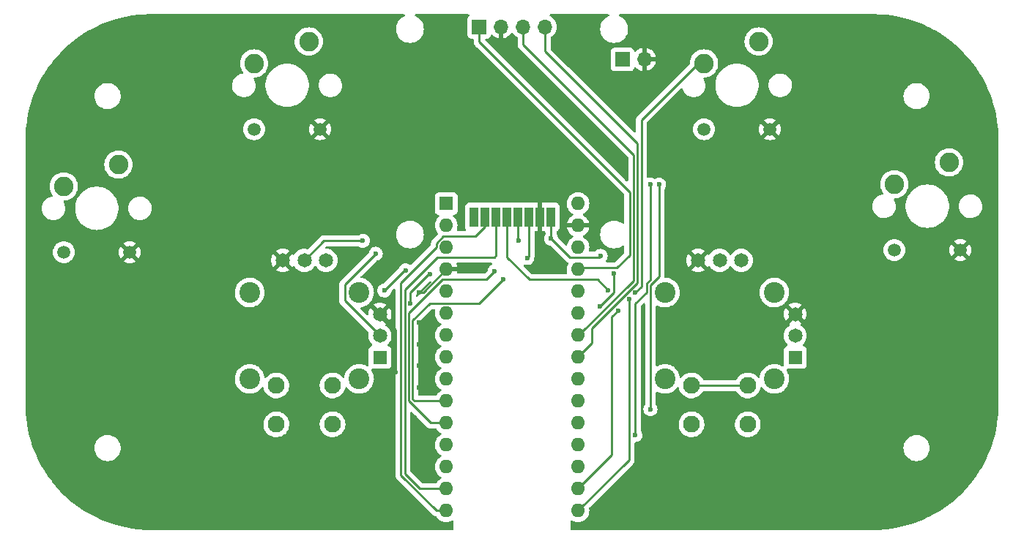
<source format=gbl>
%TF.GenerationSoftware,KiCad,Pcbnew,(6.0.9)*%
%TF.CreationDate,2023-06-09T10:31:56+10:00*%
%TF.ProjectId,Joysticks2.0,4a6f7973-7469-4636-9b73-322e302e6b69,rev?*%
%TF.SameCoordinates,PX3d09000PY568bc30*%
%TF.FileFunction,Copper,L2,Bot*%
%TF.FilePolarity,Positive*%
%FSLAX46Y46*%
G04 Gerber Fmt 4.6, Leading zero omitted, Abs format (unit mm)*
G04 Created by KiCad (PCBNEW (6.0.9)) date 2023-06-09 10:31:56*
%MOMM*%
%LPD*%
G01*
G04 APERTURE LIST*
%TA.AperFunction,ComponentPad*%
%ADD10C,1.950000*%
%TD*%
%TA.AperFunction,ComponentPad*%
%ADD11C,2.400000*%
%TD*%
%TA.AperFunction,ComponentPad*%
%ADD12R,1.650000X1.650000*%
%TD*%
%TA.AperFunction,ComponentPad*%
%ADD13C,1.650000*%
%TD*%
%TA.AperFunction,ComponentPad*%
%ADD14C,1.508000*%
%TD*%
%TA.AperFunction,ComponentPad*%
%ADD15C,2.250000*%
%TD*%
%TA.AperFunction,ComponentPad*%
%ADD16R,1.600000X1.600000*%
%TD*%
%TA.AperFunction,ComponentPad*%
%ADD17O,1.600000X1.600000*%
%TD*%
%TA.AperFunction,ComponentPad*%
%ADD18R,1.700000X1.700000*%
%TD*%
%TA.AperFunction,ComponentPad*%
%ADD19O,1.700000X1.700000*%
%TD*%
%TA.AperFunction,SMDPad,CuDef*%
%ADD20R,1.000000X2.286000*%
%TD*%
%TA.AperFunction,ViaPad*%
%ADD21C,0.600000*%
%TD*%
%TA.AperFunction,ViaPad*%
%ADD22C,0.800000*%
%TD*%
%TA.AperFunction,Conductor*%
%ADD23C,0.250000*%
%TD*%
G04 APERTURE END LIST*
D10*
%TO.P,U1,A*%
%TO.N,Net-(A1-Pad12)*%
X8750000Y-24000000D03*
%TO.P,U1,B*%
X15250000Y-24000000D03*
%TO.P,U1,C*%
%TO.N,+6V*%
X8750000Y-28500000D03*
%TO.P,U1,D*%
X15250000Y-28500000D03*
D11*
%TO.P,U1,S1*%
%TO.N,N/C*%
X18325000Y-13250000D03*
%TO.P,U1,S2*%
X5675000Y-13250000D03*
%TO.P,U1,S3*%
X5675000Y-23250000D03*
%TO.P,U1,S4*%
X18325000Y-23250000D03*
D12*
%TO.P,U1,VR1_1*%
%TO.N,+6V*%
X20730000Y-20750000D03*
D13*
%TO.P,U1,VR1_2*%
%TO.N,Net-(A1-Pad19)*%
X20730000Y-18250000D03*
%TO.P,U1,VR1_3*%
%TO.N,GND*%
X20730000Y-15750000D03*
%TO.P,U1,VR2_1*%
%TO.N,+6V*%
X14500000Y-9520000D03*
%TO.P,U1,VR2_2*%
%TO.N,Net-(A1-Pad20)*%
X12000000Y-9520000D03*
%TO.P,U1,VR2_3*%
%TO.N,GND*%
X9500000Y-9520000D03*
%TD*%
D10*
%TO.P,U11,A*%
%TO.N,Net-(A1-Pad13)*%
X56750000Y-24000000D03*
%TO.P,U11,B*%
X63250000Y-24000000D03*
%TO.P,U11,C*%
%TO.N,+6V*%
X56750000Y-28500000D03*
%TO.P,U11,D*%
X63250000Y-28500000D03*
D11*
%TO.P,U11,S1*%
%TO.N,N/C*%
X66325000Y-13250000D03*
%TO.P,U11,S2*%
X53675000Y-13250000D03*
%TO.P,U11,S3*%
X53675000Y-23250000D03*
%TO.P,U11,S4*%
X66325000Y-23250000D03*
D12*
%TO.P,U11,VR1_1*%
%TO.N,+6V*%
X68730000Y-20750000D03*
D13*
%TO.P,U11,VR1_2*%
%TO.N,Net-(A1-Pad21)*%
X68730000Y-18250000D03*
%TO.P,U11,VR1_3*%
%TO.N,GND*%
X68730000Y-15750000D03*
%TO.P,U11,VR2_1*%
%TO.N,+6V*%
X62500000Y-9520000D03*
%TO.P,U11,VR2_2*%
%TO.N,Net-(A1-Pad22)*%
X60000000Y-9520000D03*
%TO.P,U11,VR2_3*%
%TO.N,GND*%
X57500000Y-9520000D03*
%TD*%
D14*
%TO.P,U2,BR1,A*%
%TO.N,Net-(R1-Pad1)*%
X58190000Y5670000D03*
%TO.P,U2,BR2,K*%
%TO.N,GND*%
X65810000Y5670000D03*
D15*
%TO.P,U2,P$1*%
%TO.N,+6V*%
X64510000Y15830000D03*
%TO.P,U2,P$2*%
%TO.N,Net-(A1-Pad6)*%
X58190000Y13290000D03*
%TD*%
D14*
%TO.P,U3,BR1,A*%
%TO.N,Net-(R2-Pad1)*%
X-15810000Y-8580000D03*
%TO.P,U3,BR2,K*%
%TO.N,GND*%
X-8190000Y-8580000D03*
D15*
%TO.P,U3,P$1*%
%TO.N,+6V*%
X-9490000Y1580000D03*
%TO.P,U3,P$2*%
%TO.N,Net-(A1-Pad7)*%
X-15810000Y-960000D03*
%TD*%
D16*
%TO.P,A1,1,D1/TX*%
%TO.N,unconnected-(A1-Pad1)*%
X28390000Y-2950000D03*
D17*
%TO.P,A1,2,D0/RX*%
%TO.N,unconnected-(A1-Pad2)*%
X28390000Y-5490000D03*
%TO.P,A1,3,~{RESET}*%
%TO.N,unconnected-(A1-Pad3)*%
X28390000Y-8030000D03*
%TO.P,A1,4,GND*%
%TO.N,GND*%
X28390000Y-10570000D03*
%TO.P,A1,5,D2*%
%TO.N,unconnected-(A1-Pad5)*%
X28390000Y-13110000D03*
%TO.P,A1,6,D3*%
%TO.N,Net-(A1-Pad6)*%
X28390000Y-15650000D03*
%TO.P,A1,7,D4*%
%TO.N,Net-(A1-Pad7)*%
X28390000Y-18190000D03*
%TO.P,A1,8,D5*%
%TO.N,Net-(A1-Pad8)*%
X28390000Y-20730000D03*
%TO.P,A1,9,D6*%
%TO.N,Net-(A1-Pad9)*%
X28390000Y-23270000D03*
%TO.P,A1,10,D7*%
%TO.N,Net-(A1-Pad10)*%
X28390000Y-25810000D03*
%TO.P,A1,11,D8*%
%TO.N,Net-(A1-Pad11)*%
X28390000Y-28350000D03*
%TO.P,A1,12,D9*%
%TO.N,Net-(A1-Pad12)*%
X28390000Y-30890000D03*
%TO.P,A1,13,D10*%
%TO.N,Net-(A1-Pad13)*%
X28390000Y-33430000D03*
%TO.P,A1,14,D11*%
%TO.N,Net-(A1-Pad14)*%
X28390000Y-35970000D03*
%TO.P,A1,15,D12*%
%TO.N,Net-(A1-Pad15)*%
X28390000Y-38510000D03*
%TO.P,A1,16,D13*%
%TO.N,Net-(A1-Pad16)*%
X43630000Y-38510000D03*
%TO.P,A1,17,3V3*%
%TO.N,+3.3V*%
X43630000Y-35970000D03*
%TO.P,A1,18,AREF*%
%TO.N,unconnected-(A1-Pad18)*%
X43630000Y-33430000D03*
%TO.P,A1,19,A0*%
%TO.N,Net-(A1-Pad19)*%
X43630000Y-30890000D03*
%TO.P,A1,20,A1*%
%TO.N,Net-(A1-Pad20)*%
X43630000Y-28350000D03*
%TO.P,A1,21,A2*%
%TO.N,Net-(A1-Pad21)*%
X43630000Y-25810000D03*
%TO.P,A1,22,A3*%
%TO.N,Net-(A1-Pad22)*%
X43630000Y-23270000D03*
%TO.P,A1,23,A4*%
%TO.N,/SDA*%
X43630000Y-20730000D03*
%TO.P,A1,24,A5*%
%TO.N,/SCL*%
X43630000Y-18190000D03*
%TO.P,A1,25,A6*%
%TO.N,unconnected-(A1-Pad25)*%
X43630000Y-15650000D03*
%TO.P,A1,26,A7*%
%TO.N,unconnected-(A1-Pad26)*%
X43630000Y-13110000D03*
%TO.P,A1,27,+5V*%
%TO.N,+5V*%
X43630000Y-10570000D03*
%TO.P,A1,28,~{RESET}*%
%TO.N,unconnected-(A1-Pad28)*%
X43630000Y-8030000D03*
%TO.P,A1,29,GND*%
%TO.N,GND*%
X43630000Y-5490000D03*
%TO.P,A1,30,VIN*%
%TO.N,+6V*%
X43630000Y-2950000D03*
%TD*%
D14*
%TO.P,U4,BR1,A*%
%TO.N,Net-(R3-Pad1)*%
X80190000Y-8330000D03*
%TO.P,U4,BR2,K*%
%TO.N,GND*%
X87810000Y-8330000D03*
D15*
%TO.P,U4,P$1*%
%TO.N,+6V*%
X86510000Y1830000D03*
%TO.P,U4,P$2*%
%TO.N,Net-(A1-Pad8)*%
X80190000Y-710000D03*
%TD*%
D14*
%TO.P,U5,BR1,A*%
%TO.N,Net-(R4-Pad1)*%
X6190000Y5670000D03*
%TO.P,U5,BR2,K*%
%TO.N,GND*%
X13810000Y5670000D03*
D15*
%TO.P,U5,P$1*%
%TO.N,+6V*%
X12510000Y15830000D03*
%TO.P,U5,P$2*%
%TO.N,Net-(A1-Pad9)*%
X6190000Y13290000D03*
%TD*%
D18*
%TO.P,J1,1,Pin_1*%
%TO.N,+6V*%
X48750000Y13750000D03*
D19*
%TO.P,J1,2,Pin_2*%
%TO.N,GND*%
X51290000Y13750000D03*
%TD*%
D18*
%TO.P,J4,1,Pin_1*%
%TO.N,+5V*%
X32200000Y17525000D03*
D19*
%TO.P,J4,2,Pin_2*%
%TO.N,GND*%
X34740000Y17525000D03*
%TO.P,J4,3,Pin_3*%
%TO.N,/SCL*%
X37280000Y17525000D03*
%TO.P,J4,4,Pin_4*%
%TO.N,/SDA*%
X39820000Y17525000D03*
%TD*%
D20*
%TO.P,U6,1,GND*%
%TO.N,GND*%
X39220000Y-4500000D03*
%TO.P,U6,2,VCC*%
%TO.N,+3.3V*%
X40490000Y-4500000D03*
%TO.P,U6,3,CE*%
%TO.N,Net-(A1-Pad10)*%
X37950000Y-4500000D03*
%TO.P,U6,4,~{CSN}*%
%TO.N,Net-(A1-Pad11)*%
X36680000Y-4500000D03*
%TO.P,U6,5,SCK*%
%TO.N,Net-(A1-Pad16)*%
X35410000Y-4500000D03*
%TO.P,U6,6,MOSI*%
%TO.N,Net-(A1-Pad14)*%
X34140000Y-4500000D03*
%TO.P,U6,7,MISO*%
%TO.N,Net-(A1-Pad15)*%
X32870000Y-4500000D03*
%TO.P,U6,8,IRQ*%
%TO.N,unconnected-(U6-Pad8)*%
X31600000Y-4500000D03*
%TD*%
D21*
%TO.N,GND*%
X22525500Y-22500000D03*
X25250000Y-19250000D03*
X25250000Y-16750000D03*
X24750000Y-27750000D03*
D22*
X30750000Y15250000D03*
D21*
X25250000Y-32000000D03*
X25250000Y-21750000D03*
X48000000Y-4500000D03*
X25250000Y-13250000D03*
X25250000Y-24250000D03*
X25250000Y-34500000D03*
%TO.N,Net-(A1-Pad10)*%
X37750000Y-9250000D03*
X35000000Y-11750000D03*
%TO.N,Net-(A1-Pad11)*%
X36750000Y-7250000D03*
X34000000Y-10750000D03*
%TO.N,Net-(A1-Pad16)*%
X49533118Y-14033118D03*
X47125500Y-13000000D03*
%TO.N,+3.3V*%
X46138411Y-14888411D03*
X40500000Y-7000000D03*
X48250000Y-15374500D03*
X46250000Y-9000000D03*
X47750000Y-11000000D03*
%TO.N,Net-(A1-Pad6)*%
X50250000Y-13250000D03*
%TO.N,Net-(A1-Pad7)*%
X26500000Y-11125500D03*
X24242915Y-14492916D03*
X21250000Y-13000000D03*
X23683411Y-10683411D03*
%TO.N,Net-(A1-Pad19)*%
X20250000Y-8750000D03*
X50250000Y-29750000D03*
X52000000Y-750000D03*
%TO.N,Net-(A1-Pad20)*%
X18750000Y-7250000D03*
X53000000Y-750000D03*
X52000000Y-26750000D03*
%TD*%
D23*
%TO.N,GND*%
X22525500Y-17545500D02*
X22525500Y-22500000D01*
X25710000Y-13250000D02*
X28390000Y-10570000D01*
X20730000Y-15750000D02*
X22525500Y-17545500D01*
X25250000Y-13250000D02*
X25710000Y-13250000D01*
%TO.N,Net-(A1-Pad10)*%
X26475000Y-14525000D02*
X24500000Y-16500000D01*
X37950000Y-9050000D02*
X37750000Y-9250000D01*
X37950000Y-4500000D02*
X37950000Y-9050000D01*
X24500000Y-16500000D02*
X24500000Y-25613604D01*
X24696396Y-25810000D02*
X28390000Y-25810000D01*
X24500000Y-25613604D02*
X24696396Y-25810000D01*
X32225000Y-14525000D02*
X26475000Y-14525000D01*
X35000000Y-11750000D02*
X32225000Y-14525000D01*
%TO.N,Net-(A1-Pad11)*%
X24050000Y-25800000D02*
X26600000Y-28350000D01*
X34000000Y-10750000D02*
X33055000Y-11695000D01*
X33055000Y-11695000D02*
X27989504Y-11695000D01*
X24050000Y-15634504D02*
X24050000Y-25800000D01*
X26600000Y-28350000D02*
X28390000Y-28350000D01*
X27989504Y-11695000D02*
X24050000Y-15634504D01*
X36680000Y-7180000D02*
X36750000Y-7250000D01*
X36680000Y-4500000D02*
X36680000Y-7180000D01*
%TO.N,Net-(A1-Pad13)*%
X63250000Y-24000000D02*
X56750000Y-24000000D01*
%TO.N,Net-(A1-Pad14)*%
X34140000Y-8950991D02*
X33935991Y-9155000D01*
X27345000Y-9155000D02*
X23600000Y-12900000D01*
X23600000Y-12900000D02*
X23600000Y-34214974D01*
X25355026Y-35970000D02*
X28390000Y-35970000D01*
X34140000Y-4500000D02*
X34140000Y-8950991D01*
X23600000Y-34214974D02*
X25355026Y-35970000D01*
X33935991Y-9155000D02*
X27345000Y-9155000D01*
%TO.N,Net-(A1-Pad15)*%
X23150000Y-12100000D02*
X23150000Y-34401370D01*
X27265000Y-7985000D02*
X23150000Y-12100000D01*
X32870000Y-5620000D02*
X31740000Y-6750000D01*
X23150000Y-34401370D02*
X27258630Y-38510000D01*
X32870000Y-4500000D02*
X32870000Y-5620000D01*
X27265000Y-7564009D02*
X27265000Y-7985000D01*
X27258630Y-38510000D02*
X28390000Y-38510000D01*
X31740000Y-6750000D02*
X28079009Y-6750000D01*
X28079009Y-6750000D02*
X27265000Y-7564009D01*
%TO.N,Net-(A1-Pad16)*%
X38000000Y-11750000D02*
X35410000Y-9160000D01*
X47125500Y-13000000D02*
X45875500Y-11750000D01*
X45875500Y-11750000D02*
X38000000Y-11750000D01*
X35410000Y-9160000D02*
X35410000Y-4500000D01*
X49533118Y-14033118D02*
X49533118Y-32606882D01*
X49533118Y-32606882D02*
X43630000Y-38510000D01*
%TO.N,+3.3V*%
X40490000Y-6990000D02*
X40490000Y-4500000D01*
X40500000Y-7000000D02*
X42655000Y-9155000D01*
X46095000Y-9155000D02*
X46250000Y-9000000D01*
X42655000Y-9155000D02*
X46095000Y-9155000D01*
X47750000Y-13276822D02*
X46138411Y-14888411D01*
X40500000Y-7000000D02*
X40490000Y-6990000D01*
X47750000Y-11000000D02*
X47750000Y-13276822D01*
X48250000Y-15374500D02*
X47550000Y-16074500D01*
X47550000Y-16074500D02*
X47550000Y-32050000D01*
X47550000Y-32050000D02*
X43630000Y-35970000D01*
%TO.N,Net-(A1-Pad6)*%
X57540000Y13290000D02*
X58190000Y13290000D01*
X50950000Y-12550000D02*
X50950000Y6700000D01*
X50250000Y-13250000D02*
X50950000Y-12550000D01*
X50950000Y6700000D02*
X57540000Y13290000D01*
%TO.N,+5V*%
X32200000Y17525000D02*
X32200000Y15775000D01*
X49600000Y-1625000D02*
X49600000Y-8900000D01*
X43825000Y-10375000D02*
X43630000Y-10570000D01*
X48125000Y-10375000D02*
X43825000Y-10375000D01*
X32200000Y15775000D02*
X49600000Y-1625000D01*
X49600000Y-8900000D02*
X48125000Y-10375000D01*
%TO.N,/SDA*%
X45250000Y-17366116D02*
X45250000Y-19110000D01*
X50500000Y-12116116D02*
X45250000Y-17366116D01*
X39820000Y14680000D02*
X50500000Y4000000D01*
X45250000Y-19110000D02*
X43630000Y-20730000D01*
X39820000Y17525000D02*
X39820000Y14680000D01*
X50500000Y4000000D02*
X50500000Y-12116116D01*
%TO.N,/SCL*%
X50050000Y-11860000D02*
X43720000Y-18190000D01*
X37280000Y15470000D02*
X50050000Y2700000D01*
X50050000Y2700000D02*
X50050000Y-11860000D01*
X43720000Y-18190000D02*
X43630000Y-18190000D01*
X37280000Y17525000D02*
X37280000Y15470000D01*
%TO.N,Net-(A1-Pad7)*%
X21250000Y-13000000D02*
X23566589Y-10683411D01*
X24242915Y-13257085D02*
X24242915Y-14492916D01*
X26374500Y-11125500D02*
X24242915Y-13257085D01*
X26500000Y-11125500D02*
X26374500Y-11125500D01*
X23566589Y-10683411D02*
X23683411Y-10683411D01*
%TO.N,Net-(A1-Pad19)*%
X51550000Y-12197488D02*
X52000000Y-11747488D01*
X50250000Y-29750000D02*
X50250000Y-14500000D01*
X16653173Y-12346827D02*
X16653173Y-14173173D01*
X51550000Y-13200000D02*
X51550000Y-12197488D01*
X20250000Y-8750000D02*
X16653173Y-12346827D01*
X52000000Y-11747488D02*
X52000000Y-750000D01*
X50250000Y-14500000D02*
X51550000Y-13200000D01*
X16653173Y-14173173D02*
X20730000Y-18250000D01*
%TO.N,Net-(A1-Pad20)*%
X52000000Y-26750000D02*
X52000000Y-12383884D01*
X18750000Y-7250000D02*
X14270000Y-7250000D01*
X52000000Y-12383884D02*
X53000000Y-11383884D01*
X14270000Y-7250000D02*
X12000000Y-9520000D01*
X53000000Y-11383884D02*
X53000000Y-750000D01*
%TD*%
%TA.AperFunction,Conductor*%
%TO.N,GND*%
G36*
X23575460Y18971498D02*
G01*
X23621953Y18917842D01*
X23632057Y18847568D01*
X23602563Y18782988D01*
X23555558Y18749091D01*
X23529411Y18738261D01*
X23472072Y18714511D01*
X23472068Y18714509D01*
X23467498Y18712616D01*
X23251624Y18580328D01*
X23059102Y18415898D01*
X22894672Y18223376D01*
X22762384Y18007502D01*
X22760491Y18002932D01*
X22760489Y18002928D01*
X22683507Y17817077D01*
X22665495Y17773591D01*
X22652898Y17721121D01*
X22613810Y17558305D01*
X22606391Y17527403D01*
X22586526Y17275000D01*
X22606391Y17022597D01*
X22607545Y17017790D01*
X22607546Y17017784D01*
X22633331Y16910384D01*
X22665495Y16776409D01*
X22667388Y16771838D01*
X22667389Y16771836D01*
X22760057Y16548117D01*
X22762384Y16542498D01*
X22894672Y16326624D01*
X23059102Y16134102D01*
X23251624Y15969672D01*
X23467498Y15837384D01*
X23472068Y15835491D01*
X23472072Y15835489D01*
X23696836Y15742389D01*
X23701409Y15740495D01*
X23764951Y15725240D01*
X23942784Y15682546D01*
X23942790Y15682545D01*
X23947597Y15681391D01*
X24200000Y15661526D01*
X24452403Y15681391D01*
X24457210Y15682545D01*
X24457216Y15682546D01*
X24635049Y15725240D01*
X24698591Y15740495D01*
X24703164Y15742389D01*
X24927928Y15835489D01*
X24927932Y15835491D01*
X24932502Y15837384D01*
X25148376Y15969672D01*
X25340898Y16134102D01*
X25505328Y16326624D01*
X25637616Y16542498D01*
X25639944Y16548117D01*
X25732611Y16771836D01*
X25732612Y16771838D01*
X25734505Y16776409D01*
X25766669Y16910384D01*
X25792454Y17017784D01*
X25792455Y17017790D01*
X25793609Y17022597D01*
X25813474Y17275000D01*
X25793609Y17527403D01*
X25786191Y17558305D01*
X25747102Y17721121D01*
X25734505Y17773591D01*
X25716493Y17817077D01*
X25639511Y18002928D01*
X25639509Y18002932D01*
X25637616Y18007502D01*
X25505328Y18223376D01*
X25340898Y18415898D01*
X25148376Y18580328D01*
X24932502Y18712616D01*
X24927932Y18714509D01*
X24927928Y18714511D01*
X24870589Y18738261D01*
X24844443Y18749091D01*
X24789162Y18793639D01*
X24766741Y18861002D01*
X24784299Y18929794D01*
X24836261Y18978172D01*
X24892661Y18991500D01*
X30946417Y18991500D01*
X31014538Y18971498D01*
X31061031Y18917842D01*
X31071135Y18847568D01*
X31041641Y18782988D01*
X31021983Y18764675D01*
X30986739Y18738261D01*
X30899385Y18621705D01*
X30848255Y18485316D01*
X30841500Y18423134D01*
X30841500Y16626866D01*
X30848255Y16564684D01*
X30899385Y16428295D01*
X30986739Y16311739D01*
X31103295Y16224385D01*
X31239684Y16173255D01*
X31301866Y16166500D01*
X31440500Y16166500D01*
X31508621Y16146498D01*
X31555114Y16092842D01*
X31566500Y16040500D01*
X31566500Y15853767D01*
X31565973Y15842584D01*
X31564298Y15835091D01*
X31564547Y15827165D01*
X31564547Y15827164D01*
X31566438Y15767014D01*
X31566500Y15763055D01*
X31566500Y15735144D01*
X31566997Y15731210D01*
X31566997Y15731209D01*
X31567005Y15731144D01*
X31567938Y15719307D01*
X31569327Y15675111D01*
X31573274Y15661526D01*
X31574978Y15655661D01*
X31578987Y15636300D01*
X31581526Y15616203D01*
X31584445Y15608832D01*
X31584445Y15608830D01*
X31597804Y15575088D01*
X31601649Y15563858D01*
X31613982Y15521407D01*
X31618015Y15514588D01*
X31618017Y15514583D01*
X31624293Y15503972D01*
X31632988Y15486224D01*
X31640448Y15467383D01*
X31645110Y15460967D01*
X31645110Y15460966D01*
X31666436Y15431613D01*
X31672952Y15421693D01*
X31695458Y15383638D01*
X31709779Y15369317D01*
X31722619Y15354284D01*
X31734528Y15337893D01*
X31757281Y15319070D01*
X31768605Y15309702D01*
X31777384Y15301712D01*
X48929595Y-1850500D01*
X48963621Y-1912812D01*
X48966500Y-1939595D01*
X48966500Y-5132652D01*
X48946498Y-5200773D01*
X48892842Y-5247266D01*
X48822568Y-5257370D01*
X48758670Y-5228463D01*
X48752142Y-5222888D01*
X48752138Y-5222885D01*
X48748376Y-5219672D01*
X48532502Y-5087384D01*
X48527932Y-5085491D01*
X48527928Y-5085489D01*
X48303164Y-4992389D01*
X48303162Y-4992388D01*
X48298591Y-4990495D01*
X48213968Y-4970179D01*
X48057216Y-4932546D01*
X48057210Y-4932545D01*
X48052403Y-4931391D01*
X47800000Y-4911526D01*
X47547597Y-4931391D01*
X47542790Y-4932545D01*
X47542784Y-4932546D01*
X47386032Y-4970179D01*
X47301409Y-4990495D01*
X47296838Y-4992388D01*
X47296836Y-4992389D01*
X47072072Y-5085489D01*
X47072068Y-5085491D01*
X47067498Y-5087384D01*
X46851624Y-5219672D01*
X46659102Y-5384102D01*
X46494672Y-5576624D01*
X46362384Y-5792498D01*
X46360491Y-5797068D01*
X46360489Y-5797072D01*
X46271154Y-6012746D01*
X46265495Y-6026409D01*
X46246531Y-6105401D01*
X46216798Y-6229250D01*
X46206391Y-6272597D01*
X46186526Y-6525000D01*
X46206391Y-6777403D01*
X46207545Y-6782210D01*
X46207546Y-6782216D01*
X46237580Y-6907315D01*
X46265495Y-7023591D01*
X46267388Y-7028162D01*
X46267389Y-7028164D01*
X46359277Y-7250000D01*
X46362384Y-7257502D01*
X46494672Y-7473376D01*
X46659102Y-7665898D01*
X46851624Y-7830328D01*
X47067498Y-7962616D01*
X47072068Y-7964509D01*
X47072072Y-7964511D01*
X47255237Y-8040380D01*
X47301409Y-8059505D01*
X47367642Y-8075406D01*
X47542784Y-8117454D01*
X47542790Y-8117455D01*
X47547597Y-8118609D01*
X47800000Y-8138474D01*
X48052403Y-8118609D01*
X48057210Y-8117455D01*
X48057216Y-8117454D01*
X48232358Y-8075406D01*
X48298591Y-8059505D01*
X48344763Y-8040380D01*
X48527928Y-7964511D01*
X48527932Y-7964509D01*
X48532502Y-7962616D01*
X48748376Y-7830328D01*
X48752138Y-7827115D01*
X48752142Y-7827112D01*
X48758670Y-7821537D01*
X48823460Y-7792506D01*
X48893660Y-7803111D01*
X48946982Y-7849986D01*
X48966500Y-7917348D01*
X48966500Y-8585406D01*
X48946498Y-8653527D01*
X48929595Y-8674501D01*
X47899500Y-9704595D01*
X47837188Y-9738621D01*
X47810405Y-9741500D01*
X46958822Y-9741500D01*
X46890701Y-9721498D01*
X46844208Y-9667842D01*
X46834104Y-9597568D01*
X46863598Y-9532988D01*
X46865644Y-9530843D01*
X46868160Y-9527844D01*
X46873266Y-9522982D01*
X46973643Y-9371902D01*
X47031520Y-9219542D01*
X47035555Y-9208920D01*
X47035556Y-9208918D01*
X47038055Y-9202338D01*
X47040344Y-9186051D01*
X47062748Y-9026639D01*
X47062748Y-9026636D01*
X47063299Y-9022717D01*
X47063488Y-9009183D01*
X47063561Y-9003962D01*
X47063561Y-9003957D01*
X47063616Y-9000000D01*
X47043397Y-8819745D01*
X47038395Y-8805381D01*
X46986064Y-8655106D01*
X46986062Y-8655103D01*
X46983745Y-8648448D01*
X46946961Y-8589580D01*
X46891359Y-8500598D01*
X46887626Y-8494624D01*
X46878835Y-8485771D01*
X46764778Y-8370915D01*
X46764774Y-8370912D01*
X46759815Y-8365918D01*
X46751663Y-8360744D01*
X46688121Y-8320420D01*
X46606666Y-8268727D01*
X46531257Y-8241875D01*
X46442425Y-8210243D01*
X46442420Y-8210242D01*
X46435790Y-8207881D01*
X46428802Y-8207048D01*
X46428799Y-8207047D01*
X46305698Y-8192368D01*
X46255680Y-8186404D01*
X46248677Y-8187140D01*
X46248676Y-8187140D01*
X46082288Y-8204628D01*
X46082286Y-8204629D01*
X46075288Y-8205364D01*
X45903579Y-8263818D01*
X45897575Y-8267512D01*
X45755095Y-8355166D01*
X45755092Y-8355168D01*
X45749088Y-8358862D01*
X45619744Y-8485525D01*
X45557080Y-8518894D01*
X45531588Y-8521500D01*
X45017168Y-8521500D01*
X44949047Y-8501498D01*
X44902554Y-8447842D01*
X44892450Y-8377568D01*
X44895461Y-8362888D01*
X44895661Y-8362143D01*
X44923543Y-8258087D01*
X44943498Y-8030000D01*
X44923543Y-7801913D01*
X44922119Y-7796598D01*
X44865707Y-7586067D01*
X44865706Y-7586065D01*
X44864284Y-7580757D01*
X44847122Y-7543952D01*
X44769849Y-7378238D01*
X44769846Y-7378233D01*
X44767523Y-7373251D01*
X44683272Y-7252928D01*
X44639357Y-7190211D01*
X44639355Y-7190208D01*
X44636198Y-7185700D01*
X44474300Y-7023802D01*
X44469792Y-7020645D01*
X44469789Y-7020643D01*
X44352499Y-6938516D01*
X44286749Y-6892477D01*
X44281767Y-6890154D01*
X44281762Y-6890151D01*
X44246951Y-6873919D01*
X44193666Y-6827002D01*
X44174205Y-6758725D01*
X44194747Y-6690765D01*
X44246951Y-6645529D01*
X44281511Y-6629414D01*
X44291007Y-6623931D01*
X44469467Y-6498972D01*
X44477875Y-6491916D01*
X44631916Y-6337875D01*
X44638972Y-6329467D01*
X44763931Y-6151007D01*
X44769414Y-6141511D01*
X44861490Y-5944053D01*
X44865236Y-5933761D01*
X44911394Y-5761497D01*
X44911058Y-5747401D01*
X44903116Y-5744000D01*
X42362033Y-5744000D01*
X42348502Y-5747973D01*
X42347273Y-5756522D01*
X42394764Y-5933761D01*
X42398510Y-5944053D01*
X42490586Y-6141511D01*
X42496069Y-6151007D01*
X42621028Y-6329467D01*
X42628084Y-6337875D01*
X42782125Y-6491916D01*
X42790533Y-6498972D01*
X42968993Y-6623931D01*
X42978489Y-6629414D01*
X43013049Y-6645529D01*
X43066334Y-6692446D01*
X43085795Y-6760723D01*
X43065253Y-6828683D01*
X43013049Y-6873919D01*
X42978238Y-6890151D01*
X42978233Y-6890154D01*
X42973251Y-6892477D01*
X42907501Y-6938516D01*
X42790211Y-7020643D01*
X42790208Y-7020645D01*
X42785700Y-7023802D01*
X42623802Y-7185700D01*
X42620645Y-7190208D01*
X42620643Y-7190211D01*
X42576728Y-7252928D01*
X42492477Y-7373251D01*
X42490154Y-7378233D01*
X42490151Y-7378238D01*
X42412878Y-7543952D01*
X42395716Y-7580757D01*
X42394294Y-7586064D01*
X42394290Y-7586075D01*
X42363642Y-7700453D01*
X42326691Y-7761075D01*
X42262830Y-7792097D01*
X42192335Y-7783667D01*
X42152841Y-7756936D01*
X41334421Y-6938516D01*
X41300395Y-6876204D01*
X41298301Y-6863465D01*
X41293397Y-6819745D01*
X41257421Y-6716436D01*
X41236064Y-6655106D01*
X41236062Y-6655103D01*
X41233745Y-6648448D01*
X41142646Y-6502658D01*
X41123500Y-6435889D01*
X41123500Y-6223382D01*
X41143502Y-6155261D01*
X41197158Y-6108768D01*
X41205269Y-6105401D01*
X41228293Y-6096769D01*
X41228296Y-6096768D01*
X41236705Y-6093615D01*
X41353261Y-6006261D01*
X41440615Y-5889705D01*
X41491745Y-5753316D01*
X41498500Y-5691134D01*
X41498500Y-3308866D01*
X41491745Y-3246684D01*
X41440615Y-3110295D01*
X41353261Y-2993739D01*
X41294900Y-2950000D01*
X42316502Y-2950000D01*
X42336457Y-3178087D01*
X42337881Y-3183400D01*
X42337881Y-3183402D01*
X42372936Y-3314226D01*
X42395716Y-3399243D01*
X42398039Y-3404224D01*
X42398039Y-3404225D01*
X42490151Y-3601762D01*
X42490154Y-3601767D01*
X42492477Y-3606749D01*
X42534076Y-3666158D01*
X42601850Y-3762949D01*
X42623802Y-3794300D01*
X42785700Y-3956198D01*
X42790208Y-3959355D01*
X42790211Y-3959357D01*
X42796418Y-3963703D01*
X42973251Y-4087523D01*
X42978233Y-4089846D01*
X42978238Y-4089849D01*
X43013049Y-4106081D01*
X43066334Y-4152998D01*
X43085795Y-4221275D01*
X43065253Y-4289235D01*
X43013049Y-4334471D01*
X42978489Y-4350586D01*
X42968993Y-4356069D01*
X42790533Y-4481028D01*
X42782125Y-4488084D01*
X42628084Y-4642125D01*
X42621028Y-4650533D01*
X42496069Y-4828993D01*
X42490586Y-4838489D01*
X42398510Y-5035947D01*
X42394764Y-5046239D01*
X42348606Y-5218503D01*
X42348942Y-5232599D01*
X42356884Y-5236000D01*
X44897967Y-5236000D01*
X44911498Y-5232027D01*
X44912727Y-5223478D01*
X44865236Y-5046239D01*
X44861490Y-5035947D01*
X44769414Y-4838489D01*
X44763931Y-4828993D01*
X44638972Y-4650533D01*
X44631916Y-4642125D01*
X44477875Y-4488084D01*
X44469467Y-4481028D01*
X44291007Y-4356069D01*
X44281511Y-4350586D01*
X44246951Y-4334471D01*
X44193666Y-4287554D01*
X44174205Y-4219277D01*
X44194747Y-4151317D01*
X44246951Y-4106081D01*
X44281762Y-4089849D01*
X44281767Y-4089846D01*
X44286749Y-4087523D01*
X44463582Y-3963703D01*
X44469789Y-3959357D01*
X44469792Y-3959355D01*
X44474300Y-3956198D01*
X44636198Y-3794300D01*
X44658151Y-3762949D01*
X44725924Y-3666158D01*
X44767523Y-3606749D01*
X44769846Y-3601767D01*
X44769849Y-3601762D01*
X44861961Y-3404225D01*
X44861961Y-3404224D01*
X44864284Y-3399243D01*
X44887065Y-3314226D01*
X44922119Y-3183402D01*
X44922119Y-3183400D01*
X44923543Y-3178087D01*
X44943498Y-2950000D01*
X44923543Y-2721913D01*
X44922119Y-2716598D01*
X44865707Y-2506067D01*
X44865706Y-2506065D01*
X44864284Y-2500757D01*
X44861961Y-2495775D01*
X44769849Y-2298238D01*
X44769846Y-2298233D01*
X44767523Y-2293251D01*
X44682520Y-2171855D01*
X44639357Y-2110211D01*
X44639355Y-2110208D01*
X44636198Y-2105700D01*
X44474300Y-1943802D01*
X44469792Y-1940645D01*
X44469789Y-1940643D01*
X44389714Y-1884574D01*
X44286749Y-1812477D01*
X44281767Y-1810154D01*
X44281762Y-1810151D01*
X44084225Y-1718039D01*
X44084224Y-1718039D01*
X44079243Y-1715716D01*
X44073935Y-1714294D01*
X44073933Y-1714293D01*
X43863402Y-1657881D01*
X43863400Y-1657881D01*
X43858087Y-1656457D01*
X43630000Y-1636502D01*
X43401913Y-1656457D01*
X43396600Y-1657881D01*
X43396598Y-1657881D01*
X43186067Y-1714293D01*
X43186065Y-1714294D01*
X43180757Y-1715716D01*
X43175776Y-1718039D01*
X43175775Y-1718039D01*
X42978238Y-1810151D01*
X42978233Y-1810154D01*
X42973251Y-1812477D01*
X42870286Y-1884574D01*
X42790211Y-1940643D01*
X42790208Y-1940645D01*
X42785700Y-1943802D01*
X42623802Y-2105700D01*
X42620645Y-2110208D01*
X42620643Y-2110211D01*
X42577480Y-2171855D01*
X42492477Y-2293251D01*
X42490154Y-2298233D01*
X42490151Y-2298238D01*
X42398039Y-2495775D01*
X42395716Y-2500757D01*
X42394294Y-2506065D01*
X42394293Y-2506067D01*
X42337881Y-2716598D01*
X42336457Y-2721913D01*
X42316502Y-2950000D01*
X41294900Y-2950000D01*
X41236705Y-2906385D01*
X41100316Y-2855255D01*
X41038134Y-2848500D01*
X39941866Y-2848500D01*
X39938469Y-2848869D01*
X39887534Y-2854402D01*
X39887532Y-2854402D01*
X39879684Y-2855255D01*
X39879118Y-2855467D01*
X39830237Y-2855468D01*
X39830207Y-2855748D01*
X39827629Y-2855468D01*
X39824763Y-2855468D01*
X39822352Y-2854895D01*
X39771486Y-2849369D01*
X39764672Y-2849000D01*
X39492115Y-2849000D01*
X39476876Y-2853475D01*
X39475671Y-2854865D01*
X39474000Y-2862548D01*
X39474000Y-6132884D01*
X39478475Y-6148123D01*
X39479865Y-6149328D01*
X39487548Y-6150999D01*
X39730500Y-6150999D01*
X39798621Y-6171001D01*
X39845114Y-6224657D01*
X39856500Y-6276999D01*
X39856500Y-6468848D01*
X39836411Y-6537103D01*
X39775054Y-6632310D01*
X39775050Y-6632319D01*
X39771235Y-6638238D01*
X39768826Y-6644858D01*
X39768825Y-6644859D01*
X39722324Y-6772620D01*
X39709197Y-6808685D01*
X39686463Y-6988640D01*
X39704163Y-7169160D01*
X39761418Y-7341273D01*
X39765065Y-7347295D01*
X39765066Y-7347297D01*
X39848839Y-7485623D01*
X39855380Y-7496424D01*
X39860269Y-7501487D01*
X39860270Y-7501488D01*
X39908899Y-7551844D01*
X39981382Y-7626902D01*
X40040974Y-7665898D01*
X40080609Y-7691834D01*
X40133159Y-7726222D01*
X40139763Y-7728678D01*
X40139765Y-7728679D01*
X40296558Y-7786990D01*
X40296560Y-7786990D01*
X40303168Y-7789448D01*
X40310153Y-7790380D01*
X40310157Y-7790381D01*
X40345087Y-7795041D01*
X40365187Y-7797723D01*
X40430063Y-7826558D01*
X40437617Y-7833521D01*
X42151343Y-9547247D01*
X42158887Y-9555537D01*
X42163000Y-9562018D01*
X42168777Y-9567443D01*
X42212667Y-9608658D01*
X42215509Y-9611413D01*
X42235230Y-9631134D01*
X42238425Y-9633612D01*
X42247447Y-9641318D01*
X42279679Y-9671586D01*
X42290858Y-9677732D01*
X42297432Y-9681346D01*
X42313956Y-9692199D01*
X42329959Y-9704613D01*
X42370543Y-9722176D01*
X42381173Y-9727383D01*
X42419940Y-9748695D01*
X42423529Y-9749616D01*
X42478022Y-9792135D01*
X42501499Y-9859138D01*
X42489860Y-9918863D01*
X42406717Y-10097166D01*
X42395716Y-10120757D01*
X42394294Y-10126065D01*
X42394293Y-10126067D01*
X42340112Y-10328272D01*
X42336457Y-10341913D01*
X42316502Y-10570000D01*
X42336457Y-10798087D01*
X42337881Y-10803400D01*
X42337881Y-10803402D01*
X42379276Y-10957889D01*
X42377586Y-11028865D01*
X42337792Y-11087661D01*
X42272528Y-11115609D01*
X42257569Y-11116500D01*
X38314594Y-11116500D01*
X38246473Y-11096498D01*
X38225499Y-11079595D01*
X37376197Y-10230293D01*
X37342171Y-10167981D01*
X37347236Y-10097166D01*
X37389783Y-10040330D01*
X37456303Y-10015519D01*
X37509208Y-10023099D01*
X37553168Y-10039448D01*
X37633869Y-10050216D01*
X37725980Y-10062507D01*
X37725984Y-10062507D01*
X37732961Y-10063438D01*
X37739972Y-10062800D01*
X37739976Y-10062800D01*
X37887987Y-10049329D01*
X37913600Y-10046998D01*
X37920302Y-10044820D01*
X37920304Y-10044820D01*
X38079409Y-9993124D01*
X38079412Y-9993123D01*
X38086108Y-9990947D01*
X38241912Y-9898069D01*
X38373266Y-9772982D01*
X38473643Y-9621902D01*
X38524759Y-9487340D01*
X38535555Y-9458920D01*
X38535556Y-9458918D01*
X38538055Y-9452338D01*
X38539369Y-9442991D01*
X38562748Y-9276639D01*
X38562748Y-9276636D01*
X38563299Y-9272717D01*
X38563616Y-9250000D01*
X38563175Y-9246066D01*
X38563143Y-9245417D01*
X38564544Y-9219542D01*
X38570099Y-9184475D01*
X38572505Y-9172856D01*
X38581528Y-9137711D01*
X38581528Y-9137710D01*
X38583500Y-9130030D01*
X38583500Y-9109776D01*
X38585051Y-9090065D01*
X38586980Y-9077886D01*
X38588220Y-9070057D01*
X38584059Y-9026038D01*
X38583500Y-9014181D01*
X38583500Y-6277000D01*
X38603502Y-6208879D01*
X38657158Y-6162386D01*
X38709500Y-6151000D01*
X38947885Y-6151000D01*
X38963124Y-6146525D01*
X38964329Y-6145135D01*
X38966000Y-6137452D01*
X38966000Y-2867116D01*
X38961525Y-2851877D01*
X38960135Y-2850672D01*
X38952452Y-2849001D01*
X38675331Y-2849001D01*
X38668510Y-2849371D01*
X38617651Y-2854894D01*
X38615244Y-2855467D01*
X38612380Y-2855467D01*
X38609793Y-2855748D01*
X38609762Y-2855467D01*
X38560882Y-2855467D01*
X38560316Y-2855255D01*
X38552459Y-2854401D01*
X38552457Y-2854401D01*
X38501531Y-2848869D01*
X38498134Y-2848500D01*
X37401866Y-2848500D01*
X37398469Y-2848869D01*
X37358159Y-2853248D01*
X37339684Y-2855255D01*
X37339679Y-2855207D01*
X37290321Y-2855207D01*
X37290316Y-2855255D01*
X37289874Y-2855207D01*
X37271841Y-2853248D01*
X37231531Y-2848869D01*
X37228134Y-2848500D01*
X36131866Y-2848500D01*
X36128469Y-2848869D01*
X36088159Y-2853248D01*
X36069684Y-2855255D01*
X36069679Y-2855207D01*
X36020321Y-2855207D01*
X36020316Y-2855255D01*
X36019874Y-2855207D01*
X36001841Y-2853248D01*
X35961531Y-2848869D01*
X35958134Y-2848500D01*
X34861866Y-2848500D01*
X34858469Y-2848869D01*
X34818159Y-2853248D01*
X34799684Y-2855255D01*
X34799679Y-2855207D01*
X34750321Y-2855207D01*
X34750316Y-2855255D01*
X34749874Y-2855207D01*
X34731841Y-2853248D01*
X34691531Y-2848869D01*
X34688134Y-2848500D01*
X33591866Y-2848500D01*
X33588469Y-2848869D01*
X33548159Y-2853248D01*
X33529684Y-2855255D01*
X33529679Y-2855207D01*
X33480321Y-2855207D01*
X33480316Y-2855255D01*
X33479874Y-2855207D01*
X33461841Y-2853248D01*
X33421531Y-2848869D01*
X33418134Y-2848500D01*
X32321866Y-2848500D01*
X32318469Y-2848869D01*
X32278159Y-2853248D01*
X32259684Y-2855255D01*
X32259679Y-2855207D01*
X32210321Y-2855207D01*
X32210316Y-2855255D01*
X32209874Y-2855207D01*
X32191841Y-2853248D01*
X32151531Y-2848869D01*
X32148134Y-2848500D01*
X31051866Y-2848500D01*
X30989684Y-2855255D01*
X30853295Y-2906385D01*
X30736739Y-2993739D01*
X30649385Y-3110295D01*
X30598255Y-3246684D01*
X30591500Y-3308866D01*
X30591500Y-5691134D01*
X30598255Y-5753316D01*
X30649385Y-5889705D01*
X30654771Y-5896891D01*
X30668294Y-5914935D01*
X30693142Y-5981441D01*
X30678089Y-6050823D01*
X30627915Y-6101054D01*
X30567468Y-6116500D01*
X29739204Y-6116500D01*
X29671083Y-6096498D01*
X29624590Y-6042842D01*
X29614486Y-5972568D01*
X29620804Y-5947403D01*
X29621961Y-5944225D01*
X29624284Y-5939243D01*
X29662379Y-5797072D01*
X29682119Y-5723402D01*
X29682119Y-5723400D01*
X29683543Y-5718087D01*
X29703498Y-5490000D01*
X29683543Y-5261913D01*
X29673085Y-5222883D01*
X29625707Y-5046067D01*
X29625706Y-5046065D01*
X29624284Y-5040757D01*
X29573286Y-4931391D01*
X29529849Y-4838238D01*
X29529846Y-4838233D01*
X29527523Y-4833251D01*
X29396198Y-4645700D01*
X29234300Y-4483802D01*
X29229789Y-4480643D01*
X29225576Y-4477108D01*
X29226527Y-4475974D01*
X29186529Y-4425929D01*
X29179224Y-4355310D01*
X29211258Y-4291951D01*
X29272462Y-4255970D01*
X29289517Y-4252918D01*
X29300316Y-4251745D01*
X29436705Y-4200615D01*
X29553261Y-4113261D01*
X29640615Y-3996705D01*
X29691745Y-3860316D01*
X29698500Y-3798134D01*
X29698500Y-2101866D01*
X29691745Y-2039684D01*
X29640615Y-1903295D01*
X29553261Y-1786739D01*
X29436705Y-1699385D01*
X29300316Y-1648255D01*
X29238134Y-1641500D01*
X27541866Y-1641500D01*
X27479684Y-1648255D01*
X27343295Y-1699385D01*
X27226739Y-1786739D01*
X27139385Y-1903295D01*
X27088255Y-2039684D01*
X27081500Y-2101866D01*
X27081500Y-3798134D01*
X27088255Y-3860316D01*
X27139385Y-3996705D01*
X27226739Y-4113261D01*
X27343295Y-4200615D01*
X27479684Y-4251745D01*
X27490474Y-4252917D01*
X27492606Y-4253803D01*
X27495222Y-4254425D01*
X27495121Y-4254848D01*
X27556035Y-4280155D01*
X27596463Y-4338517D01*
X27598922Y-4409471D01*
X27562629Y-4470490D01*
X27553969Y-4477489D01*
X27550207Y-4480646D01*
X27545700Y-4483802D01*
X27383802Y-4645700D01*
X27252477Y-4833251D01*
X27250154Y-4838233D01*
X27250151Y-4838238D01*
X27206714Y-4931391D01*
X27155716Y-5040757D01*
X27154294Y-5046065D01*
X27154293Y-5046067D01*
X27106915Y-5222883D01*
X27096457Y-5261913D01*
X27076502Y-5490000D01*
X27096457Y-5718087D01*
X27097881Y-5723400D01*
X27097881Y-5723402D01*
X27149203Y-5914935D01*
X27155716Y-5939243D01*
X27158039Y-5944224D01*
X27158039Y-5944225D01*
X27250151Y-6141762D01*
X27250154Y-6141767D01*
X27252477Y-6146749D01*
X27383802Y-6334300D01*
X27402208Y-6352706D01*
X27436234Y-6415018D01*
X27431169Y-6485833D01*
X27402208Y-6530896D01*
X26872747Y-7060357D01*
X26864461Y-7067897D01*
X26857982Y-7072009D01*
X26816203Y-7116500D01*
X26811357Y-7121660D01*
X26808602Y-7124502D01*
X26788865Y-7144239D01*
X26786385Y-7147436D01*
X26778682Y-7156456D01*
X26748414Y-7188688D01*
X26744595Y-7195634D01*
X26744593Y-7195637D01*
X26738652Y-7206443D01*
X26727801Y-7222962D01*
X26715386Y-7238968D01*
X26712241Y-7246237D01*
X26712238Y-7246241D01*
X26697826Y-7279546D01*
X26692609Y-7290196D01*
X26671305Y-7328949D01*
X26669334Y-7336624D01*
X26669334Y-7336625D01*
X26666267Y-7348571D01*
X26659863Y-7367275D01*
X26658246Y-7371013D01*
X26651819Y-7385864D01*
X26650580Y-7393687D01*
X26650577Y-7393697D01*
X26644901Y-7429533D01*
X26642495Y-7441153D01*
X26637934Y-7458920D01*
X26631500Y-7483979D01*
X26631500Y-7504233D01*
X26629949Y-7523943D01*
X26626780Y-7543952D01*
X26627526Y-7551844D01*
X26630941Y-7587970D01*
X26631500Y-7599828D01*
X26631500Y-7670406D01*
X26611498Y-7738527D01*
X26594595Y-7759501D01*
X24332841Y-10021255D01*
X24270529Y-10055281D01*
X24199714Y-10050216D01*
X24176237Y-10038547D01*
X24095547Y-9987340D01*
X24046031Y-9955916D01*
X24046028Y-9955914D01*
X24040077Y-9952138D01*
X23946630Y-9918863D01*
X23875836Y-9893654D01*
X23875831Y-9893653D01*
X23869201Y-9891292D01*
X23862213Y-9890459D01*
X23862210Y-9890458D01*
X23739109Y-9875779D01*
X23689091Y-9869815D01*
X23682088Y-9870551D01*
X23682087Y-9870551D01*
X23515699Y-9888039D01*
X23515697Y-9888040D01*
X23508699Y-9888775D01*
X23336990Y-9947229D01*
X23274520Y-9985661D01*
X23188506Y-10038577D01*
X23188503Y-10038579D01*
X23182499Y-10042273D01*
X23177464Y-10047204D01*
X23177461Y-10047206D01*
X23057936Y-10164254D01*
X23052904Y-10169182D01*
X22954646Y-10321649D01*
X22952237Y-10328269D01*
X22952235Y-10328272D01*
X22919677Y-10417725D01*
X22890371Y-10463725D01*
X21188908Y-12165187D01*
X21126596Y-12199213D01*
X21112986Y-12201402D01*
X21104210Y-12202324D01*
X21082288Y-12204628D01*
X21082286Y-12204628D01*
X21075288Y-12205364D01*
X20903579Y-12263818D01*
X20865574Y-12287199D01*
X20755095Y-12355166D01*
X20755092Y-12355168D01*
X20749088Y-12358862D01*
X20744053Y-12363793D01*
X20744050Y-12363795D01*
X20628962Y-12476498D01*
X20619493Y-12485771D01*
X20521235Y-12638238D01*
X20518826Y-12644858D01*
X20518824Y-12644861D01*
X20480891Y-12749082D01*
X20459197Y-12808685D01*
X20436463Y-12988640D01*
X20454163Y-13169160D01*
X20511418Y-13341273D01*
X20515065Y-13347295D01*
X20515066Y-13347297D01*
X20585372Y-13463386D01*
X20605380Y-13496424D01*
X20731382Y-13626902D01*
X20737278Y-13630760D01*
X20861808Y-13712250D01*
X20883159Y-13726222D01*
X20889763Y-13728678D01*
X20889765Y-13728679D01*
X21046558Y-13786990D01*
X21046560Y-13786990D01*
X21053168Y-13789448D01*
X21136995Y-13800633D01*
X21225980Y-13812507D01*
X21225984Y-13812507D01*
X21232961Y-13813438D01*
X21239972Y-13812800D01*
X21239976Y-13812800D01*
X21382459Y-13799832D01*
X21413600Y-13796998D01*
X21420302Y-13794820D01*
X21420304Y-13794820D01*
X21579409Y-13743124D01*
X21579412Y-13743123D01*
X21586108Y-13740947D01*
X21741912Y-13648069D01*
X21873266Y-13522982D01*
X21973643Y-13371902D01*
X22038055Y-13202338D01*
X22041779Y-13175844D01*
X22047639Y-13134145D01*
X22076927Y-13069471D01*
X22083318Y-13062586D01*
X22301405Y-12844499D01*
X22363717Y-12810473D01*
X22434532Y-12815538D01*
X22491368Y-12858085D01*
X22516179Y-12924605D01*
X22516500Y-12933594D01*
X22516500Y-34322603D01*
X22515973Y-34333786D01*
X22514298Y-34341279D01*
X22514547Y-34349205D01*
X22514547Y-34349206D01*
X22516438Y-34409356D01*
X22516500Y-34413315D01*
X22516500Y-34441226D01*
X22516997Y-34445160D01*
X22516997Y-34445161D01*
X22517005Y-34445226D01*
X22517938Y-34457063D01*
X22519327Y-34501259D01*
X22524978Y-34520709D01*
X22528987Y-34540070D01*
X22531526Y-34560167D01*
X22534445Y-34567538D01*
X22534445Y-34567540D01*
X22547804Y-34601282D01*
X22551649Y-34612512D01*
X22561771Y-34647353D01*
X22563982Y-34654963D01*
X22568015Y-34661782D01*
X22568017Y-34661787D01*
X22574293Y-34672398D01*
X22582988Y-34690146D01*
X22590448Y-34708987D01*
X22595110Y-34715403D01*
X22595110Y-34715404D01*
X22616436Y-34744757D01*
X22622952Y-34754677D01*
X22631399Y-34768959D01*
X22645458Y-34792732D01*
X22659779Y-34807053D01*
X22672619Y-34822086D01*
X22684528Y-34838477D01*
X22690634Y-34843528D01*
X22718605Y-34866668D01*
X22727384Y-34874658D01*
X26754973Y-38902247D01*
X26762517Y-38910537D01*
X26766630Y-38917018D01*
X26772407Y-38922443D01*
X26816297Y-38963658D01*
X26819139Y-38966413D01*
X26838860Y-38986134D01*
X26842055Y-38988612D01*
X26851077Y-38996318D01*
X26883309Y-39026586D01*
X26890258Y-39030406D01*
X26901062Y-39036346D01*
X26917586Y-39047199D01*
X26933589Y-39059613D01*
X26974173Y-39077176D01*
X26984803Y-39082383D01*
X27023570Y-39103695D01*
X27031247Y-39105666D01*
X27031252Y-39105668D01*
X27043188Y-39108732D01*
X27061896Y-39115137D01*
X27080485Y-39123181D01*
X27088313Y-39124421D01*
X27088320Y-39124423D01*
X27124154Y-39130099D01*
X27135774Y-39132505D01*
X27170919Y-39141528D01*
X27178600Y-39143500D01*
X27185884Y-39143500D01*
X27250697Y-39171765D01*
X27273042Y-39196119D01*
X27383802Y-39354300D01*
X27545700Y-39516198D01*
X27550208Y-39519355D01*
X27550211Y-39519357D01*
X27620056Y-39568263D01*
X27733251Y-39647523D01*
X27738233Y-39649846D01*
X27738238Y-39649849D01*
X27929848Y-39739197D01*
X27940757Y-39744284D01*
X27946065Y-39745706D01*
X27946067Y-39745707D01*
X28156598Y-39802119D01*
X28156600Y-39802119D01*
X28161913Y-39803543D01*
X28390000Y-39823498D01*
X28618087Y-39803543D01*
X28623400Y-39802119D01*
X28623402Y-39802119D01*
X28833933Y-39745707D01*
X28833935Y-39745706D01*
X28839243Y-39744284D01*
X28850152Y-39739197D01*
X29041760Y-39649850D01*
X29041765Y-39649847D01*
X29046749Y-39647523D01*
X29051260Y-39644364D01*
X29052497Y-39643650D01*
X29121492Y-39626911D01*
X29188585Y-39650130D01*
X29232473Y-39705936D01*
X29241500Y-39752768D01*
X29241500Y-40615500D01*
X29221498Y-40683621D01*
X29167842Y-40730114D01*
X29115500Y-40741500D01*
X-5700633Y-40741500D01*
X-5720018Y-40740000D01*
X-5734851Y-40737690D01*
X-5734855Y-40737690D01*
X-5743724Y-40736309D01*
X-5768272Y-40739519D01*
X-5787793Y-40740543D01*
X-6480822Y-40722980D01*
X-6487159Y-40722658D01*
X-6943127Y-40687935D01*
X-7212899Y-40667391D01*
X-7219250Y-40666745D01*
X-7941236Y-40574794D01*
X-7947546Y-40573828D01*
X-8663975Y-40445421D01*
X-8670228Y-40444136D01*
X-9379237Y-40279608D01*
X-9385380Y-40278018D01*
X-10085196Y-40077775D01*
X-10091231Y-40075880D01*
X-10779946Y-39840470D01*
X-10785933Y-39838253D01*
X-11461838Y-39568263D01*
X-11467704Y-39565746D01*
X-12129075Y-39261865D01*
X-12134806Y-39259053D01*
X-12779927Y-38922070D01*
X-12785498Y-38918978D01*
X-13139996Y-38710297D01*
X-13412729Y-38549748D01*
X-13418147Y-38546371D01*
X-14025861Y-38145854D01*
X-14031100Y-38142208D01*
X-14617757Y-37711419D01*
X-14622806Y-37707511D01*
X-14872635Y-37503802D01*
X-15186913Y-37247541D01*
X-15191720Y-37243415D01*
X-15731802Y-36755469D01*
X-15736429Y-36751070D01*
X-16251070Y-36236429D01*
X-16255469Y-36231802D01*
X-16359670Y-36116467D01*
X-16743415Y-35691720D01*
X-16747541Y-35686913D01*
X-17201473Y-35130211D01*
X-17207511Y-35122806D01*
X-17211419Y-35117757D01*
X-17642208Y-34531100D01*
X-17645854Y-34525861D01*
X-18046371Y-33918147D01*
X-18049748Y-33912729D01*
X-18311899Y-33467400D01*
X-18418978Y-33285498D01*
X-18422070Y-33279927D01*
X-18759053Y-32634806D01*
X-18761865Y-32629075D01*
X-19065746Y-31967704D01*
X-19068263Y-31961838D01*
X-19338253Y-31285933D01*
X-19340470Y-31279946D01*
X-19350706Y-31250000D01*
X-12263165Y-31250000D01*
X-12244535Y-31486711D01*
X-12243381Y-31491518D01*
X-12243380Y-31491524D01*
X-12230121Y-31546749D01*
X-12189105Y-31717594D01*
X-12187212Y-31722165D01*
X-12187211Y-31722167D01*
X-12115125Y-31896198D01*
X-12098240Y-31936963D01*
X-12095654Y-31941183D01*
X-11976759Y-32135202D01*
X-11976755Y-32135208D01*
X-11974176Y-32139416D01*
X-11819969Y-32319969D01*
X-11639416Y-32474176D01*
X-11635208Y-32476755D01*
X-11635202Y-32476759D01*
X-11481312Y-32571063D01*
X-11436963Y-32598240D01*
X-11432393Y-32600133D01*
X-11432389Y-32600135D01*
X-11222167Y-32687211D01*
X-11217594Y-32689105D01*
X-11137391Y-32708360D01*
X-10991524Y-32743380D01*
X-10991518Y-32743381D01*
X-10986711Y-32744535D01*
X-10750000Y-32763165D01*
X-10513289Y-32744535D01*
X-10508482Y-32743381D01*
X-10508476Y-32743380D01*
X-10362609Y-32708360D01*
X-10282406Y-32689105D01*
X-10277833Y-32687211D01*
X-10067611Y-32600135D01*
X-10067607Y-32600133D01*
X-10063037Y-32598240D01*
X-10018688Y-32571063D01*
X-9864798Y-32476759D01*
X-9864792Y-32476755D01*
X-9860584Y-32474176D01*
X-9680031Y-32319969D01*
X-9525824Y-32139416D01*
X-9523245Y-32135208D01*
X-9523241Y-32135202D01*
X-9404346Y-31941183D01*
X-9401760Y-31936963D01*
X-9384874Y-31896198D01*
X-9312789Y-31722167D01*
X-9312788Y-31722165D01*
X-9310895Y-31717594D01*
X-9269879Y-31546749D01*
X-9256620Y-31491524D01*
X-9256619Y-31491518D01*
X-9255465Y-31486711D01*
X-9236835Y-31250000D01*
X-9255465Y-31013289D01*
X-9263419Y-30980155D01*
X-9309740Y-30787218D01*
X-9310895Y-30782406D01*
X-9318914Y-30763047D01*
X-9399865Y-30567611D01*
X-9399867Y-30567607D01*
X-9401760Y-30563037D01*
X-9448147Y-30487340D01*
X-9523241Y-30364798D01*
X-9523245Y-30364792D01*
X-9525824Y-30360584D01*
X-9680031Y-30180031D01*
X-9860584Y-30025824D01*
X-9864792Y-30023245D01*
X-9864798Y-30023241D01*
X-10058817Y-29904346D01*
X-10063037Y-29901760D01*
X-10067607Y-29899867D01*
X-10067611Y-29899865D01*
X-10277833Y-29812789D01*
X-10277835Y-29812788D01*
X-10282406Y-29810895D01*
X-10362609Y-29791640D01*
X-10508476Y-29756620D01*
X-10508482Y-29756619D01*
X-10513289Y-29755465D01*
X-10750000Y-29736835D01*
X-10986711Y-29755465D01*
X-10991518Y-29756619D01*
X-10991524Y-29756620D01*
X-11137391Y-29791640D01*
X-11217594Y-29810895D01*
X-11222165Y-29812788D01*
X-11222167Y-29812789D01*
X-11432389Y-29899865D01*
X-11432393Y-29899867D01*
X-11436963Y-29901760D01*
X-11441183Y-29904346D01*
X-11635202Y-30023241D01*
X-11635208Y-30023245D01*
X-11639416Y-30025824D01*
X-11819969Y-30180031D01*
X-11974176Y-30360584D01*
X-11976755Y-30364792D01*
X-11976759Y-30364798D01*
X-12051853Y-30487340D01*
X-12098240Y-30563037D01*
X-12100133Y-30567607D01*
X-12100135Y-30567611D01*
X-12181086Y-30763047D01*
X-12189105Y-30782406D01*
X-12190260Y-30787218D01*
X-12236580Y-30980155D01*
X-12244535Y-31013289D01*
X-12262692Y-31243995D01*
X-12263165Y-31250000D01*
X-19350706Y-31250000D01*
X-19508890Y-30787218D01*
X-19575880Y-30591231D01*
X-19577775Y-30585196D01*
X-19778018Y-29885380D01*
X-19779608Y-29879237D01*
X-19944136Y-29170228D01*
X-19945421Y-29163975D01*
X-20070945Y-28463631D01*
X7261860Y-28463631D01*
X7262157Y-28468783D01*
X7262157Y-28468787D01*
X7268460Y-28578087D01*
X7275903Y-28707171D01*
X7277040Y-28712217D01*
X7277041Y-28712223D01*
X7303271Y-28828612D01*
X7329533Y-28945147D01*
X7331475Y-28949929D01*
X7331476Y-28949933D01*
X7418390Y-29163975D01*
X7421311Y-29171169D01*
X7548772Y-29379166D01*
X7708492Y-29563553D01*
X7896183Y-29719377D01*
X8106804Y-29842453D01*
X8334698Y-29929478D01*
X8339764Y-29930509D01*
X8339765Y-29930509D01*
X8568667Y-29977080D01*
X8568671Y-29977080D01*
X8573746Y-29978113D01*
X8578922Y-29978303D01*
X8578924Y-29978303D01*
X8812363Y-29986863D01*
X8812367Y-29986863D01*
X8817527Y-29987052D01*
X8822647Y-29986396D01*
X8822649Y-29986396D01*
X8899377Y-29976567D01*
X9059494Y-29956055D01*
X9064443Y-29954570D01*
X9064449Y-29954569D01*
X9288200Y-29887440D01*
X9288199Y-29887440D01*
X9293150Y-29885955D01*
X9512219Y-29778634D01*
X9516424Y-29775634D01*
X9516430Y-29775631D01*
X9706614Y-29639974D01*
X9706616Y-29639972D01*
X9710818Y-29636975D01*
X9883614Y-29464781D01*
X10025966Y-29266677D01*
X10134050Y-29047984D01*
X10159438Y-28964423D01*
X10203462Y-28819527D01*
X10203463Y-28819521D01*
X10204966Y-28814575D01*
X10221886Y-28686054D01*
X10236370Y-28576038D01*
X10236370Y-28576034D01*
X10236807Y-28572717D01*
X10236889Y-28569365D01*
X10238502Y-28503365D01*
X10238502Y-28503361D01*
X10238584Y-28500000D01*
X10235594Y-28463631D01*
X13761860Y-28463631D01*
X13762157Y-28468783D01*
X13762157Y-28468787D01*
X13768460Y-28578087D01*
X13775903Y-28707171D01*
X13777040Y-28712217D01*
X13777041Y-28712223D01*
X13803271Y-28828612D01*
X13829533Y-28945147D01*
X13831475Y-28949929D01*
X13831476Y-28949933D01*
X13918390Y-29163975D01*
X13921311Y-29171169D01*
X14048772Y-29379166D01*
X14208492Y-29563553D01*
X14396183Y-29719377D01*
X14606804Y-29842453D01*
X14834698Y-29929478D01*
X14839764Y-29930509D01*
X14839765Y-29930509D01*
X15068667Y-29977080D01*
X15068671Y-29977080D01*
X15073746Y-29978113D01*
X15078922Y-29978303D01*
X15078924Y-29978303D01*
X15312363Y-29986863D01*
X15312367Y-29986863D01*
X15317527Y-29987052D01*
X15322647Y-29986396D01*
X15322649Y-29986396D01*
X15399377Y-29976567D01*
X15559494Y-29956055D01*
X15564443Y-29954570D01*
X15564449Y-29954569D01*
X15788200Y-29887440D01*
X15788199Y-29887440D01*
X15793150Y-29885955D01*
X16012219Y-29778634D01*
X16016424Y-29775634D01*
X16016430Y-29775631D01*
X16206614Y-29639974D01*
X16206616Y-29639972D01*
X16210818Y-29636975D01*
X16383614Y-29464781D01*
X16525966Y-29266677D01*
X16634050Y-29047984D01*
X16659438Y-28964423D01*
X16703462Y-28819527D01*
X16703463Y-28819521D01*
X16704966Y-28814575D01*
X16721886Y-28686054D01*
X16736370Y-28576038D01*
X16736370Y-28576034D01*
X16736807Y-28572717D01*
X16736889Y-28569365D01*
X16738502Y-28503365D01*
X16738502Y-28503361D01*
X16738584Y-28500000D01*
X16718596Y-28256876D01*
X16659167Y-28020280D01*
X16561894Y-27796568D01*
X16429390Y-27591748D01*
X16403050Y-27562800D01*
X16268690Y-27415141D01*
X16268688Y-27415140D01*
X16265212Y-27411319D01*
X16261161Y-27408120D01*
X16261157Y-27408116D01*
X16077825Y-27263329D01*
X16077821Y-27263327D01*
X16073770Y-27260127D01*
X16058121Y-27251488D01*
X15935130Y-27183594D01*
X15860205Y-27142233D01*
X15855336Y-27140509D01*
X15855332Y-27140507D01*
X15635127Y-27062528D01*
X15635123Y-27062527D01*
X15630252Y-27060802D01*
X15625159Y-27059895D01*
X15625156Y-27059894D01*
X15395177Y-27018928D01*
X15395171Y-27018927D01*
X15390088Y-27018022D01*
X15310380Y-27017048D01*
X15151332Y-27015105D01*
X15151330Y-27015105D01*
X15146162Y-27015042D01*
X14905024Y-27051941D01*
X14673150Y-27127729D01*
X14668558Y-27130119D01*
X14668559Y-27130119D01*
X14565835Y-27183594D01*
X14456769Y-27240370D01*
X14452636Y-27243473D01*
X14452633Y-27243475D01*
X14265825Y-27383735D01*
X14261690Y-27386840D01*
X14093153Y-27563204D01*
X14090239Y-27567476D01*
X14090238Y-27567477D01*
X14070719Y-27596091D01*
X13955684Y-27764726D01*
X13852974Y-27985995D01*
X13787783Y-28221067D01*
X13761860Y-28463631D01*
X10235594Y-28463631D01*
X10218596Y-28256876D01*
X10159167Y-28020280D01*
X10061894Y-27796568D01*
X9929390Y-27591748D01*
X9903050Y-27562800D01*
X9768690Y-27415141D01*
X9768688Y-27415140D01*
X9765212Y-27411319D01*
X9761161Y-27408120D01*
X9761157Y-27408116D01*
X9577825Y-27263329D01*
X9577821Y-27263327D01*
X9573770Y-27260127D01*
X9558121Y-27251488D01*
X9435130Y-27183594D01*
X9360205Y-27142233D01*
X9355336Y-27140509D01*
X9355332Y-27140507D01*
X9135127Y-27062528D01*
X9135123Y-27062527D01*
X9130252Y-27060802D01*
X9125159Y-27059895D01*
X9125156Y-27059894D01*
X8895177Y-27018928D01*
X8895171Y-27018927D01*
X8890088Y-27018022D01*
X8810380Y-27017048D01*
X8651332Y-27015105D01*
X8651330Y-27015105D01*
X8646162Y-27015042D01*
X8405024Y-27051941D01*
X8173150Y-27127729D01*
X8168558Y-27130119D01*
X8168559Y-27130119D01*
X8065835Y-27183594D01*
X7956769Y-27240370D01*
X7952636Y-27243473D01*
X7952633Y-27243475D01*
X7765825Y-27383735D01*
X7761690Y-27386840D01*
X7593153Y-27563204D01*
X7590239Y-27567476D01*
X7590238Y-27567477D01*
X7570719Y-27596091D01*
X7455684Y-27764726D01*
X7352974Y-27985995D01*
X7287783Y-28221067D01*
X7261860Y-28463631D01*
X-20070945Y-28463631D01*
X-20073828Y-28447546D01*
X-20074794Y-28441236D01*
X-20166745Y-27719250D01*
X-20167391Y-27712899D01*
X-20191937Y-27390578D01*
X-20222658Y-26987159D01*
X-20222981Y-26980804D01*
X-20223535Y-26958920D01*
X-20240252Y-26299255D01*
X-20238545Y-26275159D01*
X-20237231Y-26267349D01*
X-20237231Y-26267348D01*
X-20236424Y-26262552D01*
X-20236271Y-26250000D01*
X-20240227Y-26222376D01*
X-20241500Y-26204514D01*
X-20241500Y-23205151D01*
X3962296Y-23205151D01*
X3974480Y-23458798D01*
X4024021Y-23707857D01*
X4025600Y-23712255D01*
X4025602Y-23712262D01*
X4070022Y-23835980D01*
X4109831Y-23946858D01*
X4112048Y-23950984D01*
X4197377Y-24109789D01*
X4230025Y-24170551D01*
X4232820Y-24174294D01*
X4232822Y-24174297D01*
X4379171Y-24370282D01*
X4379176Y-24370288D01*
X4381963Y-24374020D01*
X4385272Y-24377300D01*
X4385277Y-24377306D01*
X4552454Y-24543030D01*
X4562307Y-24552797D01*
X4566069Y-24555555D01*
X4566072Y-24555558D01*
X4754427Y-24693665D01*
X4767094Y-24702953D01*
X4771229Y-24705129D01*
X4771233Y-24705131D01*
X4818167Y-24729824D01*
X4991827Y-24821191D01*
X5049502Y-24841332D01*
X5157843Y-24879166D01*
X5231568Y-24904912D01*
X5481050Y-24952278D01*
X5601532Y-24957011D01*
X5730125Y-24962064D01*
X5730130Y-24962064D01*
X5734793Y-24962247D01*
X5833774Y-24951407D01*
X5982569Y-24935112D01*
X5982575Y-24935111D01*
X5987222Y-24934602D01*
X6096680Y-24905784D01*
X6228273Y-24871138D01*
X6232793Y-24869948D01*
X6377683Y-24807699D01*
X6461807Y-24771557D01*
X6461810Y-24771555D01*
X6466110Y-24769708D01*
X6470090Y-24767245D01*
X6470094Y-24767243D01*
X6678064Y-24638547D01*
X6678066Y-24638545D01*
X6682047Y-24636082D01*
X6718765Y-24604998D01*
X6872289Y-24475031D01*
X6872291Y-24475029D01*
X6875862Y-24472006D01*
X7043295Y-24281084D01*
X7051069Y-24268998D01*
X7065139Y-24247125D01*
X7118813Y-24200654D01*
X7189091Y-24190579D01*
X7253660Y-24220098D01*
X7292020Y-24279840D01*
X7294025Y-24287586D01*
X7329533Y-24445147D01*
X7331475Y-24449929D01*
X7331476Y-24449933D01*
X7419367Y-24666382D01*
X7421311Y-24671169D01*
X7548772Y-24879166D01*
X7708492Y-25063553D01*
X7896183Y-25219377D01*
X8106804Y-25342453D01*
X8111629Y-25344295D01*
X8111630Y-25344296D01*
X8154737Y-25360757D01*
X8334698Y-25429478D01*
X8339764Y-25430509D01*
X8339765Y-25430509D01*
X8568667Y-25477080D01*
X8568671Y-25477080D01*
X8573746Y-25478113D01*
X8578922Y-25478303D01*
X8578924Y-25478303D01*
X8812363Y-25486863D01*
X8812367Y-25486863D01*
X8817527Y-25487052D01*
X8822647Y-25486396D01*
X8822649Y-25486396D01*
X8899377Y-25476567D01*
X9059494Y-25456055D01*
X9064443Y-25454570D01*
X9064449Y-25454569D01*
X9288200Y-25387440D01*
X9288199Y-25387440D01*
X9293150Y-25385955D01*
X9512219Y-25278634D01*
X9516424Y-25275634D01*
X9516430Y-25275631D01*
X9706614Y-25139974D01*
X9706616Y-25139972D01*
X9710818Y-25136975D01*
X9883614Y-24964781D01*
X10025966Y-24766677D01*
X10050709Y-24716614D01*
X10131756Y-24552626D01*
X10131757Y-24552624D01*
X10134050Y-24547984D01*
X10166827Y-24440105D01*
X10203462Y-24319527D01*
X10203463Y-24319521D01*
X10204966Y-24314575D01*
X10224469Y-24166431D01*
X10236370Y-24076038D01*
X10236370Y-24076034D01*
X10236807Y-24072717D01*
X10238584Y-24000000D01*
X10235594Y-23963631D01*
X13761860Y-23963631D01*
X13762157Y-23968783D01*
X13762157Y-23968787D01*
X13770288Y-24109789D01*
X13775903Y-24207171D01*
X13777040Y-24212217D01*
X13777041Y-24212223D01*
X13800107Y-24314575D01*
X13829533Y-24445147D01*
X13831475Y-24449929D01*
X13831476Y-24449933D01*
X13919367Y-24666382D01*
X13921311Y-24671169D01*
X14048772Y-24879166D01*
X14208492Y-25063553D01*
X14396183Y-25219377D01*
X14606804Y-25342453D01*
X14611629Y-25344295D01*
X14611630Y-25344296D01*
X14654737Y-25360757D01*
X14834698Y-25429478D01*
X14839764Y-25430509D01*
X14839765Y-25430509D01*
X15068667Y-25477080D01*
X15068671Y-25477080D01*
X15073746Y-25478113D01*
X15078922Y-25478303D01*
X15078924Y-25478303D01*
X15312363Y-25486863D01*
X15312367Y-25486863D01*
X15317527Y-25487052D01*
X15322647Y-25486396D01*
X15322649Y-25486396D01*
X15399377Y-25476567D01*
X15559494Y-25456055D01*
X15564443Y-25454570D01*
X15564449Y-25454569D01*
X15788200Y-25387440D01*
X15788199Y-25387440D01*
X15793150Y-25385955D01*
X16012219Y-25278634D01*
X16016424Y-25275634D01*
X16016430Y-25275631D01*
X16206614Y-25139974D01*
X16206616Y-25139972D01*
X16210818Y-25136975D01*
X16383614Y-24964781D01*
X16525966Y-24766677D01*
X16550709Y-24716614D01*
X16631756Y-24552626D01*
X16631757Y-24552624D01*
X16634050Y-24547984D01*
X16666827Y-24440105D01*
X16703462Y-24319527D01*
X16703463Y-24319521D01*
X16704966Y-24314575D01*
X16705641Y-24309450D01*
X16705642Y-24309444D01*
X16706871Y-24300105D01*
X16735592Y-24235177D01*
X16794856Y-24196085D01*
X16865848Y-24195238D01*
X16926027Y-24232907D01*
X16932751Y-24241160D01*
X17029171Y-24370282D01*
X17029176Y-24370288D01*
X17031963Y-24374020D01*
X17035272Y-24377300D01*
X17035277Y-24377306D01*
X17202454Y-24543030D01*
X17212307Y-24552797D01*
X17216069Y-24555555D01*
X17216072Y-24555558D01*
X17404427Y-24693665D01*
X17417094Y-24702953D01*
X17421229Y-24705129D01*
X17421233Y-24705131D01*
X17468167Y-24729824D01*
X17641827Y-24821191D01*
X17699502Y-24841332D01*
X17807843Y-24879166D01*
X17881568Y-24904912D01*
X18131050Y-24952278D01*
X18251532Y-24957011D01*
X18380125Y-24962064D01*
X18380130Y-24962064D01*
X18384793Y-24962247D01*
X18483774Y-24951407D01*
X18632569Y-24935112D01*
X18632575Y-24935111D01*
X18637222Y-24934602D01*
X18746680Y-24905784D01*
X18878273Y-24871138D01*
X18882793Y-24869948D01*
X19027683Y-24807699D01*
X19111807Y-24771557D01*
X19111810Y-24771555D01*
X19116110Y-24769708D01*
X19120090Y-24767245D01*
X19120094Y-24767243D01*
X19328064Y-24638547D01*
X19328066Y-24638545D01*
X19332047Y-24636082D01*
X19368765Y-24604998D01*
X19522289Y-24475031D01*
X19522291Y-24475029D01*
X19525862Y-24472006D01*
X19693295Y-24281084D01*
X19695825Y-24277152D01*
X19828141Y-24071442D01*
X19830669Y-24067512D01*
X19934967Y-23835980D01*
X20003896Y-23591575D01*
X20023404Y-23438234D01*
X20035545Y-23342798D01*
X20035545Y-23342792D01*
X20035943Y-23339667D01*
X20038291Y-23250000D01*
X20027676Y-23107151D01*
X20019818Y-23001411D01*
X20019817Y-23001407D01*
X20019472Y-22996759D01*
X20018441Y-22992200D01*
X19964459Y-22753639D01*
X19963428Y-22749082D01*
X19917166Y-22630119D01*
X19873084Y-22516762D01*
X19873083Y-22516760D01*
X19871391Y-22512409D01*
X19850866Y-22476498D01*
X19747702Y-22295997D01*
X19747700Y-22295995D01*
X19745383Y-22291940D01*
X19741026Y-22286413D01*
X19740715Y-22285638D01*
X19739873Y-22284390D01*
X19740141Y-22284209D01*
X19714560Y-22220533D01*
X19727913Y-22150804D01*
X19776844Y-22099362D01*
X19845819Y-22082542D01*
X19853332Y-22083124D01*
X19853477Y-22083132D01*
X19856866Y-22083500D01*
X21603134Y-22083500D01*
X21665316Y-22076745D01*
X21801705Y-22025615D01*
X21918261Y-21938261D01*
X22005615Y-21821705D01*
X22056745Y-21685316D01*
X22063500Y-21623134D01*
X22063500Y-19876866D01*
X22056745Y-19814684D01*
X22005615Y-19678295D01*
X21918261Y-19561739D01*
X21801705Y-19474385D01*
X21793296Y-19471233D01*
X21793295Y-19471232D01*
X21686573Y-19431224D01*
X21629808Y-19388583D01*
X21605108Y-19322021D01*
X21620315Y-19252672D01*
X21641707Y-19224147D01*
X21755422Y-19110432D01*
X21776644Y-19080125D01*
X21886099Y-18923806D01*
X21886100Y-18923804D01*
X21889256Y-18919297D01*
X21891579Y-18914315D01*
X21891582Y-18914310D01*
X21985544Y-18712808D01*
X21985545Y-18712806D01*
X21987867Y-18707826D01*
X22048258Y-18482444D01*
X22068594Y-18250000D01*
X22048258Y-18017556D01*
X22034817Y-17967393D01*
X21989290Y-17797484D01*
X21989289Y-17797482D01*
X21987867Y-17792174D01*
X21961568Y-17735775D01*
X21891582Y-17585690D01*
X21891579Y-17585685D01*
X21889256Y-17580703D01*
X21856030Y-17533251D01*
X21758581Y-17394079D01*
X21758579Y-17394076D01*
X21755422Y-17389568D01*
X21590432Y-17224578D01*
X21585924Y-17221421D01*
X21585921Y-17221419D01*
X21416669Y-17102908D01*
X21372341Y-17047451D01*
X21365032Y-16976832D01*
X21397063Y-16913471D01*
X21416669Y-16896482D01*
X21461000Y-16865441D01*
X21469375Y-16854964D01*
X21462307Y-16841517D01*
X20371922Y-15751132D01*
X21094408Y-15751132D01*
X21094539Y-15752965D01*
X21098790Y-15759580D01*
X21822238Y-16483028D01*
X21834013Y-16489458D01*
X21846028Y-16480162D01*
X21885665Y-16423554D01*
X21891148Y-16414059D01*
X21985072Y-16212636D01*
X21988818Y-16202344D01*
X22046339Y-15987672D01*
X22048242Y-15976877D01*
X22067613Y-15755475D01*
X22067613Y-15744525D01*
X22048242Y-15523123D01*
X22046339Y-15512328D01*
X21988818Y-15297656D01*
X21985072Y-15287364D01*
X21891148Y-15085941D01*
X21885665Y-15076446D01*
X21845441Y-15019000D01*
X21834964Y-15010625D01*
X21821517Y-15017693D01*
X21102022Y-15737188D01*
X21094408Y-15751132D01*
X20371922Y-15751132D01*
X19637762Y-15016972D01*
X19625987Y-15010542D01*
X19613972Y-15019838D01*
X19574335Y-15076446D01*
X19568852Y-15085941D01*
X19474928Y-15287364D01*
X19471182Y-15297656D01*
X19413661Y-15512328D01*
X19411758Y-15523123D01*
X19394058Y-15725425D01*
X19368194Y-15791543D01*
X19310691Y-15833183D01*
X19239803Y-15837123D01*
X19179442Y-15803538D01*
X18528503Y-15152599D01*
X18494477Y-15090287D01*
X18499542Y-15019472D01*
X18542089Y-14962636D01*
X18603881Y-14938253D01*
X18616945Y-14936823D01*
X18632568Y-14935112D01*
X18632572Y-14935111D01*
X18637222Y-14934602D01*
X18746680Y-14905784D01*
X18878273Y-14871138D01*
X18882793Y-14869948D01*
X19041406Y-14801803D01*
X19111807Y-14771557D01*
X19111810Y-14771555D01*
X19116110Y-14769708D01*
X19120090Y-14767245D01*
X19120094Y-14767243D01*
X19317578Y-14645036D01*
X19990625Y-14645036D01*
X19997693Y-14658483D01*
X20717188Y-15377978D01*
X20731132Y-15385592D01*
X20732965Y-15385461D01*
X20739580Y-15381210D01*
X21463028Y-14657762D01*
X21469458Y-14645987D01*
X21460162Y-14633972D01*
X21403554Y-14594335D01*
X21394059Y-14588852D01*
X21192636Y-14494928D01*
X21182344Y-14491182D01*
X20967672Y-14433661D01*
X20956877Y-14431758D01*
X20735475Y-14412387D01*
X20724525Y-14412387D01*
X20503123Y-14431758D01*
X20492328Y-14433661D01*
X20277656Y-14491182D01*
X20267364Y-14494928D01*
X20065941Y-14588852D01*
X20056446Y-14594335D01*
X19999000Y-14634559D01*
X19990625Y-14645036D01*
X19317578Y-14645036D01*
X19328064Y-14638547D01*
X19328066Y-14638545D01*
X19332047Y-14636082D01*
X19381361Y-14594335D01*
X19522289Y-14475031D01*
X19522291Y-14475029D01*
X19525862Y-14472006D01*
X19693295Y-14281084D01*
X19717421Y-14243577D01*
X19814249Y-14093039D01*
X19830669Y-14067512D01*
X19934967Y-13835980D01*
X20003896Y-13591575D01*
X20021509Y-13453127D01*
X20035545Y-13342798D01*
X20035545Y-13342792D01*
X20035943Y-13339667D01*
X20038291Y-13250000D01*
X20031763Y-13162151D01*
X20019818Y-13001411D01*
X20019817Y-13001407D01*
X20019472Y-12996759D01*
X20016053Y-12981646D01*
X19964459Y-12753639D01*
X19963428Y-12749082D01*
X19931145Y-12666067D01*
X19873084Y-12516762D01*
X19873083Y-12516760D01*
X19871391Y-12512409D01*
X19860045Y-12492558D01*
X19747702Y-12295997D01*
X19747700Y-12295995D01*
X19745383Y-12291940D01*
X19588171Y-12092517D01*
X19453389Y-11965727D01*
X19406610Y-11921722D01*
X19406608Y-11921720D01*
X19403209Y-11918523D01*
X19317444Y-11859026D01*
X19198393Y-11776437D01*
X19198390Y-11776435D01*
X19194561Y-11773779D01*
X19190384Y-11771719D01*
X19190377Y-11771715D01*
X18970996Y-11663528D01*
X18970992Y-11663527D01*
X18966810Y-11661464D01*
X18724960Y-11584047D01*
X18612475Y-11565728D01*
X18548455Y-11535036D01*
X18511191Y-11474605D01*
X18512515Y-11403620D01*
X18543633Y-11352271D01*
X20310177Y-9585727D01*
X20372489Y-9551701D01*
X20387837Y-9549343D01*
X20413600Y-9546998D01*
X20420302Y-9544820D01*
X20420304Y-9544820D01*
X20579409Y-9493124D01*
X20579412Y-9493123D01*
X20586108Y-9490947D01*
X20706532Y-9419160D01*
X20735860Y-9401677D01*
X20735862Y-9401676D01*
X20741912Y-9398069D01*
X20873266Y-9272982D01*
X20973643Y-9121902D01*
X21026822Y-8981908D01*
X21035555Y-8958920D01*
X21035556Y-8958918D01*
X21038055Y-8952338D01*
X21039151Y-8944539D01*
X21062748Y-8776639D01*
X21062748Y-8776636D01*
X21063299Y-8772717D01*
X21063452Y-8761738D01*
X21063561Y-8753962D01*
X21063561Y-8753957D01*
X21063616Y-8750000D01*
X21043397Y-8569745D01*
X21041080Y-8563091D01*
X20986064Y-8405106D01*
X20986062Y-8405103D01*
X20983745Y-8398448D01*
X20946961Y-8339580D01*
X20891359Y-8250598D01*
X20887626Y-8244624D01*
X20873941Y-8230843D01*
X20764778Y-8120915D01*
X20764774Y-8120912D01*
X20759815Y-8115918D01*
X20748697Y-8108862D01*
X20670922Y-8059505D01*
X20606666Y-8018727D01*
X20577463Y-8008328D01*
X20442425Y-7960243D01*
X20442420Y-7960242D01*
X20435790Y-7957881D01*
X20428802Y-7957048D01*
X20428799Y-7957047D01*
X20301217Y-7941834D01*
X20255680Y-7936404D01*
X20248677Y-7937140D01*
X20248676Y-7937140D01*
X20082288Y-7954628D01*
X20082286Y-7954629D01*
X20075288Y-7955364D01*
X19903579Y-8013818D01*
X19897575Y-8017512D01*
X19755095Y-8105166D01*
X19755092Y-8105168D01*
X19749088Y-8108862D01*
X19744053Y-8113793D01*
X19744050Y-8113795D01*
X19632486Y-8223047D01*
X19619493Y-8235771D01*
X19521235Y-8388238D01*
X19518826Y-8394858D01*
X19518824Y-8394861D01*
X19462333Y-8550068D01*
X19459197Y-8558685D01*
X19452137Y-8614569D01*
X19423757Y-8679642D01*
X19416227Y-8687869D01*
X17829488Y-10274607D01*
X16260920Y-11843175D01*
X16252634Y-11850715D01*
X16246155Y-11854827D01*
X16240730Y-11860604D01*
X16199530Y-11904478D01*
X16196775Y-11907320D01*
X16177038Y-11927057D01*
X16174558Y-11930254D01*
X16166855Y-11939274D01*
X16136587Y-11971506D01*
X16132768Y-11978452D01*
X16132766Y-11978455D01*
X16126825Y-11989261D01*
X16115974Y-12005780D01*
X16103559Y-12021786D01*
X16100414Y-12029055D01*
X16100411Y-12029059D01*
X16085999Y-12062364D01*
X16080782Y-12073014D01*
X16059478Y-12111767D01*
X16057507Y-12119442D01*
X16057507Y-12119443D01*
X16054440Y-12131389D01*
X16048036Y-12150093D01*
X16039992Y-12168682D01*
X16038753Y-12176505D01*
X16038750Y-12176515D01*
X16033074Y-12212351D01*
X16030668Y-12223971D01*
X16021653Y-12259084D01*
X16019673Y-12266797D01*
X16019673Y-12287051D01*
X16018122Y-12306761D01*
X16014953Y-12326770D01*
X16017635Y-12355137D01*
X16019114Y-12370788D01*
X16019673Y-12382646D01*
X16019673Y-14094406D01*
X16019146Y-14105589D01*
X16017471Y-14113082D01*
X16017720Y-14121008D01*
X16017720Y-14121009D01*
X16019611Y-14181159D01*
X16019673Y-14185118D01*
X16019673Y-14213029D01*
X16020170Y-14216963D01*
X16020170Y-14216964D01*
X16020178Y-14217029D01*
X16021111Y-14228866D01*
X16022500Y-14273062D01*
X16028151Y-14292512D01*
X16032160Y-14311873D01*
X16034699Y-14331970D01*
X16037618Y-14339341D01*
X16037618Y-14339343D01*
X16050977Y-14373085D01*
X16054822Y-14384315D01*
X16063945Y-14415716D01*
X16067155Y-14426766D01*
X16071188Y-14433585D01*
X16071190Y-14433590D01*
X16077466Y-14444201D01*
X16086161Y-14461949D01*
X16093621Y-14480790D01*
X16098283Y-14487206D01*
X16098283Y-14487207D01*
X16119609Y-14516560D01*
X16126125Y-14526480D01*
X16139745Y-14549509D01*
X16148631Y-14564535D01*
X16162952Y-14578856D01*
X16175792Y-14593889D01*
X16187701Y-14610280D01*
X16193807Y-14615331D01*
X16221778Y-14638471D01*
X16230557Y-14646461D01*
X19400435Y-17816339D01*
X19434461Y-17878651D01*
X19433047Y-17938045D01*
X19411742Y-18017556D01*
X19391406Y-18250000D01*
X19411742Y-18482444D01*
X19472133Y-18707826D01*
X19474455Y-18712806D01*
X19474456Y-18712808D01*
X19568418Y-18914310D01*
X19568421Y-18914315D01*
X19570744Y-18919297D01*
X19573900Y-18923804D01*
X19573901Y-18923806D01*
X19683357Y-19080125D01*
X19704578Y-19110432D01*
X19818293Y-19224147D01*
X19852319Y-19286459D01*
X19847254Y-19357274D01*
X19804707Y-19414110D01*
X19773427Y-19431224D01*
X19666705Y-19471232D01*
X19666704Y-19471233D01*
X19658295Y-19474385D01*
X19541739Y-19561739D01*
X19454385Y-19678295D01*
X19403255Y-19814684D01*
X19396500Y-19876866D01*
X19396500Y-21623134D01*
X19400833Y-21663018D01*
X19388305Y-21732899D01*
X19339985Y-21784915D01*
X19271214Y-21802550D01*
X19203755Y-21780156D01*
X19198400Y-21776441D01*
X19198388Y-21776434D01*
X19194561Y-21773779D01*
X19190384Y-21771719D01*
X19190377Y-21771715D01*
X18970996Y-21663528D01*
X18970992Y-21663527D01*
X18966810Y-21661464D01*
X18724960Y-21584047D01*
X18689039Y-21578197D01*
X18478935Y-21543980D01*
X18478934Y-21543980D01*
X18474323Y-21543229D01*
X18347364Y-21541567D01*
X18225083Y-21539966D01*
X18225080Y-21539966D01*
X18220406Y-21539905D01*
X17968787Y-21574149D01*
X17964301Y-21575457D01*
X17964299Y-21575457D01*
X17937401Y-21583297D01*
X17724993Y-21645208D01*
X17494380Y-21751522D01*
X17490471Y-21754085D01*
X17285928Y-21888189D01*
X17285923Y-21888193D01*
X17282015Y-21890755D01*
X17234995Y-21932722D01*
X17119600Y-22035716D01*
X17092562Y-22059848D01*
X16930183Y-22255087D01*
X16798447Y-22472182D01*
X16796638Y-22476496D01*
X16796637Y-22476498D01*
X16726091Y-22644732D01*
X16700246Y-22706365D01*
X16699095Y-22710897D01*
X16699094Y-22710900D01*
X16691610Y-22740370D01*
X16637738Y-22952490D01*
X16633281Y-22996759D01*
X16632674Y-23002784D01*
X16605948Y-23068558D01*
X16547905Y-23109442D01*
X16476972Y-23112455D01*
X16414115Y-23074961D01*
X16268690Y-22915141D01*
X16268688Y-22915140D01*
X16265212Y-22911319D01*
X16261161Y-22908120D01*
X16261157Y-22908116D01*
X16077825Y-22763329D01*
X16077821Y-22763327D01*
X16073770Y-22760127D01*
X15860205Y-22642233D01*
X15855336Y-22640509D01*
X15855332Y-22640507D01*
X15635127Y-22562528D01*
X15635123Y-22562527D01*
X15630252Y-22560802D01*
X15625159Y-22559895D01*
X15625156Y-22559894D01*
X15395177Y-22518928D01*
X15395171Y-22518927D01*
X15390088Y-22518022D01*
X15310380Y-22517048D01*
X15151332Y-22515105D01*
X15151330Y-22515105D01*
X15146162Y-22515042D01*
X14905024Y-22551941D01*
X14673150Y-22627729D01*
X14456769Y-22740370D01*
X14452636Y-22743473D01*
X14452633Y-22743475D01*
X14265825Y-22883735D01*
X14261690Y-22886840D01*
X14093153Y-23063204D01*
X14090239Y-23067476D01*
X14090238Y-23067477D01*
X14059556Y-23112455D01*
X13955684Y-23264726D01*
X13938705Y-23301305D01*
X13863469Y-23463386D01*
X13852974Y-23485995D01*
X13787783Y-23721067D01*
X13761860Y-23963631D01*
X10235594Y-23963631D01*
X10218596Y-23756876D01*
X10209602Y-23721067D01*
X10160426Y-23525292D01*
X10160426Y-23525291D01*
X10159167Y-23520280D01*
X10092301Y-23366500D01*
X10063954Y-23301305D01*
X10063952Y-23301302D01*
X10061894Y-23296568D01*
X9939355Y-23107151D01*
X9932200Y-23096091D01*
X9932198Y-23096088D01*
X9929390Y-23091748D01*
X9910314Y-23070783D01*
X9768690Y-22915141D01*
X9768688Y-22915140D01*
X9765212Y-22911319D01*
X9761161Y-22908120D01*
X9761157Y-22908116D01*
X9577825Y-22763329D01*
X9577821Y-22763327D01*
X9573770Y-22760127D01*
X9360205Y-22642233D01*
X9355336Y-22640509D01*
X9355332Y-22640507D01*
X9135127Y-22562528D01*
X9135123Y-22562527D01*
X9130252Y-22560802D01*
X9125159Y-22559895D01*
X9125156Y-22559894D01*
X8895177Y-22518928D01*
X8895171Y-22518927D01*
X8890088Y-22518022D01*
X8810380Y-22517048D01*
X8651332Y-22515105D01*
X8651330Y-22515105D01*
X8646162Y-22515042D01*
X8405024Y-22551941D01*
X8173150Y-22627729D01*
X7956769Y-22740370D01*
X7952636Y-22743473D01*
X7952633Y-22743475D01*
X7765825Y-22883735D01*
X7761690Y-22886840D01*
X7593153Y-23063204D01*
X7591973Y-23064934D01*
X7534300Y-23104781D01*
X7463343Y-23107151D01*
X7402369Y-23070783D01*
X7370170Y-23003768D01*
X7369818Y-23001411D01*
X7369472Y-22996759D01*
X7313428Y-22749082D01*
X7267166Y-22630119D01*
X7223084Y-22516762D01*
X7223083Y-22516760D01*
X7221391Y-22512409D01*
X7200866Y-22476498D01*
X7097702Y-22295997D01*
X7097700Y-22295995D01*
X7095383Y-22291940D01*
X6938171Y-22092517D01*
X6801855Y-21964284D01*
X6756610Y-21921722D01*
X6756608Y-21921720D01*
X6753209Y-21918523D01*
X6601526Y-21813297D01*
X6548393Y-21776437D01*
X6548390Y-21776435D01*
X6544561Y-21773779D01*
X6540384Y-21771719D01*
X6540377Y-21771715D01*
X6320996Y-21663528D01*
X6320992Y-21663527D01*
X6316810Y-21661464D01*
X6074960Y-21584047D01*
X6039039Y-21578197D01*
X5828935Y-21543980D01*
X5828934Y-21543980D01*
X5824323Y-21543229D01*
X5697364Y-21541567D01*
X5575083Y-21539966D01*
X5575080Y-21539966D01*
X5570406Y-21539905D01*
X5318787Y-21574149D01*
X5314301Y-21575457D01*
X5314299Y-21575457D01*
X5287401Y-21583297D01*
X5074993Y-21645208D01*
X4844380Y-21751522D01*
X4840471Y-21754085D01*
X4635928Y-21888189D01*
X4635923Y-21888193D01*
X4632015Y-21890755D01*
X4584995Y-21932722D01*
X4469600Y-22035716D01*
X4442562Y-22059848D01*
X4280183Y-22255087D01*
X4148447Y-22472182D01*
X4146638Y-22476496D01*
X4146637Y-22476498D01*
X4076091Y-22644732D01*
X4050246Y-22706365D01*
X4049095Y-22710897D01*
X4049094Y-22710900D01*
X4041610Y-22740370D01*
X3987738Y-22952490D01*
X3962296Y-23205151D01*
X-20241500Y-23205151D01*
X-20241500Y-13205151D01*
X3962296Y-13205151D01*
X3974480Y-13458798D01*
X3997509Y-13574571D01*
X4019177Y-13683503D01*
X4024021Y-13707857D01*
X4025600Y-13712255D01*
X4025602Y-13712262D01*
X4070022Y-13835980D01*
X4109831Y-13946858D01*
X4112048Y-13950984D01*
X4202518Y-14119357D01*
X4230025Y-14170551D01*
X4232820Y-14174294D01*
X4232822Y-14174297D01*
X4379171Y-14370282D01*
X4379176Y-14370288D01*
X4381963Y-14374020D01*
X4385272Y-14377300D01*
X4385277Y-14377306D01*
X4524818Y-14515634D01*
X4562307Y-14552797D01*
X4566069Y-14555555D01*
X4566072Y-14555558D01*
X4750079Y-14690477D01*
X4767094Y-14702953D01*
X4771229Y-14705129D01*
X4771233Y-14705131D01*
X4889289Y-14767243D01*
X4991827Y-14821191D01*
X5231568Y-14904912D01*
X5481050Y-14952278D01*
X5601532Y-14957011D01*
X5730125Y-14962064D01*
X5730130Y-14962064D01*
X5734793Y-14962247D01*
X5833774Y-14951407D01*
X5982569Y-14935112D01*
X5982575Y-14935111D01*
X5987222Y-14934602D01*
X6096680Y-14905784D01*
X6228273Y-14871138D01*
X6232793Y-14869948D01*
X6391406Y-14801803D01*
X6461807Y-14771557D01*
X6461810Y-14771555D01*
X6466110Y-14769708D01*
X6470090Y-14767245D01*
X6470094Y-14767243D01*
X6678064Y-14638547D01*
X6678066Y-14638545D01*
X6682047Y-14636082D01*
X6731361Y-14594335D01*
X6872289Y-14475031D01*
X6872291Y-14475029D01*
X6875862Y-14472006D01*
X7043295Y-14281084D01*
X7067421Y-14243577D01*
X7164249Y-14093039D01*
X7180669Y-14067512D01*
X7284967Y-13835980D01*
X7353896Y-13591575D01*
X7371509Y-13453127D01*
X7385545Y-13342798D01*
X7385545Y-13342792D01*
X7385943Y-13339667D01*
X7388291Y-13250000D01*
X7381763Y-13162151D01*
X7369818Y-13001411D01*
X7369817Y-13001407D01*
X7369472Y-12996759D01*
X7366053Y-12981646D01*
X7314459Y-12753639D01*
X7313428Y-12749082D01*
X7281145Y-12666067D01*
X7223084Y-12516762D01*
X7223083Y-12516760D01*
X7221391Y-12512409D01*
X7210045Y-12492558D01*
X7097702Y-12295997D01*
X7097700Y-12295995D01*
X7095383Y-12291940D01*
X6938171Y-12092517D01*
X6803389Y-11965727D01*
X6756610Y-11921722D01*
X6756608Y-11921720D01*
X6753209Y-11918523D01*
X6667444Y-11859026D01*
X6548393Y-11776437D01*
X6548390Y-11776435D01*
X6544561Y-11773779D01*
X6540384Y-11771719D01*
X6540377Y-11771715D01*
X6320996Y-11663528D01*
X6320992Y-11663527D01*
X6316810Y-11661464D01*
X6074960Y-11584047D01*
X6030117Y-11576744D01*
X5828935Y-11543980D01*
X5828934Y-11543980D01*
X5824323Y-11543229D01*
X5697365Y-11541567D01*
X5575083Y-11539966D01*
X5575080Y-11539966D01*
X5570406Y-11539905D01*
X5318787Y-11574149D01*
X5074993Y-11645208D01*
X4844380Y-11751522D01*
X4840471Y-11754085D01*
X4635928Y-11888189D01*
X4635923Y-11888193D01*
X4632015Y-11890755D01*
X4442562Y-12059848D01*
X4280183Y-12255087D01*
X4148447Y-12472182D01*
X4146638Y-12476496D01*
X4146637Y-12476498D01*
X4071461Y-12655774D01*
X4050246Y-12706365D01*
X3987738Y-12952490D01*
X3962296Y-13205151D01*
X-20241500Y-13205151D01*
X-20241500Y-10624013D01*
X8760542Y-10624013D01*
X8769838Y-10636028D01*
X8826446Y-10675665D01*
X8835941Y-10681148D01*
X9037364Y-10775072D01*
X9047656Y-10778818D01*
X9262328Y-10836339D01*
X9273123Y-10838242D01*
X9494525Y-10857613D01*
X9505475Y-10857613D01*
X9726877Y-10838242D01*
X9737672Y-10836339D01*
X9952344Y-10778818D01*
X9962636Y-10775072D01*
X10164059Y-10681148D01*
X10173554Y-10675665D01*
X10231000Y-10635441D01*
X10239375Y-10624964D01*
X10232307Y-10611517D01*
X9512812Y-9892022D01*
X9498868Y-9884408D01*
X9497035Y-9884539D01*
X9490420Y-9888790D01*
X8766972Y-10612238D01*
X8760542Y-10624013D01*
X-20241500Y-10624013D01*
X-20241500Y-8580000D01*
X-17077323Y-8580000D01*
X-17058070Y-8800068D01*
X-17025635Y-8921116D01*
X-17004270Y-9000849D01*
X-17000894Y-9013450D01*
X-16998572Y-9018431D01*
X-16998571Y-9018432D01*
X-16913971Y-9199856D01*
X-16907534Y-9213661D01*
X-16780826Y-9394620D01*
X-16624620Y-9550826D01*
X-16620112Y-9553983D01*
X-16620109Y-9553985D01*
X-16459909Y-9666158D01*
X-16443662Y-9677534D01*
X-16438680Y-9679857D01*
X-16438675Y-9679860D01*
X-16251563Y-9767111D01*
X-16243450Y-9770894D01*
X-16238142Y-9772316D01*
X-16238140Y-9772317D01*
X-16182413Y-9787249D01*
X-16030068Y-9828070D01*
X-15810000Y-9847323D01*
X-15589932Y-9828070D01*
X-15437587Y-9787249D01*
X-15381860Y-9772317D01*
X-15381858Y-9772316D01*
X-15376550Y-9770894D01*
X-15368437Y-9767111D01*
X-15181325Y-9679860D01*
X-15181320Y-9679857D01*
X-15176338Y-9677534D01*
X-15160091Y-9666158D01*
X-15112785Y-9633034D01*
X-8878479Y-9633034D01*
X-8869183Y-9645049D01*
X-8827919Y-9673942D01*
X-8818424Y-9679425D01*
X-8628260Y-9768099D01*
X-8617968Y-9771845D01*
X-8415296Y-9826151D01*
X-8404501Y-9828054D01*
X-8195475Y-9846342D01*
X-8184525Y-9846342D01*
X-7975499Y-9828054D01*
X-7964704Y-9826151D01*
X-7762032Y-9771845D01*
X-7751740Y-9768099D01*
X-7561576Y-9679425D01*
X-7552081Y-9673942D01*
X-7509979Y-9644462D01*
X-7501604Y-9633985D01*
X-7508672Y-9620538D01*
X-7603735Y-9525475D01*
X8162387Y-9525475D01*
X8181758Y-9746877D01*
X8183661Y-9757672D01*
X8241182Y-9972344D01*
X8244928Y-9982636D01*
X8338852Y-10184059D01*
X8344335Y-10193554D01*
X8384559Y-10251000D01*
X8395036Y-10259375D01*
X8408483Y-10252307D01*
X9127978Y-9532812D01*
X9134356Y-9521132D01*
X9864408Y-9521132D01*
X9864539Y-9522965D01*
X9868790Y-9529580D01*
X10592238Y-10253028D01*
X10604013Y-10259458D01*
X10616028Y-10250162D01*
X10646482Y-10206669D01*
X10701939Y-10162341D01*
X10772558Y-10155032D01*
X10835919Y-10187063D01*
X10852908Y-10206669D01*
X10969990Y-10373879D01*
X10974578Y-10380432D01*
X11139568Y-10545422D01*
X11144076Y-10548579D01*
X11144079Y-10548581D01*
X11326194Y-10676099D01*
X11330703Y-10679256D01*
X11335685Y-10681579D01*
X11335690Y-10681582D01*
X11536180Y-10775072D01*
X11542174Y-10777867D01*
X11547482Y-10779289D01*
X11547484Y-10779290D01*
X11762241Y-10836834D01*
X11762243Y-10836834D01*
X11767556Y-10838258D01*
X12000000Y-10858594D01*
X12232444Y-10838258D01*
X12237757Y-10836834D01*
X12237759Y-10836834D01*
X12452516Y-10779290D01*
X12452518Y-10779289D01*
X12457826Y-10777867D01*
X12463820Y-10775072D01*
X12664310Y-10681582D01*
X12664315Y-10681579D01*
X12669297Y-10679256D01*
X12673806Y-10676099D01*
X12855921Y-10548581D01*
X12855924Y-10548579D01*
X12860432Y-10545422D01*
X13025422Y-10380432D01*
X13030011Y-10373879D01*
X13146787Y-10207105D01*
X13202244Y-10162777D01*
X13272863Y-10155468D01*
X13336224Y-10187499D01*
X13353213Y-10207105D01*
X13469990Y-10373879D01*
X13474578Y-10380432D01*
X13639568Y-10545422D01*
X13644076Y-10548579D01*
X13644079Y-10548581D01*
X13826194Y-10676099D01*
X13830703Y-10679256D01*
X13835685Y-10681579D01*
X13835690Y-10681582D01*
X14036180Y-10775072D01*
X14042174Y-10777867D01*
X14047482Y-10779289D01*
X14047484Y-10779290D01*
X14262241Y-10836834D01*
X14262243Y-10836834D01*
X14267556Y-10838258D01*
X14500000Y-10858594D01*
X14732444Y-10838258D01*
X14737757Y-10836834D01*
X14737759Y-10836834D01*
X14952516Y-10779290D01*
X14952518Y-10779289D01*
X14957826Y-10777867D01*
X14963820Y-10775072D01*
X15164310Y-10681582D01*
X15164315Y-10681579D01*
X15169297Y-10679256D01*
X15173806Y-10676099D01*
X15355921Y-10548581D01*
X15355924Y-10548579D01*
X15360432Y-10545422D01*
X15525422Y-10380432D01*
X15530011Y-10373879D01*
X15656099Y-10193806D01*
X15656100Y-10193804D01*
X15659256Y-10189297D01*
X15661579Y-10184315D01*
X15661582Y-10184310D01*
X15755544Y-9982808D01*
X15755545Y-9982806D01*
X15757867Y-9977826D01*
X15760647Y-9967453D01*
X15816834Y-9757759D01*
X15816834Y-9757757D01*
X15818258Y-9752444D01*
X15838594Y-9520000D01*
X15818258Y-9287556D01*
X15812780Y-9267111D01*
X15759290Y-9067484D01*
X15759289Y-9067482D01*
X15757867Y-9062174D01*
X15737453Y-9018396D01*
X15661582Y-8855690D01*
X15661579Y-8855685D01*
X15659256Y-8850703D01*
X15656099Y-8846194D01*
X15528581Y-8664079D01*
X15528579Y-8664076D01*
X15525422Y-8659568D01*
X15360432Y-8494578D01*
X15355924Y-8491421D01*
X15355921Y-8491419D01*
X15173806Y-8363901D01*
X15173804Y-8363900D01*
X15169297Y-8360744D01*
X15164315Y-8358421D01*
X15164310Y-8358418D01*
X14962808Y-8264456D01*
X14962806Y-8264455D01*
X14957826Y-8262133D01*
X14952518Y-8260711D01*
X14952516Y-8260710D01*
X14737759Y-8203166D01*
X14737757Y-8203166D01*
X14732444Y-8201742D01*
X14726968Y-8201263D01*
X14726963Y-8201262D01*
X14616161Y-8191569D01*
X14525038Y-8183596D01*
X14458920Y-8157734D01*
X14417281Y-8100230D01*
X14413340Y-8029343D01*
X14446925Y-7968981D01*
X14495501Y-7920405D01*
X14557813Y-7886379D01*
X14584596Y-7883500D01*
X18203903Y-7883500D01*
X18272896Y-7904068D01*
X18376339Y-7971759D01*
X18383159Y-7976222D01*
X18389763Y-7978678D01*
X18389765Y-7978679D01*
X18546558Y-8036990D01*
X18546560Y-8036990D01*
X18553168Y-8039448D01*
X18636995Y-8050633D01*
X18725980Y-8062507D01*
X18725984Y-8062507D01*
X18732961Y-8063438D01*
X18739972Y-8062800D01*
X18739976Y-8062800D01*
X18882459Y-8049832D01*
X18913600Y-8046998D01*
X18920302Y-8044820D01*
X18920304Y-8044820D01*
X19079409Y-7993124D01*
X19079412Y-7993123D01*
X19086108Y-7990947D01*
X19241912Y-7898069D01*
X19373266Y-7772982D01*
X19473643Y-7621902D01*
X19518342Y-7504233D01*
X19535555Y-7458920D01*
X19535556Y-7458918D01*
X19538055Y-7452338D01*
X19541511Y-7427746D01*
X19562748Y-7276639D01*
X19562748Y-7276636D01*
X19563299Y-7272717D01*
X19563616Y-7250000D01*
X19543397Y-7069745D01*
X19540128Y-7060357D01*
X19486064Y-6905106D01*
X19486062Y-6905103D01*
X19483745Y-6898448D01*
X19387626Y-6744624D01*
X19359634Y-6716436D01*
X19264778Y-6620915D01*
X19264774Y-6620912D01*
X19259815Y-6615918D01*
X19248697Y-6608862D01*
X19200538Y-6578300D01*
X19116551Y-6525000D01*
X22586526Y-6525000D01*
X22606391Y-6777403D01*
X22607545Y-6782210D01*
X22607546Y-6782216D01*
X22637580Y-6907315D01*
X22665495Y-7023591D01*
X22667388Y-7028162D01*
X22667389Y-7028164D01*
X22759277Y-7250000D01*
X22762384Y-7257502D01*
X22894672Y-7473376D01*
X23059102Y-7665898D01*
X23251624Y-7830328D01*
X23467498Y-7962616D01*
X23472068Y-7964509D01*
X23472072Y-7964511D01*
X23655237Y-8040380D01*
X23701409Y-8059505D01*
X23767642Y-8075406D01*
X23942784Y-8117454D01*
X23942790Y-8117455D01*
X23947597Y-8118609D01*
X24200000Y-8138474D01*
X24452403Y-8118609D01*
X24457210Y-8117455D01*
X24457216Y-8117454D01*
X24632358Y-8075406D01*
X24698591Y-8059505D01*
X24744763Y-8040380D01*
X24927928Y-7964511D01*
X24927932Y-7964509D01*
X24932502Y-7962616D01*
X25148376Y-7830328D01*
X25340898Y-7665898D01*
X25505328Y-7473376D01*
X25637616Y-7257502D01*
X25640724Y-7250000D01*
X25732611Y-7028164D01*
X25732612Y-7028162D01*
X25734505Y-7023591D01*
X25762420Y-6907315D01*
X25792454Y-6782216D01*
X25792455Y-6782210D01*
X25793609Y-6777403D01*
X25813474Y-6525000D01*
X25793609Y-6272597D01*
X25783203Y-6229250D01*
X25753469Y-6105401D01*
X25734505Y-6026409D01*
X25728846Y-6012746D01*
X25639511Y-5797072D01*
X25639509Y-5797068D01*
X25637616Y-5792498D01*
X25505328Y-5576624D01*
X25340898Y-5384102D01*
X25148376Y-5219672D01*
X24932502Y-5087384D01*
X24927932Y-5085491D01*
X24927928Y-5085489D01*
X24703164Y-4992389D01*
X24703162Y-4992388D01*
X24698591Y-4990495D01*
X24613968Y-4970179D01*
X24457216Y-4932546D01*
X24457210Y-4932545D01*
X24452403Y-4931391D01*
X24200000Y-4911526D01*
X23947597Y-4931391D01*
X23942790Y-4932545D01*
X23942784Y-4932546D01*
X23786032Y-4970179D01*
X23701409Y-4990495D01*
X23696838Y-4992388D01*
X23696836Y-4992389D01*
X23472072Y-5085489D01*
X23472068Y-5085491D01*
X23467498Y-5087384D01*
X23251624Y-5219672D01*
X23059102Y-5384102D01*
X22894672Y-5576624D01*
X22762384Y-5792498D01*
X22760491Y-5797068D01*
X22760489Y-5797072D01*
X22671154Y-6012746D01*
X22665495Y-6026409D01*
X22646531Y-6105401D01*
X22616798Y-6229250D01*
X22606391Y-6272597D01*
X22586526Y-6525000D01*
X19116551Y-6525000D01*
X19106666Y-6518727D01*
X19061539Y-6502658D01*
X18942425Y-6460243D01*
X18942420Y-6460242D01*
X18935790Y-6457881D01*
X18928802Y-6457048D01*
X18928799Y-6457047D01*
X18800940Y-6441801D01*
X18755680Y-6436404D01*
X18748677Y-6437140D01*
X18748676Y-6437140D01*
X18582288Y-6454628D01*
X18582286Y-6454629D01*
X18575288Y-6455364D01*
X18403579Y-6513818D01*
X18267039Y-6597819D01*
X18201019Y-6616500D01*
X14348767Y-6616500D01*
X14337584Y-6615973D01*
X14330091Y-6614298D01*
X14322165Y-6614547D01*
X14322164Y-6614547D01*
X14262001Y-6616438D01*
X14258043Y-6616500D01*
X14230144Y-6616500D01*
X14226154Y-6617004D01*
X14214320Y-6617936D01*
X14170111Y-6619326D01*
X14162497Y-6621538D01*
X14162492Y-6621539D01*
X14150659Y-6624977D01*
X14131296Y-6628988D01*
X14111203Y-6631526D01*
X14103836Y-6634443D01*
X14103831Y-6634444D01*
X14070092Y-6647802D01*
X14058865Y-6651646D01*
X14016407Y-6663982D01*
X14009581Y-6668019D01*
X13998972Y-6674293D01*
X13981224Y-6682988D01*
X13962383Y-6690448D01*
X13955967Y-6695110D01*
X13955966Y-6695110D01*
X13926613Y-6716436D01*
X13916693Y-6722952D01*
X13885465Y-6741420D01*
X13885462Y-6741422D01*
X13878638Y-6745458D01*
X13864317Y-6759779D01*
X13849284Y-6772619D01*
X13832893Y-6784528D01*
X13818384Y-6802066D01*
X13804702Y-6818605D01*
X13796712Y-6827384D01*
X12433661Y-8190435D01*
X12371349Y-8224461D01*
X12311955Y-8223047D01*
X12237759Y-8203166D01*
X12237757Y-8203166D01*
X12232444Y-8201742D01*
X12000000Y-8181406D01*
X11767556Y-8201742D01*
X11762243Y-8203166D01*
X11762241Y-8203166D01*
X11547484Y-8260710D01*
X11547482Y-8260711D01*
X11542174Y-8262133D01*
X11537194Y-8264455D01*
X11537192Y-8264456D01*
X11335690Y-8358418D01*
X11335685Y-8358421D01*
X11330703Y-8360744D01*
X11326196Y-8363900D01*
X11326194Y-8363901D01*
X11144079Y-8491419D01*
X11144076Y-8491421D01*
X11139568Y-8494578D01*
X10974578Y-8659568D01*
X10971421Y-8664076D01*
X10971419Y-8664079D01*
X10852908Y-8833331D01*
X10797451Y-8877659D01*
X10726832Y-8884968D01*
X10663471Y-8852937D01*
X10646482Y-8833331D01*
X10615441Y-8789000D01*
X10604964Y-8780625D01*
X10591517Y-8787693D01*
X9872022Y-9507188D01*
X9864408Y-9521132D01*
X9134356Y-9521132D01*
X9135592Y-9518868D01*
X9135461Y-9517035D01*
X9131210Y-9510420D01*
X8407762Y-8786972D01*
X8395987Y-8780542D01*
X8383972Y-8789838D01*
X8344335Y-8846446D01*
X8338852Y-8855941D01*
X8244928Y-9057364D01*
X8241182Y-9067656D01*
X8183661Y-9282328D01*
X8181758Y-9293123D01*
X8162387Y-9514525D01*
X8162387Y-9525475D01*
X-7603735Y-9525475D01*
X-8177188Y-8952022D01*
X-8191132Y-8944408D01*
X-8192965Y-8944539D01*
X-8199580Y-8948790D01*
X-8872049Y-9621259D01*
X-8878479Y-9633034D01*
X-15112785Y-9633034D01*
X-14999891Y-9553985D01*
X-14999888Y-9553983D01*
X-14995380Y-9550826D01*
X-14839174Y-9394620D01*
X-14712466Y-9213661D01*
X-14706028Y-9199856D01*
X-14621429Y-9018432D01*
X-14621428Y-9018431D01*
X-14619106Y-9013450D01*
X-14615729Y-9000849D01*
X-14594365Y-8921116D01*
X-14561930Y-8800068D01*
X-14543156Y-8585475D01*
X-9456342Y-8585475D01*
X-9438054Y-8794501D01*
X-9436151Y-8805296D01*
X-9381845Y-9007968D01*
X-9378099Y-9018260D01*
X-9289423Y-9208425D01*
X-9283945Y-9217915D01*
X-9254461Y-9260022D01*
X-9243985Y-9268396D01*
X-9230537Y-9261327D01*
X-8562022Y-8592812D01*
X-8555644Y-8581132D01*
X-7825592Y-8581132D01*
X-7825461Y-8582965D01*
X-7821210Y-8589580D01*
X-7148741Y-9262049D01*
X-7136967Y-9268479D01*
X-7124951Y-9259183D01*
X-7096055Y-9217915D01*
X-7090577Y-9208425D01*
X-7001901Y-9018260D01*
X-6998155Y-9007968D01*
X-6943849Y-8805296D01*
X-6941946Y-8794501D01*
X-6923658Y-8585475D01*
X-6923658Y-8574525D01*
X-6937612Y-8415036D01*
X8760625Y-8415036D01*
X8767693Y-8428483D01*
X9487188Y-9147978D01*
X9501132Y-9155592D01*
X9502965Y-9155461D01*
X9509580Y-9151210D01*
X10233028Y-8427762D01*
X10239458Y-8415987D01*
X10230162Y-8403972D01*
X10173554Y-8364335D01*
X10164059Y-8358852D01*
X9962636Y-8264928D01*
X9952344Y-8261182D01*
X9737672Y-8203661D01*
X9726877Y-8201758D01*
X9505475Y-8182387D01*
X9494525Y-8182387D01*
X9273123Y-8201758D01*
X9262328Y-8203661D01*
X9047656Y-8261182D01*
X9037364Y-8264928D01*
X8835941Y-8358852D01*
X8826446Y-8364335D01*
X8769000Y-8404559D01*
X8760625Y-8415036D01*
X-6937612Y-8415036D01*
X-6941946Y-8365499D01*
X-6943849Y-8354704D01*
X-6998155Y-8152032D01*
X-7001901Y-8141740D01*
X-7090577Y-7951575D01*
X-7096055Y-7942085D01*
X-7125539Y-7899978D01*
X-7136015Y-7891604D01*
X-7149463Y-7898673D01*
X-7817978Y-8567188D01*
X-7825592Y-8581132D01*
X-8555644Y-8581132D01*
X-8554408Y-8578868D01*
X-8554539Y-8577035D01*
X-8558790Y-8570420D01*
X-9231259Y-7897951D01*
X-9243033Y-7891521D01*
X-9255049Y-7900817D01*
X-9283945Y-7942085D01*
X-9289423Y-7951575D01*
X-9378099Y-8141740D01*
X-9381845Y-8152032D01*
X-9436151Y-8354704D01*
X-9438054Y-8365499D01*
X-9456342Y-8574525D01*
X-9456342Y-8585475D01*
X-14543156Y-8585475D01*
X-14542677Y-8580000D01*
X-14561930Y-8359932D01*
X-14619106Y-8146550D01*
X-14665528Y-8046998D01*
X-14710143Y-7951320D01*
X-14710145Y-7951317D01*
X-14712466Y-7946339D01*
X-14839174Y-7765380D01*
X-14995380Y-7609174D01*
X-14999888Y-7606017D01*
X-14999891Y-7606015D01*
X-15114143Y-7526015D01*
X-8878396Y-7526015D01*
X-8871327Y-7539463D01*
X-8202812Y-8207978D01*
X-8188868Y-8215592D01*
X-8187035Y-8215461D01*
X-8180420Y-8211210D01*
X-7507951Y-7538741D01*
X-7501521Y-7526966D01*
X-7510817Y-7514951D01*
X-7552081Y-7486058D01*
X-7561576Y-7480575D01*
X-7751740Y-7391901D01*
X-7762032Y-7388155D01*
X-7964704Y-7333849D01*
X-7975499Y-7331946D01*
X-8184525Y-7313658D01*
X-8195475Y-7313658D01*
X-8404501Y-7331946D01*
X-8415296Y-7333849D01*
X-8617968Y-7388155D01*
X-8628260Y-7391901D01*
X-8818425Y-7480577D01*
X-8827915Y-7486055D01*
X-8870022Y-7515539D01*
X-8878396Y-7526015D01*
X-15114143Y-7526015D01*
X-15171829Y-7485623D01*
X-15171832Y-7485621D01*
X-15176338Y-7482466D01*
X-15181320Y-7480143D01*
X-15181325Y-7480140D01*
X-15371568Y-7391429D01*
X-15371569Y-7391429D01*
X-15376550Y-7389106D01*
X-15381858Y-7387684D01*
X-15381860Y-7387683D01*
X-15488257Y-7359174D01*
X-15589932Y-7331930D01*
X-15810000Y-7312677D01*
X-16030068Y-7331930D01*
X-16131743Y-7359174D01*
X-16238140Y-7387683D01*
X-16238142Y-7387684D01*
X-16243450Y-7389106D01*
X-16248431Y-7391428D01*
X-16248432Y-7391429D01*
X-16438680Y-7480143D01*
X-16438683Y-7480145D01*
X-16443661Y-7482466D01*
X-16624620Y-7609174D01*
X-16780826Y-7765380D01*
X-16907534Y-7946339D01*
X-16909855Y-7951317D01*
X-16909857Y-7951320D01*
X-16954472Y-8046998D01*
X-17000894Y-8146550D01*
X-17058070Y-8359932D01*
X-17077323Y-8580000D01*
X-20241500Y-8580000D01*
X-20241500Y-3435774D01*
X-18361898Y-3435774D01*
X-18353249Y-3666158D01*
X-18305907Y-3891791D01*
X-18303949Y-3896750D01*
X-18303948Y-3896752D01*
X-18240525Y-4057347D01*
X-18221224Y-4106221D01*
X-18218457Y-4110780D01*
X-18218456Y-4110783D01*
X-18190348Y-4157103D01*
X-18101623Y-4303317D01*
X-18098126Y-4307347D01*
X-17956558Y-4470490D01*
X-17950523Y-4477445D01*
X-17908970Y-4511516D01*
X-17776373Y-4620240D01*
X-17776367Y-4620244D01*
X-17772245Y-4623624D01*
X-17767609Y-4626263D01*
X-17767606Y-4626265D01*
X-17724973Y-4650533D01*
X-17571886Y-4737675D01*
X-17355175Y-4816337D01*
X-17349926Y-4817286D01*
X-17349923Y-4817287D01*
X-17132392Y-4856623D01*
X-17132385Y-4856624D01*
X-17128308Y-4857361D01*
X-17110586Y-4858197D01*
X-17105644Y-4858430D01*
X-17105637Y-4858430D01*
X-17104156Y-4858500D01*
X-16942110Y-4858500D01*
X-16875191Y-4852822D01*
X-16775591Y-4844371D01*
X-16775587Y-4844370D01*
X-16770280Y-4843920D01*
X-16765125Y-4842582D01*
X-16765119Y-4842581D01*
X-16552297Y-4787343D01*
X-16552293Y-4787342D01*
X-16547128Y-4786001D01*
X-16542262Y-4783809D01*
X-16542259Y-4783808D01*
X-16341798Y-4693507D01*
X-16336925Y-4691312D01*
X-16145681Y-4562559D01*
X-15978865Y-4403424D01*
X-15841246Y-4218458D01*
X-15833776Y-4203767D01*
X-15742792Y-4024813D01*
X-15736760Y-4012949D01*
X-15724274Y-3972740D01*
X-15669976Y-3797871D01*
X-15668393Y-3792773D01*
X-15663765Y-3757852D01*
X-15650456Y-3657438D01*
X-14502400Y-3657438D01*
X-14462936Y-3969830D01*
X-14384630Y-4274813D01*
X-14383177Y-4278482D01*
X-14383177Y-4278483D01*
X-14378920Y-4289235D01*
X-14268716Y-4567577D01*
X-14266814Y-4571036D01*
X-14266813Y-4571039D01*
X-14125001Y-4828993D01*
X-14117024Y-4843504D01*
X-14052331Y-4932546D01*
X-13937956Y-5089970D01*
X-13931945Y-5098244D01*
X-13716398Y-5327778D01*
X-13473782Y-5528487D01*
X-13207924Y-5697206D01*
X-13204345Y-5698890D01*
X-13204338Y-5698894D01*
X-12926606Y-5829584D01*
X-12926602Y-5829586D01*
X-12923016Y-5831273D01*
X-12623552Y-5928575D01*
X-12314254Y-5987577D01*
X-12220700Y-5993463D01*
X-12080642Y-6002275D01*
X-12080626Y-6002276D01*
X-12078647Y-6002400D01*
X-11921353Y-6002400D01*
X-11919374Y-6002276D01*
X-11919358Y-6002275D01*
X-11779300Y-5993463D01*
X-11685746Y-5987577D01*
X-11376448Y-5928575D01*
X-11076984Y-5831273D01*
X-11073398Y-5829586D01*
X-11073394Y-5829584D01*
X-10795662Y-5698894D01*
X-10795655Y-5698890D01*
X-10792076Y-5697206D01*
X-10526218Y-5528487D01*
X-10283602Y-5327778D01*
X-10068055Y-5098244D01*
X-10062043Y-5089970D01*
X-9947669Y-4932546D01*
X-9882976Y-4843504D01*
X-9874998Y-4828993D01*
X-9733187Y-4571039D01*
X-9733186Y-4571036D01*
X-9731284Y-4567577D01*
X-9621080Y-4289235D01*
X-9616823Y-4278483D01*
X-9616823Y-4278482D01*
X-9615370Y-4274813D01*
X-9537064Y-3969830D01*
X-9497600Y-3657438D01*
X-9497600Y-3435774D01*
X-8361898Y-3435774D01*
X-8353249Y-3666158D01*
X-8305907Y-3891791D01*
X-8303949Y-3896750D01*
X-8303948Y-3896752D01*
X-8240525Y-4057347D01*
X-8221224Y-4106221D01*
X-8218457Y-4110780D01*
X-8218456Y-4110783D01*
X-8190348Y-4157103D01*
X-8101623Y-4303317D01*
X-8098126Y-4307347D01*
X-7956558Y-4470490D01*
X-7950523Y-4477445D01*
X-7908970Y-4511516D01*
X-7776373Y-4620240D01*
X-7776367Y-4620244D01*
X-7772245Y-4623624D01*
X-7767609Y-4626263D01*
X-7767606Y-4626265D01*
X-7724973Y-4650533D01*
X-7571886Y-4737675D01*
X-7355175Y-4816337D01*
X-7349926Y-4817286D01*
X-7349923Y-4817287D01*
X-7132392Y-4856623D01*
X-7132385Y-4856624D01*
X-7128308Y-4857361D01*
X-7110586Y-4858197D01*
X-7105644Y-4858430D01*
X-7105637Y-4858430D01*
X-7104156Y-4858500D01*
X-6942110Y-4858500D01*
X-6875191Y-4852822D01*
X-6775591Y-4844371D01*
X-6775587Y-4844370D01*
X-6770280Y-4843920D01*
X-6765125Y-4842582D01*
X-6765119Y-4842581D01*
X-6552297Y-4787343D01*
X-6552293Y-4787342D01*
X-6547128Y-4786001D01*
X-6542262Y-4783809D01*
X-6542259Y-4783808D01*
X-6341798Y-4693507D01*
X-6336925Y-4691312D01*
X-6145681Y-4562559D01*
X-5978865Y-4403424D01*
X-5841246Y-4218458D01*
X-5833776Y-4203767D01*
X-5742792Y-4024813D01*
X-5736760Y-4012949D01*
X-5724274Y-3972740D01*
X-5669976Y-3797871D01*
X-5668393Y-3792773D01*
X-5663765Y-3757852D01*
X-5638802Y-3569511D01*
X-5638802Y-3569506D01*
X-5638102Y-3564226D01*
X-5646751Y-3333842D01*
X-5694093Y-3108209D01*
X-5736464Y-3000919D01*
X-5776815Y-2898744D01*
X-5776816Y-2898742D01*
X-5778776Y-2893779D01*
X-5794955Y-2867116D01*
X-5895610Y-2701243D01*
X-5898377Y-2696683D01*
X-5939976Y-2648744D01*
X-6045977Y-2526588D01*
X-6045979Y-2526586D01*
X-6049477Y-2522555D01*
X-6111722Y-2471517D01*
X-6223627Y-2379760D01*
X-6223633Y-2379756D01*
X-6227755Y-2376376D01*
X-6232391Y-2373737D01*
X-6232394Y-2373735D01*
X-6398076Y-2279423D01*
X-6428114Y-2262325D01*
X-6644825Y-2183663D01*
X-6650074Y-2182714D01*
X-6650077Y-2182713D01*
X-6867608Y-2143377D01*
X-6867615Y-2143376D01*
X-6871692Y-2142639D01*
X-6889414Y-2141803D01*
X-6894356Y-2141570D01*
X-6894363Y-2141570D01*
X-6895844Y-2141500D01*
X-7057890Y-2141500D01*
X-7124809Y-2147178D01*
X-7224409Y-2155629D01*
X-7224413Y-2155630D01*
X-7229720Y-2156080D01*
X-7234875Y-2157418D01*
X-7234881Y-2157419D01*
X-7447703Y-2212657D01*
X-7447707Y-2212658D01*
X-7452872Y-2213999D01*
X-7457738Y-2216191D01*
X-7457741Y-2216192D01*
X-7566020Y-2264968D01*
X-7663075Y-2308688D01*
X-7854319Y-2437441D01*
X-8021135Y-2596576D01*
X-8158754Y-2781542D01*
X-8161170Y-2786293D01*
X-8161172Y-2786297D01*
X-8199940Y-2862548D01*
X-8263240Y-2987051D01*
X-8264822Y-2992145D01*
X-8264823Y-2992148D01*
X-8304119Y-3118703D01*
X-8331607Y-3207227D01*
X-8332308Y-3212516D01*
X-8359298Y-3416158D01*
X-8361898Y-3435774D01*
X-9497600Y-3435774D01*
X-9497600Y-3342562D01*
X-9537064Y-3030170D01*
X-9615370Y-2725187D01*
X-9731284Y-2432423D01*
X-9737094Y-2421855D01*
X-9881067Y-2159968D01*
X-9881069Y-2159965D01*
X-9882976Y-2156496D01*
X-10023808Y-1962657D01*
X-10065727Y-1904960D01*
X-10065728Y-1904958D01*
X-10068055Y-1901756D01*
X-10283602Y-1672222D01*
X-10526218Y-1471513D01*
X-10792076Y-1302794D01*
X-10795655Y-1301110D01*
X-10795662Y-1301106D01*
X-11073394Y-1170416D01*
X-11073398Y-1170414D01*
X-11076984Y-1168727D01*
X-11376448Y-1071425D01*
X-11685746Y-1012423D01*
X-11779300Y-1006537D01*
X-11919358Y-997725D01*
X-11919374Y-997724D01*
X-11921353Y-997600D01*
X-12078647Y-997600D01*
X-12080626Y-997724D01*
X-12080642Y-997725D01*
X-12220700Y-1006537D01*
X-12314254Y-1012423D01*
X-12623552Y-1071425D01*
X-12923016Y-1168727D01*
X-12926602Y-1170414D01*
X-12926606Y-1170416D01*
X-13204338Y-1301106D01*
X-13204345Y-1301110D01*
X-13207924Y-1302794D01*
X-13473782Y-1471513D01*
X-13716398Y-1672222D01*
X-13931945Y-1901756D01*
X-13934272Y-1904958D01*
X-13934273Y-1904960D01*
X-13976192Y-1962657D01*
X-14117024Y-2156496D01*
X-14118931Y-2159965D01*
X-14118933Y-2159968D01*
X-14262906Y-2421855D01*
X-14268716Y-2432423D01*
X-14384630Y-2725187D01*
X-14462936Y-3030170D01*
X-14502400Y-3342562D01*
X-14502400Y-3657438D01*
X-15650456Y-3657438D01*
X-15638802Y-3569511D01*
X-15638802Y-3569506D01*
X-15638102Y-3564226D01*
X-15646751Y-3333842D01*
X-15694093Y-3108209D01*
X-15736464Y-3000919D01*
X-15776815Y-2898744D01*
X-15776816Y-2898742D01*
X-15778776Y-2893779D01*
X-15794955Y-2867116D01*
X-15804934Y-2850672D01*
X-15845036Y-2784585D01*
X-15863275Y-2715973D01*
X-15841524Y-2648391D01*
X-15786688Y-2603296D01*
X-15747203Y-2593609D01*
X-15683035Y-2588559D01*
X-15553674Y-2578378D01*
X-15548867Y-2577224D01*
X-15548861Y-2577223D01*
X-15358588Y-2531542D01*
X-15303660Y-2518355D01*
X-15273994Y-2506067D01*
X-15070687Y-2421855D01*
X-15070683Y-2421853D01*
X-15066113Y-2419960D01*
X-14846884Y-2285616D01*
X-14651369Y-2118631D01*
X-14484384Y-1923116D01*
X-14350040Y-1703887D01*
X-14346881Y-1696262D01*
X-14253539Y-1470913D01*
X-14253538Y-1470911D01*
X-14251645Y-1466340D01*
X-14201526Y-1257579D01*
X-14192777Y-1221139D01*
X-14192776Y-1221133D01*
X-14191622Y-1216326D01*
X-14171449Y-960000D01*
X-14191622Y-703674D01*
X-14251645Y-453660D01*
X-14253633Y-448861D01*
X-14348145Y-220687D01*
X-14348147Y-220683D01*
X-14350040Y-216113D01*
X-14484384Y3116D01*
X-14651369Y198631D01*
X-14846884Y365616D01*
X-15066113Y499960D01*
X-15070683Y501853D01*
X-15070687Y501855D01*
X-15299087Y596461D01*
X-15299089Y596462D01*
X-15303660Y598355D01*
X-15398404Y621101D01*
X-15548861Y657223D01*
X-15548867Y657224D01*
X-15553674Y658378D01*
X-15810000Y678551D01*
X-16066326Y658378D01*
X-16071133Y657224D01*
X-16071139Y657223D01*
X-16221596Y621101D01*
X-16316340Y598355D01*
X-16320911Y596462D01*
X-16320913Y596461D01*
X-16549313Y501855D01*
X-16549317Y501853D01*
X-16553887Y499960D01*
X-16773116Y365616D01*
X-16968631Y198631D01*
X-17135616Y3116D01*
X-17269960Y-216113D01*
X-17271853Y-220683D01*
X-17271855Y-220687D01*
X-17366367Y-448861D01*
X-17368355Y-453660D01*
X-17428378Y-703674D01*
X-17448551Y-960000D01*
X-17428378Y-1216326D01*
X-17427224Y-1221133D01*
X-17427223Y-1221139D01*
X-17418474Y-1257579D01*
X-17368355Y-1466340D01*
X-17366462Y-1470911D01*
X-17366461Y-1470913D01*
X-17273118Y-1696262D01*
X-17269960Y-1703887D01*
X-17135616Y-1923116D01*
X-17115844Y-1946266D01*
X-17086814Y-2011051D01*
X-17097418Y-2081251D01*
X-17144292Y-2134574D01*
X-17201002Y-2153643D01*
X-17224409Y-2155629D01*
X-17224413Y-2155630D01*
X-17229720Y-2156080D01*
X-17234875Y-2157418D01*
X-17234881Y-2157419D01*
X-17447703Y-2212657D01*
X-17447707Y-2212658D01*
X-17452872Y-2213999D01*
X-17457738Y-2216191D01*
X-17457741Y-2216192D01*
X-17566020Y-2264968D01*
X-17663075Y-2308688D01*
X-17854319Y-2437441D01*
X-18021135Y-2596576D01*
X-18158754Y-2781542D01*
X-18161170Y-2786293D01*
X-18161172Y-2786297D01*
X-18199940Y-2862548D01*
X-18263240Y-2987051D01*
X-18264822Y-2992145D01*
X-18264823Y-2992148D01*
X-18304119Y-3118703D01*
X-18331607Y-3207227D01*
X-18332308Y-3212516D01*
X-18359298Y-3416158D01*
X-18361898Y-3435774D01*
X-20241500Y-3435774D01*
X-20241500Y1580000D01*
X-11128551Y1580000D01*
X-11108378Y1323674D01*
X-11048355Y1073660D01*
X-11046462Y1069089D01*
X-11046461Y1069087D01*
X-10954246Y846461D01*
X-10949960Y836113D01*
X-10815616Y616884D01*
X-10648631Y421369D01*
X-10453116Y254384D01*
X-10233887Y120040D01*
X-10229317Y118147D01*
X-10229313Y118145D01*
X-10000913Y23539D01*
X-9996340Y21645D01*
X-9934843Y6881D01*
X-9751139Y-37223D01*
X-9751133Y-37224D01*
X-9746326Y-38378D01*
X-9490000Y-58551D01*
X-9233674Y-38378D01*
X-9228867Y-37224D01*
X-9228861Y-37223D01*
X-9045157Y6881D01*
X-8983660Y21645D01*
X-8979087Y23539D01*
X-8750687Y118145D01*
X-8750683Y118147D01*
X-8746113Y120040D01*
X-8526884Y254384D01*
X-8331369Y421369D01*
X-8164384Y616884D01*
X-8030040Y836113D01*
X-8025753Y846461D01*
X-7933539Y1069087D01*
X-7933538Y1069089D01*
X-7931645Y1073660D01*
X-7871622Y1323674D01*
X-7851449Y1580000D01*
X-7871622Y1836326D01*
X-7931645Y2086340D01*
X-8030040Y2323887D01*
X-8164384Y2543116D01*
X-8331369Y2738631D01*
X-8526884Y2905616D01*
X-8746113Y3039960D01*
X-8750683Y3041853D01*
X-8750687Y3041855D01*
X-8979087Y3136461D01*
X-8979089Y3136462D01*
X-8983660Y3138355D01*
X-9070502Y3159204D01*
X-9228861Y3197223D01*
X-9228867Y3197224D01*
X-9233674Y3198378D01*
X-9490000Y3218551D01*
X-9746326Y3198378D01*
X-9751133Y3197224D01*
X-9751139Y3197223D01*
X-9909498Y3159204D01*
X-9996340Y3138355D01*
X-10000911Y3136462D01*
X-10000913Y3136461D01*
X-10229313Y3041855D01*
X-10229317Y3041853D01*
X-10233887Y3039960D01*
X-10453116Y2905616D01*
X-10648631Y2738631D01*
X-10815616Y2543116D01*
X-10949960Y2323887D01*
X-11048355Y2086340D01*
X-11108378Y1836326D01*
X-11128551Y1580000D01*
X-20241500Y1580000D01*
X-20241500Y4446750D01*
X-20239754Y4467655D01*
X-20237230Y4482656D01*
X-20237230Y4482659D01*
X-20236424Y4487448D01*
X-20236271Y4500000D01*
X-20237905Y4511408D01*
X-20239213Y4520544D01*
X-20240446Y4541598D01*
X-20232593Y4851485D01*
X-20222980Y5230822D01*
X-20222658Y5237159D01*
X-20189696Y5670000D01*
X4922677Y5670000D01*
X4941930Y5449932D01*
X4999106Y5236550D01*
X5092466Y5036339D01*
X5219174Y4855380D01*
X5375380Y4699174D01*
X5379888Y4696017D01*
X5379891Y4696015D01*
X5551208Y4576058D01*
X5556338Y4572466D01*
X5561320Y4570143D01*
X5561325Y4570140D01*
X5728240Y4492307D01*
X5756550Y4479106D01*
X5761858Y4477684D01*
X5761860Y4477683D01*
X5799285Y4467655D01*
X5969932Y4421930D01*
X6190000Y4402677D01*
X6410068Y4421930D01*
X6580715Y4467655D01*
X6618140Y4477683D01*
X6618142Y4477684D01*
X6623450Y4479106D01*
X6651760Y4492307D01*
X6818675Y4570140D01*
X6818680Y4570143D01*
X6823662Y4572466D01*
X6828792Y4576058D01*
X6887215Y4616966D01*
X13121521Y4616966D01*
X13130817Y4604951D01*
X13172081Y4576058D01*
X13181576Y4570575D01*
X13371740Y4481901D01*
X13382032Y4478155D01*
X13584704Y4423849D01*
X13595499Y4421946D01*
X13804525Y4403658D01*
X13815475Y4403658D01*
X14024501Y4421946D01*
X14035296Y4423849D01*
X14237968Y4478155D01*
X14248260Y4481901D01*
X14438424Y4570575D01*
X14447919Y4576058D01*
X14490021Y4605538D01*
X14498396Y4616015D01*
X14491328Y4629462D01*
X13822812Y5297978D01*
X13808868Y5305592D01*
X13807035Y5305461D01*
X13800420Y5301210D01*
X13127951Y4628741D01*
X13121521Y4616966D01*
X6887215Y4616966D01*
X7000109Y4696015D01*
X7000112Y4696017D01*
X7004620Y4699174D01*
X7160826Y4855380D01*
X7287534Y5036339D01*
X7380894Y5236550D01*
X7438070Y5449932D01*
X7456844Y5664525D01*
X12543658Y5664525D01*
X12561946Y5455499D01*
X12563849Y5444704D01*
X12618155Y5242032D01*
X12621901Y5231740D01*
X12710577Y5041575D01*
X12716055Y5032085D01*
X12745539Y4989978D01*
X12756015Y4981604D01*
X12769463Y4988673D01*
X13437978Y5657188D01*
X13444356Y5668868D01*
X14174408Y5668868D01*
X14174539Y5667035D01*
X14178790Y5660420D01*
X14851259Y4987951D01*
X14863033Y4981521D01*
X14875049Y4990817D01*
X14903945Y5032085D01*
X14909423Y5041575D01*
X14998099Y5231740D01*
X15001845Y5242032D01*
X15056151Y5444704D01*
X15058054Y5455499D01*
X15076342Y5664525D01*
X15076342Y5675475D01*
X15058054Y5884501D01*
X15056151Y5895296D01*
X15001845Y6097968D01*
X14998099Y6108260D01*
X14909423Y6298425D01*
X14903945Y6307915D01*
X14874461Y6350022D01*
X14863985Y6358396D01*
X14850537Y6351327D01*
X14182022Y5682812D01*
X14174408Y5668868D01*
X13444356Y5668868D01*
X13445592Y5671132D01*
X13445461Y5672965D01*
X13441210Y5679580D01*
X12768741Y6352049D01*
X12756967Y6358479D01*
X12744951Y6349183D01*
X12716055Y6307915D01*
X12710577Y6298425D01*
X12621901Y6108260D01*
X12618155Y6097968D01*
X12563849Y5895296D01*
X12561946Y5884501D01*
X12543658Y5675475D01*
X12543658Y5664525D01*
X7456844Y5664525D01*
X7457323Y5670000D01*
X7438070Y5890068D01*
X7380894Y6103450D01*
X7287534Y6303661D01*
X7160826Y6484620D01*
X7004620Y6640826D01*
X7000112Y6643983D01*
X7000109Y6643985D01*
X6885857Y6723985D01*
X13121604Y6723985D01*
X13128673Y6710537D01*
X13797188Y6042022D01*
X13811132Y6034408D01*
X13812965Y6034539D01*
X13819580Y6038790D01*
X14492049Y6711259D01*
X14498479Y6723034D01*
X14489183Y6735049D01*
X14447919Y6763942D01*
X14438424Y6769425D01*
X14248260Y6858099D01*
X14237968Y6861845D01*
X14035296Y6916151D01*
X14024501Y6918054D01*
X13815475Y6936342D01*
X13804525Y6936342D01*
X13595499Y6918054D01*
X13584704Y6916151D01*
X13382032Y6861845D01*
X13371740Y6858099D01*
X13181575Y6769423D01*
X13172085Y6763945D01*
X13129978Y6734461D01*
X13121604Y6723985D01*
X6885857Y6723985D01*
X6828171Y6764377D01*
X6828168Y6764379D01*
X6823662Y6767534D01*
X6818680Y6769857D01*
X6818675Y6769860D01*
X6628432Y6858571D01*
X6628431Y6858571D01*
X6623450Y6860894D01*
X6618142Y6862316D01*
X6618140Y6862317D01*
X6489694Y6896734D01*
X6410068Y6918070D01*
X6190000Y6937323D01*
X5969932Y6918070D01*
X5890306Y6896734D01*
X5761860Y6862317D01*
X5761858Y6862316D01*
X5756550Y6860894D01*
X5751569Y6858572D01*
X5751568Y6858571D01*
X5561320Y6769857D01*
X5561317Y6769855D01*
X5556339Y6767534D01*
X5375380Y6640826D01*
X5219174Y6484620D01*
X5092466Y6303661D01*
X4999106Y6103450D01*
X4941930Y5890068D01*
X4922677Y5670000D01*
X-20189696Y5670000D01*
X-20187935Y5693127D01*
X-20167391Y5962899D01*
X-20166745Y5969250D01*
X-20074794Y6691236D01*
X-20073828Y6697546D01*
X-19945421Y7413975D01*
X-19944136Y7420228D01*
X-19779608Y8129237D01*
X-19778018Y8135380D01*
X-19577775Y8835196D01*
X-19575877Y8841241D01*
X-19549059Y8919698D01*
X-19350706Y9500000D01*
X-12263165Y9500000D01*
X-12244535Y9263289D01*
X-12243381Y9258482D01*
X-12243380Y9258476D01*
X-12213399Y9133599D01*
X-12189105Y9032406D01*
X-12187212Y9027835D01*
X-12187211Y9027833D01*
X-12107399Y8835150D01*
X-12098240Y8813037D01*
X-12095654Y8808817D01*
X-11976759Y8614798D01*
X-11976755Y8614792D01*
X-11974176Y8610584D01*
X-11819969Y8430031D01*
X-11639416Y8275824D01*
X-11635208Y8273245D01*
X-11635202Y8273241D01*
X-11441183Y8154346D01*
X-11436963Y8151760D01*
X-11432393Y8149867D01*
X-11432389Y8149865D01*
X-11222167Y8062789D01*
X-11217594Y8060895D01*
X-11137391Y8041640D01*
X-10991524Y8006620D01*
X-10991518Y8006619D01*
X-10986711Y8005465D01*
X-10750000Y7986835D01*
X-10513289Y8005465D01*
X-10508482Y8006619D01*
X-10508476Y8006620D01*
X-10362609Y8041640D01*
X-10282406Y8060895D01*
X-10277833Y8062789D01*
X-10067611Y8149865D01*
X-10067607Y8149867D01*
X-10063037Y8151760D01*
X-10058817Y8154346D01*
X-9864798Y8273241D01*
X-9864792Y8273245D01*
X-9860584Y8275824D01*
X-9680031Y8430031D01*
X-9525824Y8610584D01*
X-9523245Y8614792D01*
X-9523241Y8614798D01*
X-9404346Y8808817D01*
X-9401760Y8813037D01*
X-9392600Y8835150D01*
X-9312789Y9027833D01*
X-9312788Y9027835D01*
X-9310895Y9032406D01*
X-9286601Y9133599D01*
X-9256620Y9258476D01*
X-9256619Y9258482D01*
X-9255465Y9263289D01*
X-9236835Y9500000D01*
X-9255465Y9736711D01*
X-9263419Y9769845D01*
X-9306349Y9948658D01*
X-9310895Y9967594D01*
X-9337383Y10031542D01*
X-9399865Y10182389D01*
X-9399867Y10182393D01*
X-9401760Y10186963D01*
X-9417003Y10211838D01*
X-9523241Y10385202D01*
X-9523245Y10385208D01*
X-9525824Y10389416D01*
X-9680031Y10569969D01*
X-9690163Y10578623D01*
X-9711119Y10596521D01*
X-9860584Y10724176D01*
X-9864792Y10726755D01*
X-9864798Y10726759D01*
X-10007531Y10814226D01*
X3638102Y10814226D01*
X3646751Y10583842D01*
X3694093Y10358209D01*
X3696051Y10353250D01*
X3696052Y10353248D01*
X3776814Y10148748D01*
X3778776Y10143779D01*
X3898377Y9946683D01*
X3901874Y9942653D01*
X3988438Y9842897D01*
X4049477Y9772555D01*
X4053608Y9769168D01*
X4223627Y9629760D01*
X4223633Y9629756D01*
X4227755Y9626376D01*
X4232391Y9623737D01*
X4232394Y9623735D01*
X4341422Y9561673D01*
X4428114Y9512325D01*
X4644825Y9433663D01*
X4650074Y9432714D01*
X4650077Y9432713D01*
X4867608Y9393377D01*
X4867615Y9393376D01*
X4871692Y9392639D01*
X4889414Y9391803D01*
X4894356Y9391570D01*
X4894363Y9391570D01*
X4895844Y9391500D01*
X5057890Y9391500D01*
X5124809Y9397178D01*
X5224409Y9405629D01*
X5224413Y9405630D01*
X5229720Y9406080D01*
X5234875Y9407418D01*
X5234881Y9407419D01*
X5447703Y9462657D01*
X5447707Y9462658D01*
X5452872Y9463999D01*
X5457738Y9466191D01*
X5457741Y9466192D01*
X5658202Y9556493D01*
X5663075Y9558688D01*
X5854319Y9687441D01*
X5911013Y9741524D01*
X6017278Y9842897D01*
X6021135Y9846576D01*
X6158754Y10031542D01*
X6263240Y10237051D01*
X6287701Y10315826D01*
X6330024Y10452129D01*
X6331607Y10457227D01*
X6346975Y10573177D01*
X6349544Y10592562D01*
X7497600Y10592562D01*
X7537064Y10280170D01*
X7615370Y9975187D01*
X7616823Y9971518D01*
X7616823Y9971517D01*
X7628251Y9942653D01*
X7731284Y9682423D01*
X7733186Y9678964D01*
X7733187Y9678961D01*
X7867040Y9435484D01*
X7882976Y9406496D01*
X8068055Y9151756D01*
X8283602Y8922222D01*
X8526218Y8721513D01*
X8792076Y8552794D01*
X8795655Y8551110D01*
X8795662Y8551106D01*
X9073394Y8420416D01*
X9073398Y8420414D01*
X9076984Y8418727D01*
X9376448Y8321425D01*
X9685746Y8262423D01*
X9779300Y8256537D01*
X9919358Y8247725D01*
X9919374Y8247724D01*
X9921353Y8247600D01*
X10078647Y8247600D01*
X10080626Y8247724D01*
X10080642Y8247725D01*
X10220700Y8256537D01*
X10314254Y8262423D01*
X10623552Y8321425D01*
X10923016Y8418727D01*
X10926602Y8420414D01*
X10926606Y8420416D01*
X11204338Y8551106D01*
X11204345Y8551110D01*
X11207924Y8552794D01*
X11473782Y8721513D01*
X11716398Y8922222D01*
X11931945Y9151756D01*
X12117024Y9406496D01*
X12132961Y9435484D01*
X12266813Y9678961D01*
X12266814Y9678964D01*
X12268716Y9682423D01*
X12371749Y9942653D01*
X12383177Y9971517D01*
X12383177Y9971518D01*
X12384630Y9975187D01*
X12462936Y10280170D01*
X12502400Y10592562D01*
X12502400Y10814226D01*
X13638102Y10814226D01*
X13646751Y10583842D01*
X13694093Y10358209D01*
X13696051Y10353250D01*
X13696052Y10353248D01*
X13776814Y10148748D01*
X13778776Y10143779D01*
X13898377Y9946683D01*
X13901874Y9942653D01*
X13988438Y9842897D01*
X14049477Y9772555D01*
X14053608Y9769168D01*
X14223627Y9629760D01*
X14223633Y9629756D01*
X14227755Y9626376D01*
X14232391Y9623737D01*
X14232394Y9623735D01*
X14341422Y9561673D01*
X14428114Y9512325D01*
X14644825Y9433663D01*
X14650074Y9432714D01*
X14650077Y9432713D01*
X14867608Y9393377D01*
X14867615Y9393376D01*
X14871692Y9392639D01*
X14889414Y9391803D01*
X14894356Y9391570D01*
X14894363Y9391570D01*
X14895844Y9391500D01*
X15057890Y9391500D01*
X15124809Y9397178D01*
X15224409Y9405629D01*
X15224413Y9405630D01*
X15229720Y9406080D01*
X15234875Y9407418D01*
X15234881Y9407419D01*
X15447703Y9462657D01*
X15447707Y9462658D01*
X15452872Y9463999D01*
X15457738Y9466191D01*
X15457741Y9466192D01*
X15658202Y9556493D01*
X15663075Y9558688D01*
X15854319Y9687441D01*
X15911013Y9741524D01*
X16017278Y9842897D01*
X16021135Y9846576D01*
X16158754Y10031542D01*
X16263240Y10237051D01*
X16287701Y10315826D01*
X16330024Y10452129D01*
X16331607Y10457227D01*
X16346975Y10573177D01*
X16361198Y10680489D01*
X16361198Y10680494D01*
X16361898Y10685774D01*
X16353249Y10916158D01*
X16305907Y11141791D01*
X16221224Y11356221D01*
X16101623Y11553317D01*
X16098126Y11557347D01*
X15954023Y11723412D01*
X15954021Y11723414D01*
X15950523Y11727445D01*
X15908970Y11761516D01*
X15776373Y11870240D01*
X15776367Y11870244D01*
X15772245Y11873624D01*
X15767609Y11876263D01*
X15767606Y11876265D01*
X15576529Y11985032D01*
X15571886Y11987675D01*
X15355175Y12066337D01*
X15349926Y12067286D01*
X15349923Y12067287D01*
X15132392Y12106623D01*
X15132385Y12106624D01*
X15128308Y12107361D01*
X15110586Y12108197D01*
X15105644Y12108430D01*
X15105637Y12108430D01*
X15104156Y12108500D01*
X14942110Y12108500D01*
X14875191Y12102822D01*
X14775591Y12094371D01*
X14775587Y12094370D01*
X14770280Y12093920D01*
X14765125Y12092582D01*
X14765119Y12092581D01*
X14552297Y12037343D01*
X14552293Y12037342D01*
X14547128Y12036001D01*
X14542262Y12033809D01*
X14542259Y12033808D01*
X14433980Y11985032D01*
X14336925Y11941312D01*
X14145681Y11812559D01*
X13978865Y11653424D01*
X13841246Y11468458D01*
X13736760Y11262949D01*
X13735178Y11257855D01*
X13735177Y11257852D01*
X13696327Y11132736D01*
X13668393Y11042773D01*
X13667692Y11037484D01*
X13652304Y10921377D01*
X13638102Y10814226D01*
X12502400Y10814226D01*
X12502400Y10907438D01*
X12462936Y11219830D01*
X12384630Y11524813D01*
X12268716Y11817577D01*
X12262906Y11828145D01*
X12118933Y12090032D01*
X12118931Y12090035D01*
X12117024Y12093504D01*
X12004351Y12248585D01*
X11934273Y12345040D01*
X11934272Y12345042D01*
X11931945Y12348244D01*
X11716398Y12577778D01*
X11473782Y12778487D01*
X11207924Y12947206D01*
X11204345Y12948890D01*
X11204338Y12948894D01*
X10926606Y13079584D01*
X10926602Y13079586D01*
X10923016Y13081273D01*
X10623552Y13178575D01*
X10314254Y13237577D01*
X10220700Y13243463D01*
X10080642Y13252275D01*
X10080626Y13252276D01*
X10078647Y13252400D01*
X9921353Y13252400D01*
X9919374Y13252276D01*
X9919358Y13252275D01*
X9779300Y13243463D01*
X9685746Y13237577D01*
X9376448Y13178575D01*
X9076984Y13081273D01*
X9073398Y13079586D01*
X9073394Y13079584D01*
X8795662Y12948894D01*
X8795655Y12948890D01*
X8792076Y12947206D01*
X8526218Y12778487D01*
X8283602Y12577778D01*
X8068055Y12348244D01*
X8065728Y12345042D01*
X8065727Y12345040D01*
X7995649Y12248585D01*
X7882976Y12093504D01*
X7881069Y12090035D01*
X7881067Y12090032D01*
X7737094Y11828145D01*
X7731284Y11817577D01*
X7615370Y11524813D01*
X7537064Y11219830D01*
X7497600Y10907438D01*
X7497600Y10592562D01*
X6349544Y10592562D01*
X6361198Y10680489D01*
X6361198Y10680494D01*
X6361898Y10685774D01*
X6353249Y10916158D01*
X6305907Y11141791D01*
X6221224Y11356221D01*
X6154964Y11465415D01*
X6136725Y11534027D01*
X6158476Y11601609D01*
X6213312Y11646704D01*
X6252797Y11656391D01*
X6316965Y11661441D01*
X6446326Y11671622D01*
X6451133Y11672776D01*
X6451139Y11672777D01*
X6609498Y11710796D01*
X6696340Y11731645D01*
X6700913Y11733539D01*
X6929313Y11828145D01*
X6929317Y11828147D01*
X6933887Y11830040D01*
X7153116Y11964384D01*
X7348631Y12131369D01*
X7515616Y12326884D01*
X7649960Y12546113D01*
X7661881Y12574891D01*
X7746461Y12779087D01*
X7746462Y12779089D01*
X7748355Y12783660D01*
X7808378Y13033674D01*
X7828551Y13290000D01*
X7808378Y13546326D01*
X7748355Y13796340D01*
X7746461Y13800913D01*
X7651855Y14029313D01*
X7651853Y14029317D01*
X7649960Y14033887D01*
X7515616Y14253116D01*
X7348631Y14448631D01*
X7153116Y14615616D01*
X6933887Y14749960D01*
X6929317Y14751853D01*
X6929313Y14751855D01*
X6700913Y14846461D01*
X6700911Y14846462D01*
X6696340Y14848355D01*
X6601596Y14871101D01*
X6451139Y14907223D01*
X6451133Y14907224D01*
X6446326Y14908378D01*
X6190000Y14928551D01*
X5933674Y14908378D01*
X5928867Y14907224D01*
X5928861Y14907223D01*
X5778404Y14871101D01*
X5683660Y14848355D01*
X5679089Y14846462D01*
X5679087Y14846461D01*
X5450687Y14751855D01*
X5450683Y14751853D01*
X5446113Y14749960D01*
X5226884Y14615616D01*
X5031369Y14448631D01*
X4864384Y14253116D01*
X4730040Y14033887D01*
X4728147Y14029317D01*
X4728145Y14029313D01*
X4633539Y13800913D01*
X4631645Y13796340D01*
X4571622Y13546326D01*
X4551449Y13290000D01*
X4571622Y13033674D01*
X4631645Y12783660D01*
X4633538Y12779089D01*
X4633539Y12779087D01*
X4718120Y12574891D01*
X4730040Y12546113D01*
X4864384Y12326884D01*
X4884156Y12303734D01*
X4913186Y12238949D01*
X4902582Y12168749D01*
X4855708Y12115426D01*
X4798998Y12096357D01*
X4775591Y12094371D01*
X4775587Y12094370D01*
X4770280Y12093920D01*
X4765125Y12092582D01*
X4765119Y12092581D01*
X4552297Y12037343D01*
X4552293Y12037342D01*
X4547128Y12036001D01*
X4542262Y12033809D01*
X4542259Y12033808D01*
X4433980Y11985032D01*
X4336925Y11941312D01*
X4145681Y11812559D01*
X3978865Y11653424D01*
X3841246Y11468458D01*
X3736760Y11262949D01*
X3735178Y11257855D01*
X3735177Y11257852D01*
X3696327Y11132736D01*
X3668393Y11042773D01*
X3667692Y11037484D01*
X3652304Y10921377D01*
X3638102Y10814226D01*
X-10007531Y10814226D01*
X-10058817Y10845654D01*
X-10063037Y10848240D01*
X-10067607Y10850133D01*
X-10067611Y10850135D01*
X-10277833Y10937211D01*
X-10277835Y10937212D01*
X-10282406Y10939105D01*
X-10362609Y10958360D01*
X-10508476Y10993380D01*
X-10508482Y10993381D01*
X-10513289Y10994535D01*
X-10750000Y11013165D01*
X-10986711Y10994535D01*
X-10991518Y10993381D01*
X-10991524Y10993380D01*
X-11137391Y10958360D01*
X-11217594Y10939105D01*
X-11222165Y10937212D01*
X-11222167Y10937211D01*
X-11432389Y10850135D01*
X-11432393Y10850133D01*
X-11436963Y10848240D01*
X-11441183Y10845654D01*
X-11635202Y10726759D01*
X-11635208Y10726755D01*
X-11639416Y10724176D01*
X-11788881Y10596521D01*
X-11809836Y10578623D01*
X-11819969Y10569969D01*
X-11974176Y10389416D01*
X-11976755Y10385208D01*
X-11976759Y10385202D01*
X-12082997Y10211838D01*
X-12098240Y10186963D01*
X-12100133Y10182393D01*
X-12100135Y10182389D01*
X-12162617Y10031542D01*
X-12189105Y9967594D01*
X-12193651Y9948658D01*
X-12236580Y9769845D01*
X-12244535Y9736711D01*
X-12262692Y9506005D01*
X-12263165Y9500000D01*
X-19350706Y9500000D01*
X-19340470Y9529946D01*
X-19338253Y9535933D01*
X-19068263Y10211838D01*
X-19065746Y10217704D01*
X-18761865Y10879075D01*
X-18759053Y10884806D01*
X-18422070Y11529927D01*
X-18418972Y11535509D01*
X-18406116Y11557347D01*
X-18255090Y11813904D01*
X-18049748Y12162729D01*
X-18046371Y12168147D01*
X-17645854Y12775861D01*
X-17642208Y12781100D01*
X-17211419Y13367757D01*
X-17207511Y13372806D01*
X-17062100Y13551139D01*
X-16747541Y13936913D01*
X-16743415Y13941720D01*
X-16255469Y14481802D01*
X-16251070Y14486429D01*
X-15736429Y15001070D01*
X-15731802Y15005469D01*
X-15729235Y15007788D01*
X-15191720Y15493415D01*
X-15186913Y15497541D01*
X-14779186Y15830000D01*
X10871449Y15830000D01*
X10891622Y15573674D01*
X10892776Y15568867D01*
X10892777Y15568861D01*
X10925129Y15434108D01*
X10951645Y15323660D01*
X10953538Y15319089D01*
X10953539Y15319087D01*
X11043212Y15102598D01*
X11050040Y15086113D01*
X11184384Y14866884D01*
X11351369Y14671369D01*
X11546884Y14504384D01*
X11766113Y14370040D01*
X11770683Y14368147D01*
X11770687Y14368145D01*
X11999087Y14273539D01*
X12003660Y14271645D01*
X12065157Y14256881D01*
X12248861Y14212777D01*
X12248867Y14212776D01*
X12253674Y14211622D01*
X12510000Y14191449D01*
X12766326Y14211622D01*
X12771133Y14212776D01*
X12771139Y14212777D01*
X12954843Y14256881D01*
X13016340Y14271645D01*
X13020913Y14273539D01*
X13249313Y14368145D01*
X13249317Y14368147D01*
X13253887Y14370040D01*
X13473116Y14504384D01*
X13668631Y14671369D01*
X13835616Y14866884D01*
X13969960Y15086113D01*
X13976789Y15102598D01*
X14066461Y15319087D01*
X14066462Y15319089D01*
X14068355Y15323660D01*
X14094871Y15434108D01*
X14127223Y15568861D01*
X14127224Y15568867D01*
X14128378Y15573674D01*
X14148551Y15830000D01*
X14128378Y16086326D01*
X14117679Y16130894D01*
X14078455Y16294271D01*
X14068355Y16336340D01*
X14066461Y16340913D01*
X13971855Y16569313D01*
X13971853Y16569317D01*
X13969960Y16573887D01*
X13835616Y16793116D01*
X13668631Y16988631D01*
X13473116Y17155616D01*
X13253887Y17289960D01*
X13249317Y17291853D01*
X13249313Y17291855D01*
X13020913Y17386461D01*
X13020911Y17386462D01*
X13016340Y17388355D01*
X12929498Y17409204D01*
X12771139Y17447223D01*
X12771133Y17447224D01*
X12766326Y17448378D01*
X12510000Y17468551D01*
X12253674Y17448378D01*
X12248867Y17447224D01*
X12248861Y17447223D01*
X12090502Y17409204D01*
X12003660Y17388355D01*
X11999089Y17386462D01*
X11999087Y17386461D01*
X11770687Y17291855D01*
X11770683Y17291853D01*
X11766113Y17289960D01*
X11546884Y17155616D01*
X11351369Y16988631D01*
X11184384Y16793116D01*
X11050040Y16573887D01*
X11048147Y16569317D01*
X11048145Y16569313D01*
X10953539Y16340913D01*
X10951645Y16336340D01*
X10941545Y16294271D01*
X10902322Y16130894D01*
X10891622Y16086326D01*
X10871449Y15830000D01*
X-14779186Y15830000D01*
X-14750038Y15853767D01*
X-14622806Y15957511D01*
X-14617757Y15961419D01*
X-14031100Y16392208D01*
X-14025861Y16395854D01*
X-13418147Y16796371D01*
X-13412729Y16799748D01*
X-12865457Y17121909D01*
X-12785498Y17168978D01*
X-12779927Y17172070D01*
X-12134806Y17509053D01*
X-12129075Y17511865D01*
X-11467704Y17815746D01*
X-11461838Y17818263D01*
X-10785933Y18088253D01*
X-10779946Y18090470D01*
X-10772935Y18092867D01*
X-10091231Y18325880D01*
X-10085196Y18327775D01*
X-9385380Y18528018D01*
X-9379237Y18529608D01*
X-8670228Y18694136D01*
X-8663975Y18695421D01*
X-7947546Y18823828D01*
X-7941236Y18824794D01*
X-7219250Y18916745D01*
X-7212899Y18917391D01*
X-6943127Y18937935D01*
X-6487159Y18972658D01*
X-6480822Y18972980D01*
X-6032105Y18984351D01*
X-5795424Y18990349D01*
X-5772846Y18988889D01*
X-5765149Y18987690D01*
X-5765144Y18987690D01*
X-5756276Y18986309D01*
X-5747374Y18987473D01*
X-5747372Y18987473D01*
X-5731728Y18989519D01*
X-5724714Y18990436D01*
X-5708379Y18991500D01*
X23507339Y18991500D01*
X23575460Y18971498D01*
G37*
%TD.AperFunction*%
%TA.AperFunction,Conductor*%
G36*
X47175460Y18971498D02*
G01*
X47221953Y18917842D01*
X47232057Y18847568D01*
X47202563Y18782988D01*
X47155558Y18749091D01*
X47129411Y18738261D01*
X47072072Y18714511D01*
X47072068Y18714509D01*
X47067498Y18712616D01*
X46851624Y18580328D01*
X46659102Y18415898D01*
X46494672Y18223376D01*
X46362384Y18007502D01*
X46360491Y18002932D01*
X46360489Y18002928D01*
X46283507Y17817077D01*
X46265495Y17773591D01*
X46252898Y17721121D01*
X46213810Y17558305D01*
X46206391Y17527403D01*
X46186526Y17275000D01*
X46206391Y17022597D01*
X46207545Y17017790D01*
X46207546Y17017784D01*
X46233331Y16910384D01*
X46265495Y16776409D01*
X46267388Y16771838D01*
X46267389Y16771836D01*
X46360057Y16548117D01*
X46362384Y16542498D01*
X46494672Y16326624D01*
X46659102Y16134102D01*
X46851624Y15969672D01*
X47067498Y15837384D01*
X47072068Y15835491D01*
X47072072Y15835489D01*
X47296836Y15742389D01*
X47301409Y15740495D01*
X47364951Y15725240D01*
X47542784Y15682546D01*
X47542790Y15682545D01*
X47547597Y15681391D01*
X47800000Y15661526D01*
X48052403Y15681391D01*
X48057210Y15682545D01*
X48057216Y15682546D01*
X48235049Y15725240D01*
X48298591Y15740495D01*
X48303164Y15742389D01*
X48514676Y15830000D01*
X62871449Y15830000D01*
X62891622Y15573674D01*
X62892776Y15568867D01*
X62892777Y15568861D01*
X62925129Y15434108D01*
X62951645Y15323660D01*
X62953538Y15319089D01*
X62953539Y15319087D01*
X63043212Y15102598D01*
X63050040Y15086113D01*
X63184384Y14866884D01*
X63351369Y14671369D01*
X63546884Y14504384D01*
X63766113Y14370040D01*
X63770683Y14368147D01*
X63770687Y14368145D01*
X63999087Y14273539D01*
X64003660Y14271645D01*
X64065157Y14256881D01*
X64248861Y14212777D01*
X64248867Y14212776D01*
X64253674Y14211622D01*
X64510000Y14191449D01*
X64766326Y14211622D01*
X64771133Y14212776D01*
X64771139Y14212777D01*
X64954843Y14256881D01*
X65016340Y14271645D01*
X65020913Y14273539D01*
X65249313Y14368145D01*
X65249317Y14368147D01*
X65253887Y14370040D01*
X65473116Y14504384D01*
X65668631Y14671369D01*
X65835616Y14866884D01*
X65969960Y15086113D01*
X65976789Y15102598D01*
X66066461Y15319087D01*
X66066462Y15319089D01*
X66068355Y15323660D01*
X66094871Y15434108D01*
X66127223Y15568861D01*
X66127224Y15568867D01*
X66128378Y15573674D01*
X66148551Y15830000D01*
X66128378Y16086326D01*
X66117679Y16130894D01*
X66078455Y16294271D01*
X66068355Y16336340D01*
X66066461Y16340913D01*
X65971855Y16569313D01*
X65971853Y16569317D01*
X65969960Y16573887D01*
X65835616Y16793116D01*
X65668631Y16988631D01*
X65473116Y17155616D01*
X65253887Y17289960D01*
X65249317Y17291853D01*
X65249313Y17291855D01*
X65020913Y17386461D01*
X65020911Y17386462D01*
X65016340Y17388355D01*
X64929498Y17409204D01*
X64771139Y17447223D01*
X64771133Y17447224D01*
X64766326Y17448378D01*
X64510000Y17468551D01*
X64253674Y17448378D01*
X64248867Y17447224D01*
X64248861Y17447223D01*
X64090502Y17409204D01*
X64003660Y17388355D01*
X63999089Y17386462D01*
X63999087Y17386461D01*
X63770687Y17291855D01*
X63770683Y17291853D01*
X63766113Y17289960D01*
X63546884Y17155616D01*
X63351369Y16988631D01*
X63184384Y16793116D01*
X63050040Y16573887D01*
X63048147Y16569317D01*
X63048145Y16569313D01*
X62953539Y16340913D01*
X62951645Y16336340D01*
X62941545Y16294271D01*
X62902322Y16130894D01*
X62891622Y16086326D01*
X62871449Y15830000D01*
X48514676Y15830000D01*
X48527928Y15835489D01*
X48527932Y15835491D01*
X48532502Y15837384D01*
X48748376Y15969672D01*
X48940898Y16134102D01*
X49105328Y16326624D01*
X49237616Y16542498D01*
X49239944Y16548117D01*
X49332611Y16771836D01*
X49332612Y16771838D01*
X49334505Y16776409D01*
X49366669Y16910384D01*
X49392454Y17017784D01*
X49392455Y17017790D01*
X49393609Y17022597D01*
X49413474Y17275000D01*
X49393609Y17527403D01*
X49386191Y17558305D01*
X49347102Y17721121D01*
X49334505Y17773591D01*
X49316493Y17817077D01*
X49239511Y18002928D01*
X49239509Y18002932D01*
X49237616Y18007502D01*
X49105328Y18223376D01*
X48940898Y18415898D01*
X48748376Y18580328D01*
X48532502Y18712616D01*
X48527932Y18714509D01*
X48527928Y18714511D01*
X48470589Y18738261D01*
X48444443Y18749091D01*
X48389162Y18793639D01*
X48366741Y18861002D01*
X48384299Y18929794D01*
X48436261Y18978172D01*
X48492661Y18991500D01*
X77700633Y18991500D01*
X77720018Y18990000D01*
X77734851Y18987690D01*
X77734855Y18987690D01*
X77743724Y18986309D01*
X77768272Y18989519D01*
X77787793Y18990543D01*
X78480822Y18972980D01*
X78487159Y18972658D01*
X78943127Y18937935D01*
X79212899Y18917391D01*
X79219250Y18916745D01*
X79941236Y18824794D01*
X79947546Y18823828D01*
X80663975Y18695421D01*
X80670228Y18694136D01*
X81379237Y18529608D01*
X81385380Y18528018D01*
X82085196Y18327775D01*
X82091231Y18325880D01*
X82772935Y18092867D01*
X82779946Y18090470D01*
X82785933Y18088253D01*
X83461838Y17818263D01*
X83467704Y17815746D01*
X84129075Y17511865D01*
X84134806Y17509053D01*
X84779927Y17172070D01*
X84785498Y17168978D01*
X84865457Y17121909D01*
X85412729Y16799748D01*
X85418147Y16796371D01*
X86025861Y16395854D01*
X86031100Y16392208D01*
X86617757Y15961419D01*
X86622806Y15957511D01*
X86750038Y15853767D01*
X87186913Y15497541D01*
X87191720Y15493415D01*
X87729235Y15007788D01*
X87731802Y15005469D01*
X87736429Y15001070D01*
X88251070Y14486429D01*
X88255469Y14481802D01*
X88743415Y13941720D01*
X88747541Y13936913D01*
X89062100Y13551139D01*
X89207511Y13372806D01*
X89211419Y13367757D01*
X89642208Y12781100D01*
X89645854Y12775861D01*
X90046371Y12168147D01*
X90049748Y12162729D01*
X90255090Y11813904D01*
X90406117Y11557347D01*
X90418972Y11535509D01*
X90422070Y11529927D01*
X90759053Y10884806D01*
X90761865Y10879075D01*
X91065746Y10217704D01*
X91068263Y10211838D01*
X91338253Y9535933D01*
X91340470Y9529946D01*
X91549060Y8919698D01*
X91575877Y8841241D01*
X91577775Y8835196D01*
X91778018Y8135380D01*
X91779608Y8129237D01*
X91944136Y7420228D01*
X91945421Y7413975D01*
X92073828Y6697546D01*
X92074794Y6691236D01*
X92166745Y5969250D01*
X92167391Y5962899D01*
X92187935Y5693127D01*
X92222658Y5237159D01*
X92222980Y5230822D01*
X92232593Y4851485D01*
X92240349Y4545424D01*
X92238889Y4522846D01*
X92237690Y4515149D01*
X92237690Y4515144D01*
X92236309Y4506276D01*
X92237473Y4497374D01*
X92237473Y4497372D01*
X92240436Y4474717D01*
X92241500Y4458379D01*
X92241500Y-26200633D01*
X92240000Y-26220018D01*
X92237690Y-26234851D01*
X92237690Y-26234855D01*
X92236309Y-26243724D01*
X92239519Y-26268266D01*
X92240543Y-26287793D01*
X92223536Y-26958920D01*
X92222981Y-26980804D01*
X92222658Y-26987159D01*
X92191937Y-27390578D01*
X92167391Y-27712899D01*
X92166745Y-27719250D01*
X92074794Y-28441236D01*
X92073828Y-28447546D01*
X91945421Y-29163975D01*
X91944136Y-29170228D01*
X91779608Y-29879237D01*
X91778018Y-29885380D01*
X91577775Y-30585196D01*
X91575880Y-30591231D01*
X91508890Y-30787218D01*
X91340470Y-31279946D01*
X91338253Y-31285933D01*
X91068263Y-31961838D01*
X91065746Y-31967704D01*
X90761865Y-32629075D01*
X90759053Y-32634806D01*
X90422070Y-33279927D01*
X90418978Y-33285498D01*
X90311899Y-33467400D01*
X90049748Y-33912729D01*
X90046371Y-33918147D01*
X89645854Y-34525861D01*
X89642208Y-34531100D01*
X89211419Y-35117757D01*
X89207511Y-35122806D01*
X89201473Y-35130211D01*
X88747541Y-35686913D01*
X88743415Y-35691720D01*
X88359670Y-36116467D01*
X88255469Y-36231802D01*
X88251070Y-36236429D01*
X87736429Y-36751070D01*
X87731802Y-36755469D01*
X87191720Y-37243415D01*
X87186913Y-37247541D01*
X86872635Y-37503802D01*
X86622806Y-37707511D01*
X86617757Y-37711419D01*
X86031100Y-38142208D01*
X86025861Y-38145854D01*
X85418147Y-38546371D01*
X85412729Y-38549748D01*
X85139996Y-38710297D01*
X84785498Y-38918978D01*
X84779927Y-38922070D01*
X84134806Y-39259053D01*
X84129075Y-39261865D01*
X83467704Y-39565746D01*
X83461838Y-39568263D01*
X82785933Y-39838253D01*
X82779946Y-39840470D01*
X82091231Y-40075880D01*
X82085196Y-40077775D01*
X81385380Y-40278018D01*
X81379237Y-40279608D01*
X80670228Y-40444136D01*
X80663975Y-40445421D01*
X79947546Y-40573828D01*
X79941236Y-40574794D01*
X79219250Y-40666745D01*
X79212899Y-40667391D01*
X78943127Y-40687935D01*
X78487159Y-40722658D01*
X78480822Y-40722980D01*
X78032105Y-40734351D01*
X77795424Y-40740349D01*
X77772846Y-40738889D01*
X77765149Y-40737690D01*
X77765144Y-40737690D01*
X77756276Y-40736309D01*
X77747374Y-40737473D01*
X77747372Y-40737473D01*
X77732323Y-40739441D01*
X77724714Y-40740436D01*
X77708379Y-40741500D01*
X42884500Y-40741500D01*
X42816379Y-40721498D01*
X42769886Y-40667842D01*
X42758500Y-40615500D01*
X42758500Y-39739197D01*
X42778502Y-39671076D01*
X42832158Y-39624583D01*
X42902432Y-39614479D01*
X42956769Y-39635983D01*
X42968738Y-39644364D01*
X42968747Y-39644369D01*
X42973251Y-39647523D01*
X42978233Y-39649846D01*
X42978238Y-39649849D01*
X43169848Y-39739197D01*
X43180757Y-39744284D01*
X43186065Y-39745706D01*
X43186067Y-39745707D01*
X43396598Y-39802119D01*
X43396600Y-39802119D01*
X43401913Y-39803543D01*
X43630000Y-39823498D01*
X43858087Y-39803543D01*
X43863400Y-39802119D01*
X43863402Y-39802119D01*
X44073933Y-39745707D01*
X44073935Y-39745706D01*
X44079243Y-39744284D01*
X44090152Y-39739197D01*
X44281762Y-39649849D01*
X44281767Y-39649846D01*
X44286749Y-39647523D01*
X44399944Y-39568263D01*
X44469789Y-39519357D01*
X44469792Y-39519355D01*
X44474300Y-39516198D01*
X44636198Y-39354300D01*
X44767523Y-39166749D01*
X44769846Y-39161767D01*
X44769849Y-39161762D01*
X44861961Y-38964225D01*
X44861961Y-38964224D01*
X44864284Y-38959243D01*
X44923543Y-38738087D01*
X44943498Y-38510000D01*
X44923543Y-38281913D01*
X44922120Y-38276602D01*
X44922118Y-38276591D01*
X44906541Y-38218459D01*
X44908230Y-38147483D01*
X44939152Y-38096752D01*
X49925365Y-33110539D01*
X49933655Y-33102995D01*
X49940136Y-33098882D01*
X49986777Y-33049214D01*
X49989531Y-33046373D01*
X50009253Y-33026651D01*
X50011730Y-33023458D01*
X50019435Y-33014437D01*
X50044277Y-32987982D01*
X50049704Y-32982203D01*
X50053525Y-32975253D01*
X50059464Y-32964450D01*
X50070320Y-32947923D01*
X50077875Y-32938184D01*
X50077876Y-32938182D01*
X50082732Y-32931922D01*
X50100292Y-32891342D01*
X50105509Y-32880694D01*
X50122993Y-32848891D01*
X50122994Y-32848889D01*
X50126813Y-32841942D01*
X50131851Y-32822319D01*
X50138255Y-32803616D01*
X50143151Y-32792302D01*
X50143151Y-32792301D01*
X50146299Y-32785027D01*
X50147538Y-32777204D01*
X50147541Y-32777194D01*
X50153217Y-32741358D01*
X50155623Y-32729738D01*
X50164646Y-32694593D01*
X50164646Y-32694592D01*
X50166618Y-32686912D01*
X50166618Y-32666658D01*
X50168169Y-32646947D01*
X50170098Y-32634768D01*
X50171338Y-32626939D01*
X50167177Y-32582920D01*
X50166618Y-32571063D01*
X50166618Y-31250000D01*
X81236835Y-31250000D01*
X81255465Y-31486711D01*
X81256619Y-31491518D01*
X81256620Y-31491524D01*
X81269879Y-31546749D01*
X81310895Y-31717594D01*
X81312788Y-31722165D01*
X81312789Y-31722167D01*
X81384875Y-31896198D01*
X81401760Y-31936963D01*
X81404346Y-31941183D01*
X81523241Y-32135202D01*
X81523245Y-32135208D01*
X81525824Y-32139416D01*
X81680031Y-32319969D01*
X81860584Y-32474176D01*
X81864792Y-32476755D01*
X81864798Y-32476759D01*
X82018688Y-32571063D01*
X82063037Y-32598240D01*
X82067607Y-32600133D01*
X82067611Y-32600135D01*
X82277833Y-32687211D01*
X82282406Y-32689105D01*
X82362609Y-32708360D01*
X82508476Y-32743380D01*
X82508482Y-32743381D01*
X82513289Y-32744535D01*
X82750000Y-32763165D01*
X82986711Y-32744535D01*
X82991518Y-32743381D01*
X82991524Y-32743380D01*
X83137391Y-32708360D01*
X83217594Y-32689105D01*
X83222167Y-32687211D01*
X83432389Y-32600135D01*
X83432393Y-32600133D01*
X83436963Y-32598240D01*
X83481312Y-32571063D01*
X83635202Y-32476759D01*
X83635208Y-32476755D01*
X83639416Y-32474176D01*
X83819969Y-32319969D01*
X83974176Y-32139416D01*
X83976755Y-32135208D01*
X83976759Y-32135202D01*
X84095654Y-31941183D01*
X84098240Y-31936963D01*
X84115126Y-31896198D01*
X84187211Y-31722167D01*
X84187212Y-31722165D01*
X84189105Y-31717594D01*
X84230121Y-31546749D01*
X84243380Y-31491524D01*
X84243381Y-31491518D01*
X84244535Y-31486711D01*
X84263165Y-31250000D01*
X84244535Y-31013289D01*
X84236581Y-30980155D01*
X84190260Y-30787218D01*
X84189105Y-30782406D01*
X84181086Y-30763047D01*
X84100135Y-30567611D01*
X84100133Y-30567607D01*
X84098240Y-30563037D01*
X84051853Y-30487340D01*
X83976759Y-30364798D01*
X83976755Y-30364792D01*
X83974176Y-30360584D01*
X83819969Y-30180031D01*
X83639416Y-30025824D01*
X83635208Y-30023245D01*
X83635202Y-30023241D01*
X83441183Y-29904346D01*
X83436963Y-29901760D01*
X83432393Y-29899867D01*
X83432389Y-29899865D01*
X83222167Y-29812789D01*
X83222165Y-29812788D01*
X83217594Y-29810895D01*
X83137391Y-29791640D01*
X82991524Y-29756620D01*
X82991518Y-29756619D01*
X82986711Y-29755465D01*
X82750000Y-29736835D01*
X82513289Y-29755465D01*
X82508482Y-29756619D01*
X82508476Y-29756620D01*
X82362609Y-29791640D01*
X82282406Y-29810895D01*
X82277835Y-29812788D01*
X82277833Y-29812789D01*
X82067611Y-29899865D01*
X82067607Y-29899867D01*
X82063037Y-29901760D01*
X82058817Y-29904346D01*
X81864798Y-30023241D01*
X81864792Y-30023245D01*
X81860584Y-30025824D01*
X81680031Y-30180031D01*
X81525824Y-30360584D01*
X81523245Y-30364792D01*
X81523241Y-30364798D01*
X81448147Y-30487340D01*
X81401760Y-30563037D01*
X81399867Y-30567607D01*
X81399865Y-30567611D01*
X81318914Y-30763047D01*
X81310895Y-30782406D01*
X81309740Y-30787218D01*
X81263420Y-30980155D01*
X81255465Y-31013289D01*
X81237308Y-31243995D01*
X81236835Y-31250000D01*
X50166618Y-31250000D01*
X50166618Y-30684529D01*
X50186620Y-30616408D01*
X50240276Y-30569915D01*
X50281198Y-30559048D01*
X50338014Y-30553877D01*
X50413600Y-30546998D01*
X50420302Y-30544820D01*
X50420304Y-30544820D01*
X50579409Y-30493124D01*
X50579412Y-30493123D01*
X50586108Y-30490947D01*
X50741912Y-30398069D01*
X50873266Y-30272982D01*
X50973643Y-30121902D01*
X51024940Y-29986863D01*
X51035555Y-29958920D01*
X51035556Y-29958918D01*
X51038055Y-29952338D01*
X51041527Y-29927635D01*
X51062748Y-29776639D01*
X51062748Y-29776636D01*
X51063299Y-29772717D01*
X51063524Y-29756620D01*
X51063561Y-29753962D01*
X51063561Y-29753957D01*
X51063616Y-29750000D01*
X51043397Y-29569745D01*
X51021131Y-29505805D01*
X50986064Y-29405106D01*
X50986062Y-29405103D01*
X50983745Y-29398448D01*
X50968946Y-29374765D01*
X50902646Y-29268661D01*
X50883500Y-29201892D01*
X50883500Y-28463631D01*
X55261860Y-28463631D01*
X55262157Y-28468783D01*
X55262157Y-28468787D01*
X55268460Y-28578087D01*
X55275903Y-28707171D01*
X55277040Y-28712217D01*
X55277041Y-28712223D01*
X55303271Y-28828612D01*
X55329533Y-28945147D01*
X55331475Y-28949929D01*
X55331476Y-28949933D01*
X55418390Y-29163975D01*
X55421311Y-29171169D01*
X55548772Y-29379166D01*
X55708492Y-29563553D01*
X55896183Y-29719377D01*
X56106804Y-29842453D01*
X56334698Y-29929478D01*
X56339764Y-29930509D01*
X56339765Y-29930509D01*
X56568667Y-29977080D01*
X56568671Y-29977080D01*
X56573746Y-29978113D01*
X56578922Y-29978303D01*
X56578924Y-29978303D01*
X56812363Y-29986863D01*
X56812367Y-29986863D01*
X56817527Y-29987052D01*
X56822647Y-29986396D01*
X56822649Y-29986396D01*
X56899377Y-29976567D01*
X57059494Y-29956055D01*
X57064443Y-29954570D01*
X57064449Y-29954569D01*
X57288200Y-29887440D01*
X57288199Y-29887440D01*
X57293150Y-29885955D01*
X57512219Y-29778634D01*
X57516424Y-29775634D01*
X57516430Y-29775631D01*
X57706614Y-29639974D01*
X57706616Y-29639972D01*
X57710818Y-29636975D01*
X57883614Y-29464781D01*
X58025966Y-29266677D01*
X58134050Y-29047984D01*
X58159438Y-28964423D01*
X58203462Y-28819527D01*
X58203463Y-28819521D01*
X58204966Y-28814575D01*
X58221886Y-28686054D01*
X58236370Y-28576038D01*
X58236370Y-28576034D01*
X58236807Y-28572717D01*
X58236889Y-28569365D01*
X58238502Y-28503365D01*
X58238502Y-28503361D01*
X58238584Y-28500000D01*
X58235594Y-28463631D01*
X61761860Y-28463631D01*
X61762157Y-28468783D01*
X61762157Y-28468787D01*
X61768460Y-28578087D01*
X61775903Y-28707171D01*
X61777040Y-28712217D01*
X61777041Y-28712223D01*
X61803271Y-28828612D01*
X61829533Y-28945147D01*
X61831475Y-28949929D01*
X61831476Y-28949933D01*
X61918390Y-29163975D01*
X61921311Y-29171169D01*
X62048772Y-29379166D01*
X62208492Y-29563553D01*
X62396183Y-29719377D01*
X62606804Y-29842453D01*
X62834698Y-29929478D01*
X62839764Y-29930509D01*
X62839765Y-29930509D01*
X63068667Y-29977080D01*
X63068671Y-29977080D01*
X63073746Y-29978113D01*
X63078922Y-29978303D01*
X63078924Y-29978303D01*
X63312363Y-29986863D01*
X63312367Y-29986863D01*
X63317527Y-29987052D01*
X63322647Y-29986396D01*
X63322649Y-29986396D01*
X63399377Y-29976567D01*
X63559494Y-29956055D01*
X63564443Y-29954570D01*
X63564449Y-29954569D01*
X63788200Y-29887440D01*
X63788199Y-29887440D01*
X63793150Y-29885955D01*
X64012219Y-29778634D01*
X64016424Y-29775634D01*
X64016430Y-29775631D01*
X64206614Y-29639974D01*
X64206616Y-29639972D01*
X64210818Y-29636975D01*
X64383614Y-29464781D01*
X64525966Y-29266677D01*
X64634050Y-29047984D01*
X64659438Y-28964423D01*
X64703462Y-28819527D01*
X64703463Y-28819521D01*
X64704966Y-28814575D01*
X64721886Y-28686054D01*
X64736370Y-28576038D01*
X64736370Y-28576034D01*
X64736807Y-28572717D01*
X64736889Y-28569365D01*
X64738502Y-28503365D01*
X64738502Y-28503361D01*
X64738584Y-28500000D01*
X64718596Y-28256876D01*
X64659167Y-28020280D01*
X64561894Y-27796568D01*
X64429390Y-27591748D01*
X64403050Y-27562800D01*
X64268690Y-27415141D01*
X64268688Y-27415140D01*
X64265212Y-27411319D01*
X64261161Y-27408120D01*
X64261157Y-27408116D01*
X64077825Y-27263329D01*
X64077821Y-27263327D01*
X64073770Y-27260127D01*
X64058121Y-27251488D01*
X63935130Y-27183594D01*
X63860205Y-27142233D01*
X63855336Y-27140509D01*
X63855332Y-27140507D01*
X63635127Y-27062528D01*
X63635123Y-27062527D01*
X63630252Y-27060802D01*
X63625159Y-27059895D01*
X63625156Y-27059894D01*
X63395177Y-27018928D01*
X63395171Y-27018927D01*
X63390088Y-27018022D01*
X63310380Y-27017048D01*
X63151332Y-27015105D01*
X63151330Y-27015105D01*
X63146162Y-27015042D01*
X62905024Y-27051941D01*
X62673150Y-27127729D01*
X62668558Y-27130119D01*
X62668559Y-27130119D01*
X62565835Y-27183594D01*
X62456769Y-27240370D01*
X62452636Y-27243473D01*
X62452633Y-27243475D01*
X62265825Y-27383735D01*
X62261690Y-27386840D01*
X62093153Y-27563204D01*
X62090239Y-27567476D01*
X62090238Y-27567477D01*
X62070719Y-27596091D01*
X61955684Y-27764726D01*
X61852974Y-27985995D01*
X61787783Y-28221067D01*
X61761860Y-28463631D01*
X58235594Y-28463631D01*
X58218596Y-28256876D01*
X58159167Y-28020280D01*
X58061894Y-27796568D01*
X57929390Y-27591748D01*
X57903050Y-27562800D01*
X57768690Y-27415141D01*
X57768688Y-27415140D01*
X57765212Y-27411319D01*
X57761161Y-27408120D01*
X57761157Y-27408116D01*
X57577825Y-27263329D01*
X57577821Y-27263327D01*
X57573770Y-27260127D01*
X57558121Y-27251488D01*
X57435130Y-27183594D01*
X57360205Y-27142233D01*
X57355336Y-27140509D01*
X57355332Y-27140507D01*
X57135127Y-27062528D01*
X57135123Y-27062527D01*
X57130252Y-27060802D01*
X57125159Y-27059895D01*
X57125156Y-27059894D01*
X56895177Y-27018928D01*
X56895171Y-27018927D01*
X56890088Y-27018022D01*
X56810380Y-27017048D01*
X56651332Y-27015105D01*
X56651330Y-27015105D01*
X56646162Y-27015042D01*
X56405024Y-27051941D01*
X56173150Y-27127729D01*
X56168558Y-27130119D01*
X56168559Y-27130119D01*
X56065835Y-27183594D01*
X55956769Y-27240370D01*
X55952636Y-27243473D01*
X55952633Y-27243475D01*
X55765825Y-27383735D01*
X55761690Y-27386840D01*
X55593153Y-27563204D01*
X55590239Y-27567476D01*
X55590238Y-27567477D01*
X55570719Y-27596091D01*
X55455684Y-27764726D01*
X55352974Y-27985995D01*
X55287783Y-28221067D01*
X55261860Y-28463631D01*
X50883500Y-28463631D01*
X50883500Y-14814594D01*
X50903502Y-14746473D01*
X50920405Y-14725499D01*
X51151405Y-14494499D01*
X51213717Y-14460473D01*
X51284532Y-14465538D01*
X51341368Y-14508085D01*
X51366179Y-14574605D01*
X51366500Y-14583594D01*
X51366500Y-26203331D01*
X51346411Y-26271586D01*
X51275054Y-26382310D01*
X51275050Y-26382319D01*
X51271235Y-26388238D01*
X51268826Y-26394858D01*
X51268825Y-26394859D01*
X51251121Y-26443500D01*
X51209197Y-26558685D01*
X51186463Y-26738640D01*
X51204163Y-26919160D01*
X51261418Y-27091273D01*
X51265065Y-27097295D01*
X51265066Y-27097297D01*
X51351714Y-27240370D01*
X51355380Y-27246424D01*
X51360269Y-27251487D01*
X51360270Y-27251488D01*
X51368613Y-27260127D01*
X51481382Y-27376902D01*
X51633159Y-27476222D01*
X51639763Y-27478678D01*
X51639765Y-27478679D01*
X51796558Y-27536990D01*
X51796560Y-27536990D01*
X51803168Y-27539448D01*
X51886995Y-27550633D01*
X51975980Y-27562507D01*
X51975984Y-27562507D01*
X51982961Y-27563438D01*
X51989972Y-27562800D01*
X51989976Y-27562800D01*
X52132459Y-27549832D01*
X52163600Y-27546998D01*
X52170302Y-27544820D01*
X52170304Y-27544820D01*
X52329409Y-27493124D01*
X52329412Y-27493123D01*
X52336108Y-27490947D01*
X52491912Y-27398069D01*
X52623266Y-27272982D01*
X52723643Y-27121902D01*
X52774820Y-26987180D01*
X52785555Y-26958920D01*
X52785556Y-26958918D01*
X52788055Y-26952338D01*
X52789035Y-26945366D01*
X52812748Y-26776639D01*
X52812748Y-26776636D01*
X52813299Y-26772717D01*
X52813616Y-26750000D01*
X52793397Y-26569745D01*
X52791080Y-26563091D01*
X52736064Y-26405106D01*
X52736062Y-26405103D01*
X52733745Y-26398448D01*
X52723661Y-26382310D01*
X52652646Y-26268661D01*
X52633500Y-26201892D01*
X52633500Y-24841332D01*
X52653502Y-24773211D01*
X52707158Y-24726718D01*
X52777432Y-24716614D01*
X52818166Y-24729823D01*
X52876344Y-24760432D01*
X52987684Y-24819012D01*
X52987692Y-24819016D01*
X52991827Y-24821191D01*
X53049502Y-24841332D01*
X53157843Y-24879166D01*
X53231568Y-24904912D01*
X53481050Y-24952278D01*
X53601532Y-24957011D01*
X53730125Y-24962064D01*
X53730130Y-24962064D01*
X53734793Y-24962247D01*
X53833774Y-24951407D01*
X53982569Y-24935112D01*
X53982575Y-24935111D01*
X53987222Y-24934602D01*
X54096680Y-24905784D01*
X54228273Y-24871138D01*
X54232793Y-24869948D01*
X54377683Y-24807699D01*
X54461807Y-24771557D01*
X54461810Y-24771555D01*
X54466110Y-24769708D01*
X54470090Y-24767245D01*
X54470094Y-24767243D01*
X54678064Y-24638547D01*
X54678066Y-24638545D01*
X54682047Y-24636082D01*
X54718765Y-24604998D01*
X54872289Y-24475031D01*
X54872291Y-24475029D01*
X54875862Y-24472006D01*
X55043295Y-24281084D01*
X55051069Y-24268998D01*
X55065139Y-24247125D01*
X55118813Y-24200654D01*
X55189091Y-24190579D01*
X55253660Y-24220098D01*
X55292020Y-24279840D01*
X55294025Y-24287586D01*
X55329533Y-24445147D01*
X55331475Y-24449929D01*
X55331476Y-24449933D01*
X55419367Y-24666382D01*
X55421311Y-24671169D01*
X55548772Y-24879166D01*
X55708492Y-25063553D01*
X55896183Y-25219377D01*
X56106804Y-25342453D01*
X56111629Y-25344295D01*
X56111630Y-25344296D01*
X56154737Y-25360757D01*
X56334698Y-25429478D01*
X56339764Y-25430509D01*
X56339765Y-25430509D01*
X56568667Y-25477080D01*
X56568671Y-25477080D01*
X56573746Y-25478113D01*
X56578922Y-25478303D01*
X56578924Y-25478303D01*
X56812363Y-25486863D01*
X56812367Y-25486863D01*
X56817527Y-25487052D01*
X56822647Y-25486396D01*
X56822649Y-25486396D01*
X56899377Y-25476567D01*
X57059494Y-25456055D01*
X57064443Y-25454570D01*
X57064449Y-25454569D01*
X57288200Y-25387440D01*
X57288199Y-25387440D01*
X57293150Y-25385955D01*
X57512219Y-25278634D01*
X57516424Y-25275634D01*
X57516430Y-25275631D01*
X57706614Y-25139974D01*
X57706616Y-25139972D01*
X57710818Y-25136975D01*
X57883614Y-24964781D01*
X58025966Y-24766677D01*
X58057105Y-24703672D01*
X58105217Y-24651466D01*
X58170061Y-24633500D01*
X61827664Y-24633500D01*
X61895785Y-24653502D01*
X61935096Y-24693664D01*
X62048772Y-24879166D01*
X62208492Y-25063553D01*
X62396183Y-25219377D01*
X62606804Y-25342453D01*
X62611629Y-25344295D01*
X62611630Y-25344296D01*
X62654737Y-25360757D01*
X62834698Y-25429478D01*
X62839764Y-25430509D01*
X62839765Y-25430509D01*
X63068667Y-25477080D01*
X63068671Y-25477080D01*
X63073746Y-25478113D01*
X63078922Y-25478303D01*
X63078924Y-25478303D01*
X63312363Y-25486863D01*
X63312367Y-25486863D01*
X63317527Y-25487052D01*
X63322647Y-25486396D01*
X63322649Y-25486396D01*
X63399377Y-25476567D01*
X63559494Y-25456055D01*
X63564443Y-25454570D01*
X63564449Y-25454569D01*
X63788200Y-25387440D01*
X63788199Y-25387440D01*
X63793150Y-25385955D01*
X64012219Y-25278634D01*
X64016424Y-25275634D01*
X64016430Y-25275631D01*
X64206614Y-25139974D01*
X64206616Y-25139972D01*
X64210818Y-25136975D01*
X64383614Y-24964781D01*
X64525966Y-24766677D01*
X64550709Y-24716614D01*
X64631756Y-24552626D01*
X64631757Y-24552624D01*
X64634050Y-24547984D01*
X64666827Y-24440105D01*
X64703462Y-24319527D01*
X64703463Y-24319521D01*
X64704966Y-24314575D01*
X64705641Y-24309450D01*
X64705642Y-24309444D01*
X64706871Y-24300105D01*
X64735592Y-24235177D01*
X64794856Y-24196085D01*
X64865848Y-24195238D01*
X64926027Y-24232907D01*
X64932751Y-24241160D01*
X65029171Y-24370282D01*
X65029176Y-24370288D01*
X65031963Y-24374020D01*
X65035272Y-24377300D01*
X65035277Y-24377306D01*
X65202454Y-24543030D01*
X65212307Y-24552797D01*
X65216069Y-24555555D01*
X65216072Y-24555558D01*
X65404427Y-24693665D01*
X65417094Y-24702953D01*
X65421229Y-24705129D01*
X65421233Y-24705131D01*
X65468167Y-24729824D01*
X65641827Y-24821191D01*
X65699502Y-24841332D01*
X65807843Y-24879166D01*
X65881568Y-24904912D01*
X66131050Y-24952278D01*
X66251532Y-24957011D01*
X66380125Y-24962064D01*
X66380130Y-24962064D01*
X66384793Y-24962247D01*
X66483774Y-24951407D01*
X66632569Y-24935112D01*
X66632575Y-24935111D01*
X66637222Y-24934602D01*
X66746680Y-24905784D01*
X66878273Y-24871138D01*
X66882793Y-24869948D01*
X67027683Y-24807699D01*
X67111807Y-24771557D01*
X67111810Y-24771555D01*
X67116110Y-24769708D01*
X67120090Y-24767245D01*
X67120094Y-24767243D01*
X67328064Y-24638547D01*
X67328066Y-24638545D01*
X67332047Y-24636082D01*
X67368765Y-24604998D01*
X67522289Y-24475031D01*
X67522291Y-24475029D01*
X67525862Y-24472006D01*
X67693295Y-24281084D01*
X67695825Y-24277152D01*
X67828141Y-24071442D01*
X67830669Y-24067512D01*
X67934967Y-23835980D01*
X68003896Y-23591575D01*
X68023404Y-23438234D01*
X68035545Y-23342798D01*
X68035545Y-23342792D01*
X68035943Y-23339667D01*
X68038291Y-23250000D01*
X68027676Y-23107151D01*
X68019818Y-23001411D01*
X68019817Y-23001407D01*
X68019472Y-22996759D01*
X68018441Y-22992200D01*
X67964459Y-22753639D01*
X67963428Y-22749082D01*
X67917166Y-22630119D01*
X67873084Y-22516762D01*
X67873083Y-22516760D01*
X67871391Y-22512409D01*
X67850866Y-22476498D01*
X67747702Y-22295997D01*
X67747700Y-22295995D01*
X67745383Y-22291940D01*
X67741026Y-22286413D01*
X67740715Y-22285638D01*
X67739873Y-22284390D01*
X67740141Y-22284209D01*
X67714560Y-22220533D01*
X67727913Y-22150804D01*
X67776844Y-22099362D01*
X67845819Y-22082542D01*
X67853332Y-22083124D01*
X67853477Y-22083132D01*
X67856866Y-22083500D01*
X69603134Y-22083500D01*
X69665316Y-22076745D01*
X69801705Y-22025615D01*
X69918261Y-21938261D01*
X70005615Y-21821705D01*
X70056745Y-21685316D01*
X70063500Y-21623134D01*
X70063500Y-19876866D01*
X70056745Y-19814684D01*
X70005615Y-19678295D01*
X69918261Y-19561739D01*
X69801705Y-19474385D01*
X69793296Y-19471233D01*
X69793295Y-19471232D01*
X69686573Y-19431224D01*
X69629808Y-19388583D01*
X69605108Y-19322021D01*
X69620315Y-19252672D01*
X69641707Y-19224147D01*
X69755422Y-19110432D01*
X69776644Y-19080125D01*
X69886099Y-18923806D01*
X69886100Y-18923804D01*
X69889256Y-18919297D01*
X69891579Y-18914315D01*
X69891582Y-18914310D01*
X69985544Y-18712808D01*
X69985545Y-18712806D01*
X69987867Y-18707826D01*
X70048258Y-18482444D01*
X70068594Y-18250000D01*
X70048258Y-18017556D01*
X70034817Y-17967393D01*
X69989290Y-17797484D01*
X69989289Y-17797482D01*
X69987867Y-17792174D01*
X69961568Y-17735775D01*
X69891582Y-17585690D01*
X69891579Y-17585685D01*
X69889256Y-17580703D01*
X69856030Y-17533251D01*
X69758581Y-17394079D01*
X69758579Y-17394076D01*
X69755422Y-17389568D01*
X69590432Y-17224578D01*
X69585924Y-17221421D01*
X69585921Y-17221419D01*
X69416669Y-17102908D01*
X69372341Y-17047451D01*
X69365032Y-16976832D01*
X69397063Y-16913471D01*
X69416669Y-16896482D01*
X69461000Y-16865441D01*
X69469375Y-16854964D01*
X69462307Y-16841517D01*
X68742812Y-16122022D01*
X68728868Y-16114408D01*
X68727035Y-16114539D01*
X68720420Y-16118790D01*
X67996972Y-16842238D01*
X67990542Y-16854013D01*
X67999838Y-16866028D01*
X68043331Y-16896482D01*
X68087659Y-16951939D01*
X68094968Y-17022558D01*
X68062937Y-17085919D01*
X68043331Y-17102908D01*
X67874079Y-17221419D01*
X67874076Y-17221421D01*
X67869568Y-17224578D01*
X67704578Y-17389568D01*
X67701421Y-17394076D01*
X67701419Y-17394079D01*
X67603970Y-17533251D01*
X67570744Y-17580703D01*
X67568421Y-17585685D01*
X67568418Y-17585690D01*
X67498432Y-17735775D01*
X67472133Y-17792174D01*
X67470711Y-17797482D01*
X67470710Y-17797484D01*
X67425183Y-17967393D01*
X67411742Y-18017556D01*
X67391406Y-18250000D01*
X67411742Y-18482444D01*
X67472133Y-18707826D01*
X67474455Y-18712806D01*
X67474456Y-18712808D01*
X67568418Y-18914310D01*
X67568421Y-18914315D01*
X67570744Y-18919297D01*
X67573900Y-18923804D01*
X67573901Y-18923806D01*
X67683357Y-19080125D01*
X67704578Y-19110432D01*
X67818293Y-19224147D01*
X67852319Y-19286459D01*
X67847254Y-19357274D01*
X67804707Y-19414110D01*
X67773427Y-19431224D01*
X67666705Y-19471232D01*
X67666704Y-19471233D01*
X67658295Y-19474385D01*
X67541739Y-19561739D01*
X67454385Y-19678295D01*
X67403255Y-19814684D01*
X67396500Y-19876866D01*
X67396500Y-21623134D01*
X67400833Y-21663018D01*
X67388305Y-21732899D01*
X67339985Y-21784915D01*
X67271214Y-21802550D01*
X67203755Y-21780156D01*
X67198400Y-21776441D01*
X67198388Y-21776434D01*
X67194561Y-21773779D01*
X67190384Y-21771719D01*
X67190377Y-21771715D01*
X66970996Y-21663528D01*
X66970992Y-21663527D01*
X66966810Y-21661464D01*
X66724960Y-21584047D01*
X66689039Y-21578197D01*
X66478935Y-21543980D01*
X66478934Y-21543980D01*
X66474323Y-21543229D01*
X66347364Y-21541567D01*
X66225083Y-21539966D01*
X66225080Y-21539966D01*
X66220406Y-21539905D01*
X65968787Y-21574149D01*
X65964301Y-21575457D01*
X65964299Y-21575457D01*
X65937401Y-21583297D01*
X65724993Y-21645208D01*
X65494380Y-21751522D01*
X65490471Y-21754085D01*
X65285928Y-21888189D01*
X65285923Y-21888193D01*
X65282015Y-21890755D01*
X65234995Y-21932722D01*
X65119600Y-22035716D01*
X65092562Y-22059848D01*
X64930183Y-22255087D01*
X64798447Y-22472182D01*
X64796638Y-22476496D01*
X64796637Y-22476498D01*
X64726091Y-22644732D01*
X64700246Y-22706365D01*
X64699095Y-22710897D01*
X64699094Y-22710900D01*
X64691610Y-22740370D01*
X64637738Y-22952490D01*
X64633281Y-22996759D01*
X64632674Y-23002784D01*
X64605948Y-23068558D01*
X64547905Y-23109442D01*
X64476972Y-23112455D01*
X64414115Y-23074961D01*
X64268690Y-22915141D01*
X64268688Y-22915140D01*
X64265212Y-22911319D01*
X64261161Y-22908120D01*
X64261157Y-22908116D01*
X64077825Y-22763329D01*
X64077821Y-22763327D01*
X64073770Y-22760127D01*
X63860205Y-22642233D01*
X63855336Y-22640509D01*
X63855332Y-22640507D01*
X63635127Y-22562528D01*
X63635123Y-22562527D01*
X63630252Y-22560802D01*
X63625159Y-22559895D01*
X63625156Y-22559894D01*
X63395177Y-22518928D01*
X63395171Y-22518927D01*
X63390088Y-22518022D01*
X63310380Y-22517048D01*
X63151332Y-22515105D01*
X63151330Y-22515105D01*
X63146162Y-22515042D01*
X62905024Y-22551941D01*
X62673150Y-22627729D01*
X62456769Y-22740370D01*
X62452636Y-22743473D01*
X62452633Y-22743475D01*
X62265825Y-22883735D01*
X62261690Y-22886840D01*
X62093153Y-23063204D01*
X62090239Y-23067476D01*
X62090238Y-23067477D01*
X62059556Y-23112455D01*
X61955684Y-23264726D01*
X61953508Y-23269413D01*
X61953505Y-23269419D01*
X61942304Y-23293550D01*
X61895480Y-23346917D01*
X61828016Y-23366500D01*
X58174320Y-23366500D01*
X58106199Y-23346498D01*
X58063520Y-23300307D01*
X58061894Y-23296568D01*
X58059082Y-23292221D01*
X57932200Y-23096091D01*
X57932198Y-23096088D01*
X57929390Y-23091748D01*
X57910314Y-23070783D01*
X57768690Y-22915141D01*
X57768688Y-22915140D01*
X57765212Y-22911319D01*
X57761161Y-22908120D01*
X57761157Y-22908116D01*
X57577825Y-22763329D01*
X57577821Y-22763327D01*
X57573770Y-22760127D01*
X57360205Y-22642233D01*
X57355336Y-22640509D01*
X57355332Y-22640507D01*
X57135127Y-22562528D01*
X57135123Y-22562527D01*
X57130252Y-22560802D01*
X57125159Y-22559895D01*
X57125156Y-22559894D01*
X56895177Y-22518928D01*
X56895171Y-22518927D01*
X56890088Y-22518022D01*
X56810380Y-22517048D01*
X56651332Y-22515105D01*
X56651330Y-22515105D01*
X56646162Y-22515042D01*
X56405024Y-22551941D01*
X56173150Y-22627729D01*
X55956769Y-22740370D01*
X55952636Y-22743473D01*
X55952633Y-22743475D01*
X55765825Y-22883735D01*
X55761690Y-22886840D01*
X55593153Y-23063204D01*
X55591973Y-23064934D01*
X55534300Y-23104781D01*
X55463343Y-23107151D01*
X55402369Y-23070783D01*
X55370170Y-23003768D01*
X55369818Y-23001411D01*
X55369472Y-22996759D01*
X55313428Y-22749082D01*
X55267166Y-22630119D01*
X55223084Y-22516762D01*
X55223083Y-22516760D01*
X55221391Y-22512409D01*
X55200866Y-22476498D01*
X55097702Y-22295997D01*
X55097700Y-22295995D01*
X55095383Y-22291940D01*
X54938171Y-22092517D01*
X54801855Y-21964284D01*
X54756610Y-21921722D01*
X54756608Y-21921720D01*
X54753209Y-21918523D01*
X54601526Y-21813297D01*
X54548393Y-21776437D01*
X54548390Y-21776435D01*
X54544561Y-21773779D01*
X54540384Y-21771719D01*
X54540377Y-21771715D01*
X54320996Y-21663528D01*
X54320992Y-21663527D01*
X54316810Y-21661464D01*
X54074960Y-21584047D01*
X54039039Y-21578197D01*
X53828935Y-21543980D01*
X53828934Y-21543980D01*
X53824323Y-21543229D01*
X53697364Y-21541567D01*
X53575083Y-21539966D01*
X53575080Y-21539966D01*
X53570406Y-21539905D01*
X53318787Y-21574149D01*
X53314301Y-21575457D01*
X53314299Y-21575457D01*
X53287401Y-21583297D01*
X53074993Y-21645208D01*
X52844380Y-21751522D01*
X52828585Y-21761878D01*
X52760651Y-21782501D01*
X52692351Y-21763122D01*
X52645369Y-21709893D01*
X52633500Y-21656506D01*
X52633500Y-15755475D01*
X67392387Y-15755475D01*
X67411758Y-15976877D01*
X67413661Y-15987672D01*
X67471182Y-16202344D01*
X67474928Y-16212636D01*
X67568852Y-16414059D01*
X67574335Y-16423554D01*
X67614559Y-16481000D01*
X67625036Y-16489375D01*
X67638483Y-16482307D01*
X68357978Y-15762812D01*
X68364356Y-15751132D01*
X69094408Y-15751132D01*
X69094539Y-15752965D01*
X69098790Y-15759580D01*
X69822238Y-16483028D01*
X69834013Y-16489458D01*
X69846028Y-16480162D01*
X69885665Y-16423554D01*
X69891148Y-16414059D01*
X69985072Y-16212636D01*
X69988818Y-16202344D01*
X70046339Y-15987672D01*
X70048242Y-15976877D01*
X70067613Y-15755475D01*
X70067613Y-15744525D01*
X70048242Y-15523123D01*
X70046339Y-15512328D01*
X69988818Y-15297656D01*
X69985072Y-15287364D01*
X69891148Y-15085941D01*
X69885665Y-15076446D01*
X69845441Y-15019000D01*
X69834964Y-15010625D01*
X69821517Y-15017693D01*
X69102022Y-15737188D01*
X69094408Y-15751132D01*
X68364356Y-15751132D01*
X68365592Y-15748868D01*
X68365461Y-15747035D01*
X68361210Y-15740420D01*
X67637762Y-15016972D01*
X67625987Y-15010542D01*
X67613972Y-15019838D01*
X67574335Y-15076446D01*
X67568852Y-15085941D01*
X67474928Y-15287364D01*
X67471182Y-15297656D01*
X67413661Y-15512328D01*
X67411758Y-15523123D01*
X67392387Y-15744525D01*
X67392387Y-15755475D01*
X52633500Y-15755475D01*
X52633500Y-14841332D01*
X52653502Y-14773211D01*
X52707158Y-14726718D01*
X52777432Y-14716614D01*
X52818166Y-14729823D01*
X52849544Y-14746332D01*
X52987684Y-14819012D01*
X52987692Y-14819016D01*
X52991827Y-14821191D01*
X53231568Y-14904912D01*
X53481050Y-14952278D01*
X53601532Y-14957011D01*
X53730125Y-14962064D01*
X53730130Y-14962064D01*
X53734793Y-14962247D01*
X53833774Y-14951407D01*
X53982569Y-14935112D01*
X53982575Y-14935111D01*
X53987222Y-14934602D01*
X54096680Y-14905784D01*
X54228273Y-14871138D01*
X54232793Y-14869948D01*
X54391406Y-14801803D01*
X54461807Y-14771557D01*
X54461810Y-14771555D01*
X54466110Y-14769708D01*
X54470090Y-14767245D01*
X54470094Y-14767243D01*
X54678064Y-14638547D01*
X54678066Y-14638545D01*
X54682047Y-14636082D01*
X54731361Y-14594335D01*
X54872289Y-14475031D01*
X54872291Y-14475029D01*
X54875862Y-14472006D01*
X55043295Y-14281084D01*
X55067421Y-14243577D01*
X55164249Y-14093039D01*
X55180669Y-14067512D01*
X55284967Y-13835980D01*
X55353896Y-13591575D01*
X55371509Y-13453127D01*
X55385545Y-13342798D01*
X55385545Y-13342792D01*
X55385943Y-13339667D01*
X55388291Y-13250000D01*
X55384958Y-13205151D01*
X64612296Y-13205151D01*
X64624480Y-13458798D01*
X64647509Y-13574571D01*
X64669177Y-13683503D01*
X64674021Y-13707857D01*
X64675600Y-13712255D01*
X64675602Y-13712262D01*
X64720022Y-13835980D01*
X64759831Y-13946858D01*
X64762048Y-13950984D01*
X64852518Y-14119357D01*
X64880025Y-14170551D01*
X64882820Y-14174294D01*
X64882822Y-14174297D01*
X65029171Y-14370282D01*
X65029176Y-14370288D01*
X65031963Y-14374020D01*
X65035272Y-14377300D01*
X65035277Y-14377306D01*
X65174818Y-14515634D01*
X65212307Y-14552797D01*
X65216069Y-14555555D01*
X65216072Y-14555558D01*
X65400079Y-14690477D01*
X65417094Y-14702953D01*
X65421229Y-14705129D01*
X65421233Y-14705131D01*
X65539289Y-14767243D01*
X65641827Y-14821191D01*
X65881568Y-14904912D01*
X66131050Y-14952278D01*
X66251532Y-14957011D01*
X66380125Y-14962064D01*
X66380130Y-14962064D01*
X66384793Y-14962247D01*
X66483774Y-14951407D01*
X66632569Y-14935112D01*
X66632575Y-14935111D01*
X66637222Y-14934602D01*
X66746680Y-14905784D01*
X66878273Y-14871138D01*
X66882793Y-14869948D01*
X67041406Y-14801803D01*
X67111807Y-14771557D01*
X67111810Y-14771555D01*
X67116110Y-14769708D01*
X67120090Y-14767245D01*
X67120094Y-14767243D01*
X67317578Y-14645036D01*
X67990625Y-14645036D01*
X67997693Y-14658483D01*
X68717188Y-15377978D01*
X68731132Y-15385592D01*
X68732965Y-15385461D01*
X68739580Y-15381210D01*
X69463028Y-14657762D01*
X69469458Y-14645987D01*
X69460162Y-14633972D01*
X69403554Y-14594335D01*
X69394059Y-14588852D01*
X69192636Y-14494928D01*
X69182344Y-14491182D01*
X68967672Y-14433661D01*
X68956877Y-14431758D01*
X68735475Y-14412387D01*
X68724525Y-14412387D01*
X68503123Y-14431758D01*
X68492328Y-14433661D01*
X68277656Y-14491182D01*
X68267364Y-14494928D01*
X68065941Y-14588852D01*
X68056446Y-14594335D01*
X67999000Y-14634559D01*
X67990625Y-14645036D01*
X67317578Y-14645036D01*
X67328064Y-14638547D01*
X67328066Y-14638545D01*
X67332047Y-14636082D01*
X67381361Y-14594335D01*
X67522289Y-14475031D01*
X67522291Y-14475029D01*
X67525862Y-14472006D01*
X67693295Y-14281084D01*
X67717421Y-14243577D01*
X67814249Y-14093039D01*
X67830669Y-14067512D01*
X67934967Y-13835980D01*
X68003896Y-13591575D01*
X68021509Y-13453127D01*
X68035545Y-13342798D01*
X68035545Y-13342792D01*
X68035943Y-13339667D01*
X68038291Y-13250000D01*
X68031763Y-13162151D01*
X68019818Y-13001411D01*
X68019817Y-13001407D01*
X68019472Y-12996759D01*
X68016053Y-12981646D01*
X67964459Y-12753639D01*
X67963428Y-12749082D01*
X67931145Y-12666067D01*
X67873084Y-12516762D01*
X67873083Y-12516760D01*
X67871391Y-12512409D01*
X67860045Y-12492558D01*
X67747702Y-12295997D01*
X67747700Y-12295995D01*
X67745383Y-12291940D01*
X67588171Y-12092517D01*
X67453389Y-11965727D01*
X67406610Y-11921722D01*
X67406608Y-11921720D01*
X67403209Y-11918523D01*
X67317444Y-11859026D01*
X67198393Y-11776437D01*
X67198390Y-11776435D01*
X67194561Y-11773779D01*
X67190384Y-11771719D01*
X67190377Y-11771715D01*
X66970996Y-11663528D01*
X66970992Y-11663527D01*
X66966810Y-11661464D01*
X66724960Y-11584047D01*
X66680117Y-11576744D01*
X66478935Y-11543980D01*
X66478934Y-11543980D01*
X66474323Y-11543229D01*
X66347365Y-11541567D01*
X66225083Y-11539966D01*
X66225080Y-11539966D01*
X66220406Y-11539905D01*
X65968787Y-11574149D01*
X65724993Y-11645208D01*
X65494380Y-11751522D01*
X65490471Y-11754085D01*
X65285928Y-11888189D01*
X65285923Y-11888193D01*
X65282015Y-11890755D01*
X65092562Y-12059848D01*
X64930183Y-12255087D01*
X64798447Y-12472182D01*
X64796638Y-12476496D01*
X64796637Y-12476498D01*
X64721461Y-12655774D01*
X64700246Y-12706365D01*
X64637738Y-12952490D01*
X64612296Y-13205151D01*
X55384958Y-13205151D01*
X55381763Y-13162151D01*
X55369818Y-13001411D01*
X55369817Y-13001407D01*
X55369472Y-12996759D01*
X55366053Y-12981646D01*
X55314459Y-12753639D01*
X55313428Y-12749082D01*
X55281145Y-12666067D01*
X55223084Y-12516762D01*
X55223083Y-12516760D01*
X55221391Y-12512409D01*
X55210045Y-12492558D01*
X55097702Y-12295997D01*
X55097700Y-12295995D01*
X55095383Y-12291940D01*
X54938171Y-12092517D01*
X54803389Y-11965727D01*
X54756610Y-11921722D01*
X54756608Y-11921720D01*
X54753209Y-11918523D01*
X54667444Y-11859026D01*
X54548393Y-11776437D01*
X54548390Y-11776435D01*
X54544561Y-11773779D01*
X54540384Y-11771719D01*
X54540377Y-11771715D01*
X54320996Y-11663528D01*
X54320992Y-11663527D01*
X54316810Y-11661464D01*
X54074960Y-11584047D01*
X54030117Y-11576744D01*
X53828935Y-11543980D01*
X53828934Y-11543980D01*
X53824323Y-11543229D01*
X53798943Y-11542897D01*
X53761246Y-11542403D01*
X53693393Y-11521511D01*
X53647607Y-11467251D01*
X53636958Y-11412454D01*
X53636979Y-11411774D01*
X53638220Y-11403941D01*
X53634059Y-11359922D01*
X53633500Y-11348065D01*
X53633500Y-10624013D01*
X56760542Y-10624013D01*
X56769838Y-10636028D01*
X56826446Y-10675665D01*
X56835941Y-10681148D01*
X57037364Y-10775072D01*
X57047656Y-10778818D01*
X57262328Y-10836339D01*
X57273123Y-10838242D01*
X57494525Y-10857613D01*
X57505475Y-10857613D01*
X57726877Y-10838242D01*
X57737672Y-10836339D01*
X57952344Y-10778818D01*
X57962636Y-10775072D01*
X58164059Y-10681148D01*
X58173554Y-10675665D01*
X58231000Y-10635441D01*
X58239375Y-10624964D01*
X58232307Y-10611517D01*
X57512812Y-9892022D01*
X57498868Y-9884408D01*
X57497035Y-9884539D01*
X57490420Y-9888790D01*
X56766972Y-10612238D01*
X56760542Y-10624013D01*
X53633500Y-10624013D01*
X53633500Y-9525475D01*
X56162387Y-9525475D01*
X56181758Y-9746877D01*
X56183661Y-9757672D01*
X56241182Y-9972344D01*
X56244928Y-9982636D01*
X56338852Y-10184059D01*
X56344335Y-10193554D01*
X56384559Y-10251000D01*
X56395036Y-10259375D01*
X56408483Y-10252307D01*
X57127978Y-9532812D01*
X57134356Y-9521132D01*
X57864408Y-9521132D01*
X57864539Y-9522965D01*
X57868790Y-9529580D01*
X58592238Y-10253028D01*
X58604013Y-10259458D01*
X58616028Y-10250162D01*
X58646482Y-10206669D01*
X58701939Y-10162341D01*
X58772558Y-10155032D01*
X58835919Y-10187063D01*
X58852908Y-10206669D01*
X58969990Y-10373879D01*
X58974578Y-10380432D01*
X59139568Y-10545422D01*
X59144076Y-10548579D01*
X59144079Y-10548581D01*
X59326194Y-10676099D01*
X59330703Y-10679256D01*
X59335685Y-10681579D01*
X59335690Y-10681582D01*
X59536180Y-10775072D01*
X59542174Y-10777867D01*
X59547482Y-10779289D01*
X59547484Y-10779290D01*
X59762241Y-10836834D01*
X59762243Y-10836834D01*
X59767556Y-10838258D01*
X60000000Y-10858594D01*
X60232444Y-10838258D01*
X60237757Y-10836834D01*
X60237759Y-10836834D01*
X60452516Y-10779290D01*
X60452518Y-10779289D01*
X60457826Y-10777867D01*
X60463820Y-10775072D01*
X60664310Y-10681582D01*
X60664315Y-10681579D01*
X60669297Y-10679256D01*
X60673806Y-10676099D01*
X60855921Y-10548581D01*
X60855924Y-10548579D01*
X60860432Y-10545422D01*
X61025422Y-10380432D01*
X61030011Y-10373879D01*
X61146787Y-10207105D01*
X61202244Y-10162777D01*
X61272863Y-10155468D01*
X61336224Y-10187499D01*
X61353213Y-10207105D01*
X61469990Y-10373879D01*
X61474578Y-10380432D01*
X61639568Y-10545422D01*
X61644076Y-10548579D01*
X61644079Y-10548581D01*
X61826194Y-10676099D01*
X61830703Y-10679256D01*
X61835685Y-10681579D01*
X61835690Y-10681582D01*
X62036180Y-10775072D01*
X62042174Y-10777867D01*
X62047482Y-10779289D01*
X62047484Y-10779290D01*
X62262241Y-10836834D01*
X62262243Y-10836834D01*
X62267556Y-10838258D01*
X62500000Y-10858594D01*
X62732444Y-10838258D01*
X62737757Y-10836834D01*
X62737759Y-10836834D01*
X62952516Y-10779290D01*
X62952518Y-10779289D01*
X62957826Y-10777867D01*
X62963820Y-10775072D01*
X63164310Y-10681582D01*
X63164315Y-10681579D01*
X63169297Y-10679256D01*
X63173806Y-10676099D01*
X63355921Y-10548581D01*
X63355924Y-10548579D01*
X63360432Y-10545422D01*
X63525422Y-10380432D01*
X63530011Y-10373879D01*
X63656099Y-10193806D01*
X63656100Y-10193804D01*
X63659256Y-10189297D01*
X63661579Y-10184315D01*
X63661582Y-10184310D01*
X63755544Y-9982808D01*
X63755545Y-9982806D01*
X63757867Y-9977826D01*
X63760647Y-9967453D01*
X63816834Y-9757759D01*
X63816834Y-9757757D01*
X63818258Y-9752444D01*
X63838594Y-9520000D01*
X63818258Y-9287556D01*
X63812780Y-9267111D01*
X63759290Y-9067484D01*
X63759289Y-9067482D01*
X63757867Y-9062174D01*
X63737453Y-9018396D01*
X63661582Y-8855690D01*
X63661579Y-8855685D01*
X63659256Y-8850703D01*
X63656099Y-8846194D01*
X63528581Y-8664079D01*
X63528579Y-8664076D01*
X63525422Y-8659568D01*
X63360432Y-8494578D01*
X63355924Y-8491421D01*
X63355921Y-8491419D01*
X63173806Y-8363901D01*
X63173804Y-8363900D01*
X63169297Y-8360744D01*
X63164315Y-8358421D01*
X63164310Y-8358418D01*
X63103367Y-8330000D01*
X78922677Y-8330000D01*
X78941930Y-8550068D01*
X78999106Y-8763450D01*
X79001428Y-8768431D01*
X79001429Y-8768432D01*
X79087426Y-8952852D01*
X79092466Y-8963661D01*
X79219174Y-9144620D01*
X79375380Y-9300826D01*
X79379888Y-9303983D01*
X79379891Y-9303985D01*
X79551208Y-9423942D01*
X79556338Y-9427534D01*
X79561320Y-9429857D01*
X79561325Y-9429860D01*
X79748274Y-9517035D01*
X79756550Y-9520894D01*
X79761858Y-9522316D01*
X79761860Y-9522317D01*
X79764342Y-9522982D01*
X79969932Y-9578070D01*
X80190000Y-9597323D01*
X80410068Y-9578070D01*
X80615658Y-9522982D01*
X80618140Y-9522317D01*
X80618142Y-9522316D01*
X80623450Y-9520894D01*
X80631726Y-9517035D01*
X80818675Y-9429860D01*
X80818680Y-9429857D01*
X80823662Y-9427534D01*
X80828792Y-9423942D01*
X80887215Y-9383034D01*
X87121521Y-9383034D01*
X87130817Y-9395049D01*
X87172081Y-9423942D01*
X87181576Y-9429425D01*
X87371740Y-9518099D01*
X87382032Y-9521845D01*
X87584704Y-9576151D01*
X87595499Y-9578054D01*
X87804525Y-9596342D01*
X87815475Y-9596342D01*
X88024501Y-9578054D01*
X88035296Y-9576151D01*
X88237968Y-9521845D01*
X88248260Y-9518099D01*
X88438424Y-9429425D01*
X88447919Y-9423942D01*
X88490021Y-9394462D01*
X88498396Y-9383985D01*
X88491328Y-9370538D01*
X87822812Y-8702022D01*
X87808868Y-8694408D01*
X87807035Y-8694539D01*
X87800420Y-8698790D01*
X87127951Y-9371259D01*
X87121521Y-9383034D01*
X80887215Y-9383034D01*
X81000109Y-9303985D01*
X81000112Y-9303983D01*
X81004620Y-9300826D01*
X81160826Y-9144620D01*
X81287534Y-8963661D01*
X81292575Y-8952852D01*
X81378571Y-8768432D01*
X81378572Y-8768431D01*
X81380894Y-8763450D01*
X81438070Y-8550068D01*
X81456844Y-8335475D01*
X86543658Y-8335475D01*
X86561946Y-8544501D01*
X86563849Y-8555296D01*
X86618155Y-8757968D01*
X86621901Y-8768260D01*
X86710577Y-8958425D01*
X86716055Y-8967915D01*
X86745539Y-9010022D01*
X86756015Y-9018396D01*
X86769463Y-9011327D01*
X87437978Y-8342812D01*
X87444356Y-8331132D01*
X88174408Y-8331132D01*
X88174539Y-8332965D01*
X88178790Y-8339580D01*
X88851259Y-9012049D01*
X88863033Y-9018479D01*
X88875049Y-9009183D01*
X88903945Y-8967915D01*
X88909423Y-8958425D01*
X88998099Y-8768260D01*
X89001845Y-8757968D01*
X89056151Y-8555296D01*
X89058054Y-8544501D01*
X89076342Y-8335475D01*
X89076342Y-8324525D01*
X89058054Y-8115499D01*
X89056151Y-8104704D01*
X89001845Y-7902032D01*
X88998099Y-7891740D01*
X88909423Y-7701575D01*
X88903945Y-7692085D01*
X88874461Y-7649978D01*
X88863985Y-7641604D01*
X88850537Y-7648673D01*
X88182022Y-8317188D01*
X88174408Y-8331132D01*
X87444356Y-8331132D01*
X87445592Y-8328868D01*
X87445461Y-8327035D01*
X87441210Y-8320420D01*
X86768741Y-7647951D01*
X86756967Y-7641521D01*
X86744951Y-7650817D01*
X86716055Y-7692085D01*
X86710577Y-7701575D01*
X86621901Y-7891740D01*
X86618155Y-7902032D01*
X86563849Y-8104704D01*
X86561946Y-8115499D01*
X86543658Y-8324525D01*
X86543658Y-8335475D01*
X81456844Y-8335475D01*
X81457323Y-8330000D01*
X81438070Y-8109932D01*
X81386467Y-7917348D01*
X81382317Y-7901860D01*
X81382316Y-7901858D01*
X81380894Y-7896550D01*
X81369620Y-7872373D01*
X81289857Y-7701320D01*
X81289855Y-7701317D01*
X81287534Y-7696339D01*
X81160826Y-7515380D01*
X81004620Y-7359174D01*
X81000112Y-7356017D01*
X81000109Y-7356015D01*
X80885857Y-7276015D01*
X87121604Y-7276015D01*
X87128673Y-7289463D01*
X87797188Y-7957978D01*
X87811132Y-7965592D01*
X87812965Y-7965461D01*
X87819580Y-7961210D01*
X88492049Y-7288741D01*
X88498479Y-7276966D01*
X88489183Y-7264951D01*
X88447919Y-7236058D01*
X88438424Y-7230575D01*
X88248260Y-7141901D01*
X88237968Y-7138155D01*
X88035296Y-7083849D01*
X88024501Y-7081946D01*
X87815475Y-7063658D01*
X87804525Y-7063658D01*
X87595499Y-7081946D01*
X87584704Y-7083849D01*
X87382032Y-7138155D01*
X87371740Y-7141901D01*
X87181575Y-7230577D01*
X87172085Y-7236055D01*
X87129978Y-7265539D01*
X87121604Y-7276015D01*
X80885857Y-7276015D01*
X80828171Y-7235623D01*
X80828168Y-7235621D01*
X80823662Y-7232466D01*
X80818680Y-7230143D01*
X80818675Y-7230140D01*
X80628432Y-7141429D01*
X80628431Y-7141429D01*
X80623450Y-7139106D01*
X80618142Y-7137684D01*
X80618140Y-7137683D01*
X80539084Y-7116500D01*
X80410068Y-7081930D01*
X80190000Y-7062677D01*
X79969932Y-7081930D01*
X79840916Y-7116500D01*
X79761860Y-7137683D01*
X79761858Y-7137684D01*
X79756550Y-7139106D01*
X79751569Y-7141428D01*
X79751568Y-7141429D01*
X79561320Y-7230143D01*
X79561317Y-7230145D01*
X79556339Y-7232466D01*
X79375380Y-7359174D01*
X79219174Y-7515380D01*
X79092466Y-7696339D01*
X79090145Y-7701317D01*
X79090143Y-7701320D01*
X79010380Y-7872373D01*
X78999106Y-7896550D01*
X78997684Y-7901858D01*
X78997683Y-7901860D01*
X78993533Y-7917348D01*
X78941930Y-8109932D01*
X78922677Y-8330000D01*
X63103367Y-8330000D01*
X62962808Y-8264456D01*
X62962806Y-8264455D01*
X62957826Y-8262133D01*
X62952518Y-8260711D01*
X62952516Y-8260710D01*
X62737759Y-8203166D01*
X62737757Y-8203166D01*
X62732444Y-8201742D01*
X62500000Y-8181406D01*
X62267556Y-8201742D01*
X62262243Y-8203166D01*
X62262241Y-8203166D01*
X62047484Y-8260710D01*
X62047482Y-8260711D01*
X62042174Y-8262133D01*
X62037194Y-8264455D01*
X62037192Y-8264456D01*
X61835690Y-8358418D01*
X61835685Y-8358421D01*
X61830703Y-8360744D01*
X61826196Y-8363900D01*
X61826194Y-8363901D01*
X61644079Y-8491419D01*
X61644076Y-8491421D01*
X61639568Y-8494578D01*
X61474578Y-8659568D01*
X61471421Y-8664076D01*
X61471419Y-8664079D01*
X61353213Y-8832895D01*
X61297756Y-8877223D01*
X61227137Y-8884532D01*
X61163776Y-8852501D01*
X61146787Y-8832895D01*
X61028581Y-8664079D01*
X61028579Y-8664076D01*
X61025422Y-8659568D01*
X60860432Y-8494578D01*
X60855924Y-8491421D01*
X60855921Y-8491419D01*
X60673806Y-8363901D01*
X60673804Y-8363900D01*
X60669297Y-8360744D01*
X60664315Y-8358421D01*
X60664310Y-8358418D01*
X60462808Y-8264456D01*
X60462806Y-8264455D01*
X60457826Y-8262133D01*
X60452518Y-8260711D01*
X60452516Y-8260710D01*
X60237759Y-8203166D01*
X60237757Y-8203166D01*
X60232444Y-8201742D01*
X60000000Y-8181406D01*
X59767556Y-8201742D01*
X59762243Y-8203166D01*
X59762241Y-8203166D01*
X59547484Y-8260710D01*
X59547482Y-8260711D01*
X59542174Y-8262133D01*
X59537194Y-8264455D01*
X59537192Y-8264456D01*
X59335690Y-8358418D01*
X59335685Y-8358421D01*
X59330703Y-8360744D01*
X59326196Y-8363900D01*
X59326194Y-8363901D01*
X59144079Y-8491419D01*
X59144076Y-8491421D01*
X59139568Y-8494578D01*
X58974578Y-8659568D01*
X58971421Y-8664076D01*
X58971419Y-8664079D01*
X58852908Y-8833331D01*
X58797451Y-8877659D01*
X58726832Y-8884968D01*
X58663471Y-8852937D01*
X58646482Y-8833331D01*
X58615441Y-8789000D01*
X58604964Y-8780625D01*
X58591517Y-8787693D01*
X57872022Y-9507188D01*
X57864408Y-9521132D01*
X57134356Y-9521132D01*
X57135592Y-9518868D01*
X57135461Y-9517035D01*
X57131210Y-9510420D01*
X56407762Y-8786972D01*
X56395987Y-8780542D01*
X56383972Y-8789838D01*
X56344335Y-8846446D01*
X56338852Y-8855941D01*
X56244928Y-9057364D01*
X56241182Y-9067656D01*
X56183661Y-9282328D01*
X56181758Y-9293123D01*
X56162387Y-9514525D01*
X56162387Y-9525475D01*
X53633500Y-9525475D01*
X53633500Y-8415036D01*
X56760625Y-8415036D01*
X56767693Y-8428483D01*
X57487188Y-9147978D01*
X57501132Y-9155592D01*
X57502965Y-9155461D01*
X57509580Y-9151210D01*
X58233028Y-8427762D01*
X58239458Y-8415987D01*
X58230162Y-8403972D01*
X58173554Y-8364335D01*
X58164059Y-8358852D01*
X57962636Y-8264928D01*
X57952344Y-8261182D01*
X57737672Y-8203661D01*
X57726877Y-8201758D01*
X57505475Y-8182387D01*
X57494525Y-8182387D01*
X57273123Y-8201758D01*
X57262328Y-8203661D01*
X57047656Y-8261182D01*
X57037364Y-8264928D01*
X56835941Y-8358852D01*
X56826446Y-8364335D01*
X56769000Y-8404559D01*
X56760625Y-8415036D01*
X53633500Y-8415036D01*
X53633500Y-3185774D01*
X77638102Y-3185774D01*
X77646751Y-3416158D01*
X77694093Y-3641791D01*
X77696051Y-3646750D01*
X77696052Y-3646752D01*
X77752541Y-3789789D01*
X77778776Y-3856221D01*
X77781543Y-3860780D01*
X77781544Y-3860783D01*
X77843998Y-3963703D01*
X77898377Y-4053317D01*
X77901874Y-4057347D01*
X78041679Y-4218458D01*
X78049477Y-4227445D01*
X78082897Y-4254848D01*
X78223627Y-4370240D01*
X78223633Y-4370244D01*
X78227755Y-4373624D01*
X78232391Y-4376263D01*
X78232394Y-4376265D01*
X78341422Y-4438327D01*
X78428114Y-4487675D01*
X78644825Y-4566337D01*
X78650074Y-4567286D01*
X78650077Y-4567287D01*
X78867608Y-4606623D01*
X78867615Y-4606624D01*
X78871692Y-4607361D01*
X78889414Y-4608197D01*
X78894356Y-4608430D01*
X78894363Y-4608430D01*
X78895844Y-4608500D01*
X79057890Y-4608500D01*
X79124809Y-4602822D01*
X79224409Y-4594371D01*
X79224413Y-4594370D01*
X79229720Y-4593920D01*
X79234875Y-4592582D01*
X79234881Y-4592581D01*
X79447703Y-4537343D01*
X79447707Y-4537342D01*
X79452872Y-4536001D01*
X79457738Y-4533809D01*
X79457741Y-4533808D01*
X79658202Y-4443507D01*
X79663075Y-4441312D01*
X79854319Y-4312559D01*
X80021135Y-4153424D01*
X80158754Y-3968458D01*
X80163382Y-3959357D01*
X80245351Y-3798134D01*
X80263240Y-3762949D01*
X80299321Y-3646752D01*
X80330024Y-3547871D01*
X80331607Y-3542773D01*
X80345082Y-3441105D01*
X80349544Y-3407438D01*
X81497600Y-3407438D01*
X81537064Y-3719830D01*
X81615370Y-4024813D01*
X81731284Y-4317577D01*
X81733186Y-4321036D01*
X81733187Y-4321039D01*
X81868723Y-4567577D01*
X81882976Y-4593504D01*
X81906778Y-4626265D01*
X82063941Y-4842581D01*
X82068055Y-4848244D01*
X82283602Y-5077778D01*
X82526218Y-5278487D01*
X82792076Y-5447206D01*
X82795655Y-5448890D01*
X82795662Y-5448894D01*
X83073394Y-5579584D01*
X83073398Y-5579586D01*
X83076984Y-5581273D01*
X83376448Y-5678575D01*
X83685746Y-5737577D01*
X83779300Y-5743463D01*
X83919358Y-5752275D01*
X83919374Y-5752276D01*
X83921353Y-5752400D01*
X84078647Y-5752400D01*
X84080626Y-5752276D01*
X84080642Y-5752275D01*
X84220700Y-5743463D01*
X84314254Y-5737577D01*
X84623552Y-5678575D01*
X84923016Y-5581273D01*
X84926602Y-5579586D01*
X84926606Y-5579584D01*
X85204338Y-5448894D01*
X85204345Y-5448890D01*
X85207924Y-5447206D01*
X85473782Y-5278487D01*
X85716398Y-5077778D01*
X85931945Y-4848244D01*
X85936060Y-4842581D01*
X86093222Y-4626265D01*
X86117024Y-4593504D01*
X86131278Y-4567577D01*
X86266813Y-4321039D01*
X86266814Y-4321036D01*
X86268716Y-4317577D01*
X86384630Y-4024813D01*
X86462936Y-3719830D01*
X86502400Y-3407438D01*
X86502400Y-3185774D01*
X87638102Y-3185774D01*
X87646751Y-3416158D01*
X87694093Y-3641791D01*
X87696051Y-3646750D01*
X87696052Y-3646752D01*
X87752541Y-3789789D01*
X87778776Y-3856221D01*
X87781543Y-3860780D01*
X87781544Y-3860783D01*
X87843998Y-3963703D01*
X87898377Y-4053317D01*
X87901874Y-4057347D01*
X88041679Y-4218458D01*
X88049477Y-4227445D01*
X88082897Y-4254848D01*
X88223627Y-4370240D01*
X88223633Y-4370244D01*
X88227755Y-4373624D01*
X88232391Y-4376263D01*
X88232394Y-4376265D01*
X88341422Y-4438327D01*
X88428114Y-4487675D01*
X88644825Y-4566337D01*
X88650074Y-4567286D01*
X88650077Y-4567287D01*
X88867608Y-4606623D01*
X88867615Y-4606624D01*
X88871692Y-4607361D01*
X88889414Y-4608197D01*
X88894356Y-4608430D01*
X88894363Y-4608430D01*
X88895844Y-4608500D01*
X89057890Y-4608500D01*
X89124809Y-4602822D01*
X89224409Y-4594371D01*
X89224413Y-4594370D01*
X89229720Y-4593920D01*
X89234875Y-4592582D01*
X89234881Y-4592581D01*
X89447703Y-4537343D01*
X89447707Y-4537342D01*
X89452872Y-4536001D01*
X89457738Y-4533809D01*
X89457741Y-4533808D01*
X89658202Y-4443507D01*
X89663075Y-4441312D01*
X89854319Y-4312559D01*
X90021135Y-4153424D01*
X90158754Y-3968458D01*
X90163382Y-3959357D01*
X90245351Y-3798134D01*
X90263240Y-3762949D01*
X90299321Y-3646752D01*
X90330024Y-3547871D01*
X90331607Y-3542773D01*
X90345082Y-3441105D01*
X90361198Y-3319511D01*
X90361198Y-3319506D01*
X90361898Y-3314226D01*
X90353249Y-3083842D01*
X90305907Y-2858209D01*
X90303948Y-2853248D01*
X90223185Y-2648744D01*
X90223184Y-2648742D01*
X90221224Y-2643779D01*
X90195177Y-2600854D01*
X90104390Y-2451243D01*
X90101623Y-2446683D01*
X90086245Y-2428961D01*
X89954023Y-2276588D01*
X89954021Y-2276586D01*
X89950523Y-2272555D01*
X89908970Y-2238484D01*
X89776373Y-2129760D01*
X89776367Y-2129756D01*
X89772245Y-2126376D01*
X89767609Y-2123737D01*
X89767606Y-2123735D01*
X89576529Y-2014968D01*
X89571886Y-2012325D01*
X89355175Y-1933663D01*
X89349926Y-1932714D01*
X89349923Y-1932713D01*
X89132392Y-1893377D01*
X89132385Y-1893376D01*
X89128308Y-1892639D01*
X89110586Y-1891803D01*
X89105644Y-1891570D01*
X89105637Y-1891570D01*
X89104156Y-1891500D01*
X88942110Y-1891500D01*
X88875191Y-1897178D01*
X88775591Y-1905629D01*
X88775587Y-1905630D01*
X88770280Y-1906080D01*
X88765125Y-1907418D01*
X88765119Y-1907419D01*
X88552297Y-1962657D01*
X88552293Y-1962658D01*
X88547128Y-1963999D01*
X88542262Y-1966191D01*
X88542259Y-1966192D01*
X88433980Y-2014968D01*
X88336925Y-2058688D01*
X88145681Y-2187441D01*
X87978865Y-2346576D01*
X87841246Y-2531542D01*
X87838830Y-2536293D01*
X87838828Y-2536297D01*
X87808181Y-2596576D01*
X87736760Y-2737051D01*
X87735178Y-2742145D01*
X87735177Y-2742148D01*
X87697183Y-2864509D01*
X87668393Y-2957227D01*
X87667692Y-2962516D01*
X87639121Y-3178087D01*
X87638102Y-3185774D01*
X86502400Y-3185774D01*
X86502400Y-3092562D01*
X86462936Y-2780170D01*
X86384630Y-2475187D01*
X86268716Y-2182423D01*
X86262906Y-2171855D01*
X86118933Y-1909968D01*
X86118931Y-1909965D01*
X86117024Y-1906496D01*
X85966497Y-1699313D01*
X85934273Y-1654960D01*
X85934272Y-1654958D01*
X85931945Y-1651756D01*
X85716398Y-1422222D01*
X85473782Y-1221513D01*
X85207924Y-1052794D01*
X85204345Y-1051110D01*
X85204338Y-1051106D01*
X84926606Y-920416D01*
X84926602Y-920414D01*
X84923016Y-918727D01*
X84623552Y-821425D01*
X84314254Y-762423D01*
X84220700Y-756537D01*
X84080642Y-747725D01*
X84080626Y-747724D01*
X84078647Y-747600D01*
X83921353Y-747600D01*
X83919374Y-747724D01*
X83919358Y-747725D01*
X83779300Y-756537D01*
X83685746Y-762423D01*
X83376448Y-821425D01*
X83076984Y-918727D01*
X83073398Y-920414D01*
X83073394Y-920416D01*
X82795662Y-1051106D01*
X82795655Y-1051110D01*
X82792076Y-1052794D01*
X82526218Y-1221513D01*
X82283602Y-1422222D01*
X82068055Y-1651756D01*
X82065728Y-1654958D01*
X82065727Y-1654960D01*
X82033503Y-1699313D01*
X81882976Y-1906496D01*
X81881069Y-1909965D01*
X81881067Y-1909968D01*
X81737094Y-2171855D01*
X81731284Y-2182423D01*
X81615370Y-2475187D01*
X81537064Y-2780170D01*
X81497600Y-3092562D01*
X81497600Y-3407438D01*
X80349544Y-3407438D01*
X80361198Y-3319511D01*
X80361198Y-3319506D01*
X80361898Y-3314226D01*
X80353249Y-3083842D01*
X80305907Y-2858209D01*
X80303948Y-2853248D01*
X80223185Y-2648744D01*
X80223184Y-2648742D01*
X80221224Y-2643779D01*
X80154964Y-2534585D01*
X80136725Y-2465973D01*
X80158476Y-2398391D01*
X80213312Y-2353296D01*
X80252797Y-2343609D01*
X80316965Y-2338559D01*
X80446326Y-2328378D01*
X80451133Y-2327224D01*
X80451139Y-2327223D01*
X80637838Y-2282400D01*
X80696340Y-2268355D01*
X80710898Y-2262325D01*
X80929313Y-2171855D01*
X80929317Y-2171853D01*
X80933887Y-2169960D01*
X81153116Y-2035616D01*
X81348631Y-1868631D01*
X81515616Y-1673116D01*
X81649960Y-1453887D01*
X81661881Y-1425109D01*
X81746461Y-1220913D01*
X81746462Y-1220911D01*
X81748355Y-1216340D01*
X81772609Y-1115314D01*
X81807223Y-971139D01*
X81807224Y-971133D01*
X81808378Y-966326D01*
X81828551Y-710000D01*
X81808378Y-453674D01*
X81795120Y-398448D01*
X81759624Y-250598D01*
X81748355Y-203660D01*
X81712011Y-115918D01*
X81651855Y29313D01*
X81651853Y29317D01*
X81649960Y33887D01*
X81515616Y253116D01*
X81348631Y448631D01*
X81153116Y615616D01*
X80933887Y749960D01*
X80929317Y751853D01*
X80929313Y751855D01*
X80700913Y846461D01*
X80700911Y846462D01*
X80696340Y848355D01*
X80601596Y871101D01*
X80451139Y907223D01*
X80451133Y907224D01*
X80446326Y908378D01*
X80190000Y928551D01*
X79933674Y908378D01*
X79928867Y907224D01*
X79928861Y907223D01*
X79778404Y871101D01*
X79683660Y848355D01*
X79679089Y846462D01*
X79679087Y846461D01*
X79450687Y751855D01*
X79450683Y751853D01*
X79446113Y749960D01*
X79226884Y615616D01*
X79031369Y448631D01*
X78864384Y253116D01*
X78730040Y33887D01*
X78728147Y29317D01*
X78728145Y29313D01*
X78667989Y-115918D01*
X78631645Y-203660D01*
X78620376Y-250598D01*
X78584881Y-398448D01*
X78571622Y-453674D01*
X78551449Y-710000D01*
X78571622Y-966326D01*
X78572776Y-971133D01*
X78572777Y-971139D01*
X78607391Y-1115314D01*
X78631645Y-1216340D01*
X78633538Y-1220911D01*
X78633539Y-1220913D01*
X78718120Y-1425109D01*
X78730040Y-1453887D01*
X78864384Y-1673116D01*
X78884156Y-1696266D01*
X78913186Y-1761051D01*
X78902582Y-1831251D01*
X78855708Y-1884574D01*
X78798998Y-1903643D01*
X78775591Y-1905629D01*
X78775587Y-1905630D01*
X78770280Y-1906080D01*
X78765125Y-1907418D01*
X78765119Y-1907419D01*
X78552297Y-1962657D01*
X78552293Y-1962658D01*
X78547128Y-1963999D01*
X78542262Y-1966191D01*
X78542259Y-1966192D01*
X78433980Y-2014968D01*
X78336925Y-2058688D01*
X78145681Y-2187441D01*
X77978865Y-2346576D01*
X77841246Y-2531542D01*
X77838830Y-2536293D01*
X77838828Y-2536297D01*
X77808181Y-2596576D01*
X77736760Y-2737051D01*
X77735178Y-2742145D01*
X77735177Y-2742148D01*
X77697183Y-2864509D01*
X77668393Y-2957227D01*
X77667692Y-2962516D01*
X77639121Y-3178087D01*
X77638102Y-3185774D01*
X53633500Y-3185774D01*
X53633500Y-1295620D01*
X53654552Y-1225893D01*
X53664186Y-1211392D01*
X53723643Y-1121902D01*
X53780913Y-971139D01*
X53785555Y-958920D01*
X53785556Y-958918D01*
X53788055Y-952338D01*
X53813299Y-772717D01*
X53813616Y-750000D01*
X53793397Y-569745D01*
X53791080Y-563091D01*
X53736064Y-405106D01*
X53736062Y-405103D01*
X53733745Y-398448D01*
X53637626Y-244624D01*
X53632664Y-239627D01*
X53514778Y-120915D01*
X53514774Y-120912D01*
X53509815Y-115918D01*
X53498935Y-109013D01*
X53450538Y-78300D01*
X53356666Y-18727D01*
X53327463Y-8328D01*
X53192425Y39757D01*
X53192420Y39758D01*
X53185790Y42119D01*
X53178802Y42952D01*
X53178799Y42953D01*
X53055698Y57632D01*
X53005680Y63596D01*
X52998677Y62860D01*
X52998676Y62860D01*
X52832288Y45372D01*
X52832286Y45371D01*
X52825288Y44636D01*
X52653579Y-13818D01*
X52565946Y-67731D01*
X52497447Y-86388D01*
X52432412Y-66797D01*
X52362620Y-22505D01*
X52362616Y-22503D01*
X52356666Y-18727D01*
X52327463Y-8328D01*
X52192425Y39757D01*
X52192420Y39758D01*
X52185790Y42119D01*
X52178802Y42952D01*
X52178799Y42953D01*
X52055698Y57632D01*
X52005680Y63596D01*
X51998677Y62860D01*
X51998676Y62860D01*
X51832288Y45372D01*
X51832286Y45371D01*
X51825288Y44636D01*
X51793713Y33887D01*
X51750105Y19042D01*
X51679172Y16024D01*
X51617869Y51835D01*
X51585657Y115103D01*
X51583500Y138320D01*
X51583500Y1830000D01*
X84871449Y1830000D01*
X84891622Y1573674D01*
X84951645Y1323660D01*
X85050040Y1086113D01*
X85184384Y866884D01*
X85351369Y671369D01*
X85546884Y504384D01*
X85766113Y370040D01*
X85770683Y368147D01*
X85770687Y368145D01*
X85999087Y273539D01*
X86003660Y271645D01*
X86062162Y257600D01*
X86248861Y212777D01*
X86248867Y212776D01*
X86253674Y211622D01*
X86510000Y191449D01*
X86766326Y211622D01*
X86771133Y212776D01*
X86771139Y212777D01*
X86957838Y257600D01*
X87016340Y271645D01*
X87020913Y273539D01*
X87249313Y368145D01*
X87249317Y368147D01*
X87253887Y370040D01*
X87473116Y504384D01*
X87668631Y671369D01*
X87835616Y866884D01*
X87969960Y1086113D01*
X88068355Y1323660D01*
X88128378Y1573674D01*
X88148551Y1830000D01*
X88128378Y2086326D01*
X88068355Y2336340D01*
X88048031Y2385406D01*
X87971855Y2569313D01*
X87971853Y2569317D01*
X87969960Y2573887D01*
X87835616Y2793116D01*
X87668631Y2988631D01*
X87473116Y3155616D01*
X87253887Y3289960D01*
X87249317Y3291853D01*
X87249313Y3291855D01*
X87020913Y3386461D01*
X87020911Y3386462D01*
X87016340Y3388355D01*
X86929498Y3409204D01*
X86771139Y3447223D01*
X86771133Y3447224D01*
X86766326Y3448378D01*
X86510000Y3468551D01*
X86253674Y3448378D01*
X86248867Y3447224D01*
X86248861Y3447223D01*
X86090502Y3409204D01*
X86003660Y3388355D01*
X85999089Y3386462D01*
X85999087Y3386461D01*
X85770687Y3291855D01*
X85770683Y3291853D01*
X85766113Y3289960D01*
X85546884Y3155616D01*
X85351369Y2988631D01*
X85184384Y2793116D01*
X85050040Y2573887D01*
X85048147Y2569317D01*
X85048145Y2569313D01*
X84971969Y2385406D01*
X84951645Y2336340D01*
X84891622Y2086326D01*
X84871449Y1830000D01*
X51583500Y1830000D01*
X51583500Y5670000D01*
X56922677Y5670000D01*
X56941930Y5449932D01*
X56999106Y5236550D01*
X57092466Y5036339D01*
X57219174Y4855380D01*
X57375380Y4699174D01*
X57379888Y4696017D01*
X57379891Y4696015D01*
X57551208Y4576058D01*
X57556338Y4572466D01*
X57561320Y4570143D01*
X57561325Y4570140D01*
X57728240Y4492307D01*
X57756550Y4479106D01*
X57761858Y4477684D01*
X57761860Y4477683D01*
X57799285Y4467655D01*
X57969932Y4421930D01*
X58190000Y4402677D01*
X58410068Y4421930D01*
X58580715Y4467655D01*
X58618140Y4477683D01*
X58618142Y4477684D01*
X58623450Y4479106D01*
X58651760Y4492307D01*
X58818675Y4570140D01*
X58818680Y4570143D01*
X58823662Y4572466D01*
X58828792Y4576058D01*
X58887215Y4616966D01*
X65121521Y4616966D01*
X65130817Y4604951D01*
X65172081Y4576058D01*
X65181576Y4570575D01*
X65371740Y4481901D01*
X65382032Y4478155D01*
X65584704Y4423849D01*
X65595499Y4421946D01*
X65804525Y4403658D01*
X65815475Y4403658D01*
X66024501Y4421946D01*
X66035296Y4423849D01*
X66237968Y4478155D01*
X66248260Y4481901D01*
X66438424Y4570575D01*
X66447919Y4576058D01*
X66490021Y4605538D01*
X66498396Y4616015D01*
X66491328Y4629462D01*
X65822812Y5297978D01*
X65808868Y5305592D01*
X65807035Y5305461D01*
X65800420Y5301210D01*
X65127951Y4628741D01*
X65121521Y4616966D01*
X58887215Y4616966D01*
X59000109Y4696015D01*
X59000112Y4696017D01*
X59004620Y4699174D01*
X59160826Y4855380D01*
X59287534Y5036339D01*
X59380894Y5236550D01*
X59438070Y5449932D01*
X59456844Y5664525D01*
X64543658Y5664525D01*
X64561946Y5455499D01*
X64563849Y5444704D01*
X64618155Y5242032D01*
X64621901Y5231740D01*
X64710577Y5041575D01*
X64716055Y5032085D01*
X64745539Y4989978D01*
X64756015Y4981604D01*
X64769463Y4988673D01*
X65437978Y5657188D01*
X65444356Y5668868D01*
X66174408Y5668868D01*
X66174539Y5667035D01*
X66178790Y5660420D01*
X66851259Y4987951D01*
X66863033Y4981521D01*
X66875049Y4990817D01*
X66903945Y5032085D01*
X66909423Y5041575D01*
X66998099Y5231740D01*
X67001845Y5242032D01*
X67056151Y5444704D01*
X67058054Y5455499D01*
X67076342Y5664525D01*
X67076342Y5675475D01*
X67058054Y5884501D01*
X67056151Y5895296D01*
X67001845Y6097968D01*
X66998099Y6108260D01*
X66909423Y6298425D01*
X66903945Y6307915D01*
X66874461Y6350022D01*
X66863985Y6358396D01*
X66850537Y6351327D01*
X66182022Y5682812D01*
X66174408Y5668868D01*
X65444356Y5668868D01*
X65445592Y5671132D01*
X65445461Y5672965D01*
X65441210Y5679580D01*
X64768741Y6352049D01*
X64756967Y6358479D01*
X64744951Y6349183D01*
X64716055Y6307915D01*
X64710577Y6298425D01*
X64621901Y6108260D01*
X64618155Y6097968D01*
X64563849Y5895296D01*
X64561946Y5884501D01*
X64543658Y5675475D01*
X64543658Y5664525D01*
X59456844Y5664525D01*
X59457323Y5670000D01*
X59438070Y5890068D01*
X59380894Y6103450D01*
X59287534Y6303661D01*
X59160826Y6484620D01*
X59004620Y6640826D01*
X59000112Y6643983D01*
X59000109Y6643985D01*
X58885857Y6723985D01*
X65121604Y6723985D01*
X65128673Y6710537D01*
X65797188Y6042022D01*
X65811132Y6034408D01*
X65812965Y6034539D01*
X65819580Y6038790D01*
X66492049Y6711259D01*
X66498479Y6723034D01*
X66489183Y6735049D01*
X66447919Y6763942D01*
X66438424Y6769425D01*
X66248260Y6858099D01*
X66237968Y6861845D01*
X66035296Y6916151D01*
X66024501Y6918054D01*
X65815475Y6936342D01*
X65804525Y6936342D01*
X65595499Y6918054D01*
X65584704Y6916151D01*
X65382032Y6861845D01*
X65371740Y6858099D01*
X65181575Y6769423D01*
X65172085Y6763945D01*
X65129978Y6734461D01*
X65121604Y6723985D01*
X58885857Y6723985D01*
X58828171Y6764377D01*
X58828168Y6764379D01*
X58823662Y6767534D01*
X58818680Y6769857D01*
X58818675Y6769860D01*
X58628432Y6858571D01*
X58628431Y6858571D01*
X58623450Y6860894D01*
X58618142Y6862316D01*
X58618140Y6862317D01*
X58489694Y6896734D01*
X58410068Y6918070D01*
X58190000Y6937323D01*
X57969932Y6918070D01*
X57890306Y6896734D01*
X57761860Y6862317D01*
X57761858Y6862316D01*
X57756550Y6860894D01*
X57751569Y6858572D01*
X57751568Y6858571D01*
X57561320Y6769857D01*
X57561317Y6769855D01*
X57556339Y6767534D01*
X57375380Y6640826D01*
X57219174Y6484620D01*
X57092466Y6303661D01*
X56999106Y6103450D01*
X56941930Y5890068D01*
X56922677Y5670000D01*
X51583500Y5670000D01*
X51583500Y6385406D01*
X51603502Y6453527D01*
X51620405Y6474501D01*
X55504544Y10358640D01*
X55566856Y10392666D01*
X55637671Y10387601D01*
X55694507Y10345054D01*
X55710831Y10315826D01*
X55776813Y10148748D01*
X55776815Y10148744D01*
X55778776Y10143779D01*
X55898377Y9946683D01*
X55901874Y9942653D01*
X55988438Y9842897D01*
X56049477Y9772555D01*
X56053608Y9769168D01*
X56223627Y9629760D01*
X56223633Y9629756D01*
X56227755Y9626376D01*
X56232391Y9623737D01*
X56232394Y9623735D01*
X56341422Y9561673D01*
X56428114Y9512325D01*
X56644825Y9433663D01*
X56650074Y9432714D01*
X56650077Y9432713D01*
X56867608Y9393377D01*
X56867615Y9393376D01*
X56871692Y9392639D01*
X56889414Y9391803D01*
X56894356Y9391570D01*
X56894363Y9391570D01*
X56895844Y9391500D01*
X57057890Y9391500D01*
X57124809Y9397178D01*
X57224409Y9405629D01*
X57224413Y9405630D01*
X57229720Y9406080D01*
X57234875Y9407418D01*
X57234881Y9407419D01*
X57447703Y9462657D01*
X57447707Y9462658D01*
X57452872Y9463999D01*
X57457738Y9466191D01*
X57457741Y9466192D01*
X57658202Y9556493D01*
X57663075Y9558688D01*
X57854319Y9687441D01*
X57911013Y9741524D01*
X58017278Y9842897D01*
X58021135Y9846576D01*
X58158754Y10031542D01*
X58263240Y10237051D01*
X58287701Y10315826D01*
X58330024Y10452129D01*
X58331607Y10457227D01*
X58346975Y10573177D01*
X58349544Y10592562D01*
X59497600Y10592562D01*
X59537064Y10280170D01*
X59615370Y9975187D01*
X59616823Y9971518D01*
X59616823Y9971517D01*
X59628251Y9942653D01*
X59731284Y9682423D01*
X59733186Y9678964D01*
X59733187Y9678961D01*
X59867040Y9435484D01*
X59882976Y9406496D01*
X60068055Y9151756D01*
X60283602Y8922222D01*
X60526218Y8721513D01*
X60792076Y8552794D01*
X60795655Y8551110D01*
X60795662Y8551106D01*
X61073394Y8420416D01*
X61073398Y8420414D01*
X61076984Y8418727D01*
X61376448Y8321425D01*
X61685746Y8262423D01*
X61779300Y8256537D01*
X61919358Y8247725D01*
X61919374Y8247724D01*
X61921353Y8247600D01*
X62078647Y8247600D01*
X62080626Y8247724D01*
X62080642Y8247725D01*
X62220700Y8256537D01*
X62314254Y8262423D01*
X62623552Y8321425D01*
X62923016Y8418727D01*
X62926602Y8420414D01*
X62926606Y8420416D01*
X63204338Y8551106D01*
X63204345Y8551110D01*
X63207924Y8552794D01*
X63473782Y8721513D01*
X63716398Y8922222D01*
X63931945Y9151756D01*
X64117024Y9406496D01*
X64132961Y9435484D01*
X64266813Y9678961D01*
X64266814Y9678964D01*
X64268716Y9682423D01*
X64371749Y9942653D01*
X64383177Y9971517D01*
X64383177Y9971518D01*
X64384630Y9975187D01*
X64462936Y10280170D01*
X64502400Y10592562D01*
X64502400Y10814226D01*
X65638102Y10814226D01*
X65646751Y10583842D01*
X65694093Y10358209D01*
X65696051Y10353250D01*
X65696052Y10353248D01*
X65776814Y10148748D01*
X65778776Y10143779D01*
X65898377Y9946683D01*
X65901874Y9942653D01*
X65988438Y9842897D01*
X66049477Y9772555D01*
X66053608Y9769168D01*
X66223627Y9629760D01*
X66223633Y9629756D01*
X66227755Y9626376D01*
X66232391Y9623737D01*
X66232394Y9623735D01*
X66341422Y9561673D01*
X66428114Y9512325D01*
X66644825Y9433663D01*
X66650074Y9432714D01*
X66650077Y9432713D01*
X66867608Y9393377D01*
X66867615Y9393376D01*
X66871692Y9392639D01*
X66889414Y9391803D01*
X66894356Y9391570D01*
X66894363Y9391570D01*
X66895844Y9391500D01*
X67057890Y9391500D01*
X67124809Y9397178D01*
X67224409Y9405629D01*
X67224413Y9405630D01*
X67229720Y9406080D01*
X67234875Y9407418D01*
X67234881Y9407419D01*
X67447703Y9462657D01*
X67447707Y9462658D01*
X67452872Y9463999D01*
X67457738Y9466191D01*
X67457741Y9466192D01*
X67532792Y9500000D01*
X81236835Y9500000D01*
X81255465Y9263289D01*
X81256619Y9258482D01*
X81256620Y9258476D01*
X81286601Y9133599D01*
X81310895Y9032406D01*
X81312788Y9027835D01*
X81312789Y9027833D01*
X81392601Y8835150D01*
X81401760Y8813037D01*
X81404346Y8808817D01*
X81523241Y8614798D01*
X81523245Y8614792D01*
X81525824Y8610584D01*
X81680031Y8430031D01*
X81860584Y8275824D01*
X81864792Y8273245D01*
X81864798Y8273241D01*
X82058817Y8154346D01*
X82063037Y8151760D01*
X82067607Y8149867D01*
X82067611Y8149865D01*
X82277833Y8062789D01*
X82282406Y8060895D01*
X82362609Y8041640D01*
X82508476Y8006620D01*
X82508482Y8006619D01*
X82513289Y8005465D01*
X82750000Y7986835D01*
X82986711Y8005465D01*
X82991518Y8006619D01*
X82991524Y8006620D01*
X83137391Y8041640D01*
X83217594Y8060895D01*
X83222167Y8062789D01*
X83432389Y8149865D01*
X83432393Y8149867D01*
X83436963Y8151760D01*
X83441183Y8154346D01*
X83635202Y8273241D01*
X83635208Y8273245D01*
X83639416Y8275824D01*
X83819969Y8430031D01*
X83974176Y8610584D01*
X83976755Y8614792D01*
X83976759Y8614798D01*
X84095654Y8808817D01*
X84098240Y8813037D01*
X84107400Y8835150D01*
X84187211Y9027833D01*
X84187212Y9027835D01*
X84189105Y9032406D01*
X84213399Y9133599D01*
X84243380Y9258476D01*
X84243381Y9258482D01*
X84244535Y9263289D01*
X84263165Y9500000D01*
X84244535Y9736711D01*
X84236581Y9769845D01*
X84193651Y9948658D01*
X84189105Y9967594D01*
X84162617Y10031542D01*
X84100135Y10182389D01*
X84100133Y10182393D01*
X84098240Y10186963D01*
X84082997Y10211838D01*
X83976759Y10385202D01*
X83976755Y10385208D01*
X83974176Y10389416D01*
X83819969Y10569969D01*
X83809837Y10578623D01*
X83788881Y10596521D01*
X83639416Y10724176D01*
X83635208Y10726755D01*
X83635202Y10726759D01*
X83441183Y10845654D01*
X83436963Y10848240D01*
X83432393Y10850133D01*
X83432389Y10850135D01*
X83222167Y10937211D01*
X83222165Y10937212D01*
X83217594Y10939105D01*
X83137391Y10958360D01*
X82991524Y10993380D01*
X82991518Y10993381D01*
X82986711Y10994535D01*
X82750000Y11013165D01*
X82513289Y10994535D01*
X82508482Y10993381D01*
X82508476Y10993380D01*
X82362609Y10958360D01*
X82282406Y10939105D01*
X82277835Y10937212D01*
X82277833Y10937211D01*
X82067611Y10850135D01*
X82067607Y10850133D01*
X82063037Y10848240D01*
X82058817Y10845654D01*
X81864798Y10726759D01*
X81864792Y10726755D01*
X81860584Y10724176D01*
X81711119Y10596521D01*
X81690164Y10578623D01*
X81680031Y10569969D01*
X81525824Y10389416D01*
X81523245Y10385208D01*
X81523241Y10385202D01*
X81417003Y10211838D01*
X81401760Y10186963D01*
X81399867Y10182393D01*
X81399865Y10182389D01*
X81337383Y10031542D01*
X81310895Y9967594D01*
X81306349Y9948658D01*
X81263420Y9769845D01*
X81255465Y9736711D01*
X81237308Y9506005D01*
X81236835Y9500000D01*
X67532792Y9500000D01*
X67658202Y9556493D01*
X67663075Y9558688D01*
X67854319Y9687441D01*
X67911013Y9741524D01*
X68017278Y9842897D01*
X68021135Y9846576D01*
X68158754Y10031542D01*
X68263240Y10237051D01*
X68287701Y10315826D01*
X68330024Y10452129D01*
X68331607Y10457227D01*
X68346975Y10573177D01*
X68361198Y10680489D01*
X68361198Y10680494D01*
X68361898Y10685774D01*
X68353249Y10916158D01*
X68305907Y11141791D01*
X68221224Y11356221D01*
X68101623Y11553317D01*
X68098126Y11557347D01*
X67954023Y11723412D01*
X67954021Y11723414D01*
X67950523Y11727445D01*
X67908970Y11761516D01*
X67776373Y11870240D01*
X67776367Y11870244D01*
X67772245Y11873624D01*
X67767609Y11876263D01*
X67767606Y11876265D01*
X67576529Y11985032D01*
X67571886Y11987675D01*
X67355175Y12066337D01*
X67349926Y12067286D01*
X67349923Y12067287D01*
X67132392Y12106623D01*
X67132385Y12106624D01*
X67128308Y12107361D01*
X67110586Y12108197D01*
X67105644Y12108430D01*
X67105637Y12108430D01*
X67104156Y12108500D01*
X66942110Y12108500D01*
X66875191Y12102822D01*
X66775591Y12094371D01*
X66775587Y12094370D01*
X66770280Y12093920D01*
X66765125Y12092582D01*
X66765119Y12092581D01*
X66552297Y12037343D01*
X66552293Y12037342D01*
X66547128Y12036001D01*
X66542262Y12033809D01*
X66542259Y12033808D01*
X66433980Y11985032D01*
X66336925Y11941312D01*
X66145681Y11812559D01*
X65978865Y11653424D01*
X65841246Y11468458D01*
X65736760Y11262949D01*
X65735178Y11257855D01*
X65735177Y11257852D01*
X65696327Y11132736D01*
X65668393Y11042773D01*
X65667692Y11037484D01*
X65652304Y10921377D01*
X65638102Y10814226D01*
X64502400Y10814226D01*
X64502400Y10907438D01*
X64462936Y11219830D01*
X64384630Y11524813D01*
X64268716Y11817577D01*
X64262906Y11828145D01*
X64118933Y12090032D01*
X64118931Y12090035D01*
X64117024Y12093504D01*
X64004351Y12248585D01*
X63934273Y12345040D01*
X63934272Y12345042D01*
X63931945Y12348244D01*
X63716398Y12577778D01*
X63473782Y12778487D01*
X63207924Y12947206D01*
X63204345Y12948890D01*
X63204338Y12948894D01*
X62926606Y13079584D01*
X62926602Y13079586D01*
X62923016Y13081273D01*
X62623552Y13178575D01*
X62314254Y13237577D01*
X62220700Y13243463D01*
X62080642Y13252275D01*
X62080626Y13252276D01*
X62078647Y13252400D01*
X61921353Y13252400D01*
X61919374Y13252276D01*
X61919358Y13252275D01*
X61779300Y13243463D01*
X61685746Y13237577D01*
X61376448Y13178575D01*
X61076984Y13081273D01*
X61073398Y13079586D01*
X61073394Y13079584D01*
X60795662Y12948894D01*
X60795655Y12948890D01*
X60792076Y12947206D01*
X60526218Y12778487D01*
X60283602Y12577778D01*
X60068055Y12348244D01*
X60065728Y12345042D01*
X60065727Y12345040D01*
X59995649Y12248585D01*
X59882976Y12093504D01*
X59881069Y12090035D01*
X59881067Y12090032D01*
X59737094Y11828145D01*
X59731284Y11817577D01*
X59615370Y11524813D01*
X59537064Y11219830D01*
X59497600Y10907438D01*
X59497600Y10592562D01*
X58349544Y10592562D01*
X58361198Y10680489D01*
X58361198Y10680494D01*
X58361898Y10685774D01*
X58353249Y10916158D01*
X58305907Y11141791D01*
X58221224Y11356221D01*
X58154964Y11465415D01*
X58136725Y11534027D01*
X58158476Y11601609D01*
X58213312Y11646704D01*
X58252797Y11656391D01*
X58316965Y11661441D01*
X58446326Y11671622D01*
X58451133Y11672776D01*
X58451139Y11672777D01*
X58609498Y11710796D01*
X58696340Y11731645D01*
X58700913Y11733539D01*
X58929313Y11828145D01*
X58929317Y11828147D01*
X58933887Y11830040D01*
X59153116Y11964384D01*
X59348631Y12131369D01*
X59515616Y12326884D01*
X59649960Y12546113D01*
X59661881Y12574891D01*
X59746461Y12779087D01*
X59746462Y12779089D01*
X59748355Y12783660D01*
X59808378Y13033674D01*
X59828551Y13290000D01*
X59808378Y13546326D01*
X59748355Y13796340D01*
X59746461Y13800913D01*
X59651855Y14029313D01*
X59651853Y14029317D01*
X59649960Y14033887D01*
X59515616Y14253116D01*
X59348631Y14448631D01*
X59153116Y14615616D01*
X58933887Y14749960D01*
X58929317Y14751853D01*
X58929313Y14751855D01*
X58700913Y14846461D01*
X58700911Y14846462D01*
X58696340Y14848355D01*
X58601596Y14871101D01*
X58451139Y14907223D01*
X58451133Y14907224D01*
X58446326Y14908378D01*
X58190000Y14928551D01*
X57933674Y14908378D01*
X57928867Y14907224D01*
X57928861Y14907223D01*
X57778404Y14871101D01*
X57683660Y14848355D01*
X57679089Y14846462D01*
X57679087Y14846461D01*
X57450687Y14751855D01*
X57450683Y14751853D01*
X57446113Y14749960D01*
X57226884Y14615616D01*
X57031369Y14448631D01*
X56864384Y14253116D01*
X56730040Y14033887D01*
X56728147Y14029317D01*
X56728145Y14029313D01*
X56633539Y13800913D01*
X56631645Y13796340D01*
X56571622Y13546326D01*
X56551449Y13290000D01*
X56551837Y13285070D01*
X56553651Y13262019D01*
X56539055Y13192539D01*
X56517134Y13163039D01*
X50557747Y7203652D01*
X50549461Y7196112D01*
X50542982Y7192000D01*
X50537557Y7186223D01*
X50496357Y7142349D01*
X50493602Y7139507D01*
X50473865Y7119770D01*
X50471385Y7116573D01*
X50463682Y7107553D01*
X50433414Y7075321D01*
X50429595Y7068375D01*
X50429593Y7068372D01*
X50423652Y7057566D01*
X50412801Y7041047D01*
X50400386Y7025041D01*
X50397241Y7017772D01*
X50397238Y7017768D01*
X50382826Y6984463D01*
X50377609Y6973813D01*
X50356305Y6935060D01*
X50354334Y6927385D01*
X50354334Y6927384D01*
X50351267Y6915438D01*
X50344863Y6896734D01*
X50336819Y6878145D01*
X50335579Y6870316D01*
X50335578Y6870313D01*
X50329901Y6834476D01*
X50327495Y6822856D01*
X50316500Y6780030D01*
X50316500Y6759776D01*
X50314949Y6740066D01*
X50311780Y6720057D01*
X50312526Y6712165D01*
X50315941Y6676039D01*
X50316500Y6664181D01*
X50316500Y5383594D01*
X50296498Y5315473D01*
X50242842Y5268980D01*
X50172568Y5258876D01*
X50107988Y5288370D01*
X50101405Y5294499D01*
X45368645Y10027260D01*
X42544039Y12851866D01*
X47391500Y12851866D01*
X47398255Y12789684D01*
X47449385Y12653295D01*
X47536739Y12536739D01*
X47653295Y12449385D01*
X47789684Y12398255D01*
X47851866Y12391500D01*
X49648134Y12391500D01*
X49710316Y12398255D01*
X49846705Y12449385D01*
X49963261Y12536739D01*
X50050615Y12653295D01*
X50094798Y12771152D01*
X50137440Y12827916D01*
X50204001Y12852616D01*
X50273350Y12837408D01*
X50308017Y12809420D01*
X50333218Y12780327D01*
X50340580Y12773117D01*
X50504434Y12637084D01*
X50512881Y12631169D01*
X50696756Y12523721D01*
X50706042Y12519271D01*
X50905001Y12443297D01*
X50914899Y12440421D01*
X51018250Y12419394D01*
X51032299Y12420590D01*
X51036000Y12430935D01*
X51036000Y12431483D01*
X51544000Y12431483D01*
X51548064Y12417641D01*
X51561478Y12415607D01*
X51568184Y12416466D01*
X51578262Y12418608D01*
X51782255Y12479809D01*
X51791842Y12483567D01*
X51983095Y12577261D01*
X51991945Y12582536D01*
X52165328Y12706208D01*
X52173200Y12712861D01*
X52324052Y12863188D01*
X52330730Y12871035D01*
X52455003Y13043980D01*
X52460313Y13052817D01*
X52554670Y13243733D01*
X52558469Y13253328D01*
X52620377Y13457090D01*
X52622555Y13467163D01*
X52623986Y13478038D01*
X52621775Y13492222D01*
X52608617Y13496000D01*
X51562115Y13496000D01*
X51546876Y13491525D01*
X51545671Y13490135D01*
X51544000Y13482452D01*
X51544000Y12431483D01*
X51036000Y12431483D01*
X51036000Y14022115D01*
X51544000Y14022115D01*
X51548475Y14006876D01*
X51549865Y14005671D01*
X51557548Y14004000D01*
X52608344Y14004000D01*
X52621875Y14007973D01*
X52623180Y14017053D01*
X52581214Y14184125D01*
X52577894Y14193876D01*
X52492972Y14389186D01*
X52488105Y14398261D01*
X52372426Y14577074D01*
X52366136Y14585243D01*
X52222806Y14742760D01*
X52215273Y14749785D01*
X52048139Y14881778D01*
X52039552Y14887483D01*
X51853117Y14990401D01*
X51843705Y14994631D01*
X51642959Y15065720D01*
X51632988Y15068354D01*
X51561837Y15081028D01*
X51548540Y15079568D01*
X51544000Y15065011D01*
X51544000Y14022115D01*
X51036000Y14022115D01*
X51036000Y15066898D01*
X51032082Y15080242D01*
X51017806Y15082229D01*
X50979324Y15076340D01*
X50969288Y15073949D01*
X50766868Y15007788D01*
X50757359Y15003791D01*
X50568463Y14905458D01*
X50559738Y14899964D01*
X50389433Y14772095D01*
X50381726Y14765252D01*
X50304478Y14684416D01*
X50242954Y14648986D01*
X50172042Y14652443D01*
X50114255Y14693689D01*
X50095402Y14727237D01*
X50053767Y14838297D01*
X50050615Y14846705D01*
X49963261Y14963261D01*
X49846705Y15050615D01*
X49710316Y15101745D01*
X49648134Y15108500D01*
X47851866Y15108500D01*
X47789684Y15101745D01*
X47653295Y15050615D01*
X47536739Y14963261D01*
X47449385Y14846705D01*
X47398255Y14710316D01*
X47391500Y14648134D01*
X47391500Y12851866D01*
X42544039Y12851866D01*
X40490405Y14905500D01*
X40456379Y14967812D01*
X40453500Y14994595D01*
X40453500Y16244573D01*
X40473502Y16312694D01*
X40514618Y16352450D01*
X40517994Y16354104D01*
X40699860Y16483827D01*
X40858096Y16641511D01*
X40951744Y16771836D01*
X40985435Y16818723D01*
X40988453Y16822923D01*
X41001995Y16850322D01*
X41085136Y17018547D01*
X41085137Y17018549D01*
X41087430Y17023189D01*
X41152370Y17236931D01*
X41181529Y17458410D01*
X41181777Y17468551D01*
X41183074Y17521635D01*
X41183074Y17521639D01*
X41183156Y17525000D01*
X41164852Y17747639D01*
X41110431Y17964298D01*
X41021354Y18169160D01*
X40919302Y18326909D01*
X40902822Y18352383D01*
X40902820Y18352386D01*
X40900014Y18356723D01*
X40749670Y18521949D01*
X40745619Y18525148D01*
X40745615Y18525152D01*
X40578414Y18657200D01*
X40578410Y18657202D01*
X40574359Y18660402D01*
X40538028Y18680458D01*
X40402648Y18755191D01*
X40352677Y18805624D01*
X40337905Y18875067D01*
X40363021Y18941472D01*
X40420052Y18983757D01*
X40463541Y18991500D01*
X47107339Y18991500D01*
X47175460Y18971498D01*
G37*
%TD.AperFunction*%
%TA.AperFunction,Conductor*%
G36*
X24442012Y-27088370D02*
G01*
X24448595Y-27094499D01*
X26096343Y-28742247D01*
X26103887Y-28750537D01*
X26108000Y-28757018D01*
X26113777Y-28762443D01*
X26157667Y-28803658D01*
X26160509Y-28806413D01*
X26180231Y-28826135D01*
X26183355Y-28828558D01*
X26183359Y-28828562D01*
X26183424Y-28828612D01*
X26192445Y-28836317D01*
X26224679Y-28866586D01*
X26231627Y-28870405D01*
X26231629Y-28870407D01*
X26242432Y-28876346D01*
X26258959Y-28887202D01*
X26268698Y-28894757D01*
X26268700Y-28894758D01*
X26274960Y-28899614D01*
X26315540Y-28917174D01*
X26326188Y-28922391D01*
X26364940Y-28943695D01*
X26372616Y-28945666D01*
X26372619Y-28945667D01*
X26384562Y-28948733D01*
X26403267Y-28955137D01*
X26421855Y-28963181D01*
X26429678Y-28964420D01*
X26429688Y-28964423D01*
X26465524Y-28970099D01*
X26477144Y-28972505D01*
X26512289Y-28981528D01*
X26519970Y-28983500D01*
X26540224Y-28983500D01*
X26559934Y-28985051D01*
X26579943Y-28988220D01*
X26587835Y-28987474D01*
X266239
... [11719 chars truncated]
</source>
